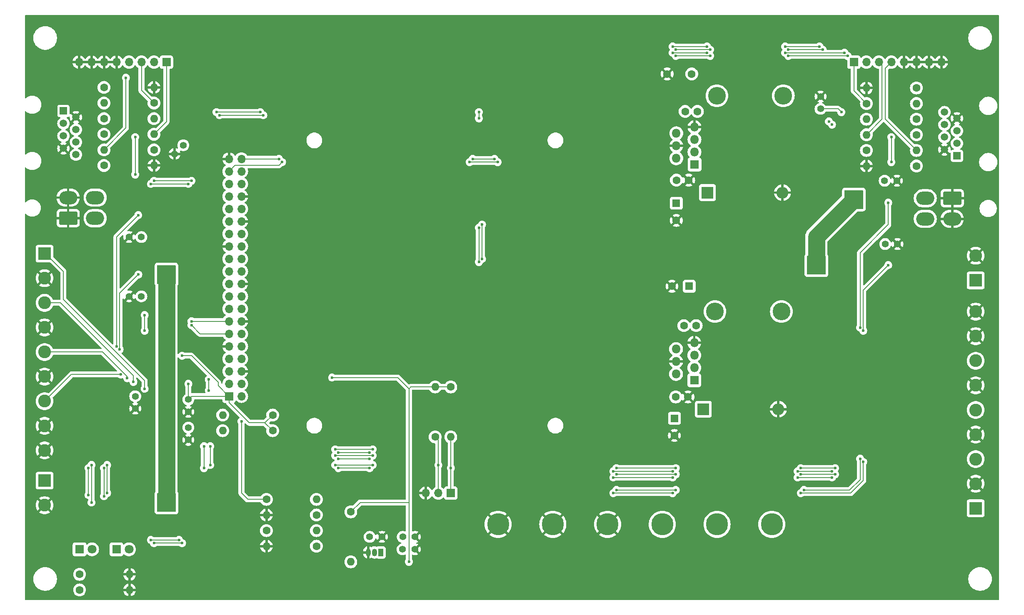
<source format=gbr>
%TF.GenerationSoftware,KiCad,Pcbnew,8.0.4*%
%TF.CreationDate,2024-12-05T04:30:44-06:00*%
%TF.ProjectId,mainpcb,6d61696e-7063-4622-9e6b-696361645f70,rev?*%
%TF.SameCoordinates,Original*%
%TF.FileFunction,Copper,L2,Bot*%
%TF.FilePolarity,Positive*%
%FSLAX46Y46*%
G04 Gerber Fmt 4.6, Leading zero omitted, Abs format (unit mm)*
G04 Created by KiCad (PCBNEW 8.0.4) date 2024-12-05 04:30:44*
%MOMM*%
%LPD*%
G01*
G04 APERTURE LIST*
G04 Aperture macros list*
%AMRoundRect*
0 Rectangle with rounded corners*
0 $1 Rounding radius*
0 $2 $3 $4 $5 $6 $7 $8 $9 X,Y pos of 4 corners*
0 Add a 4 corners polygon primitive as box body*
4,1,4,$2,$3,$4,$5,$6,$7,$8,$9,$2,$3,0*
0 Add four circle primitives for the rounded corners*
1,1,$1+$1,$2,$3*
1,1,$1+$1,$4,$5*
1,1,$1+$1,$6,$7*
1,1,$1+$1,$8,$9*
0 Add four rect primitives between the rounded corners*
20,1,$1+$1,$2,$3,$4,$5,0*
20,1,$1+$1,$4,$5,$6,$7,0*
20,1,$1+$1,$6,$7,$8,$9,0*
20,1,$1+$1,$8,$9,$2,$3,0*%
G04 Aperture macros list end*
%TA.AperFunction,ComponentPad*%
%ADD10R,2.600000X2.600000*%
%TD*%
%TA.AperFunction,ComponentPad*%
%ADD11C,2.600000*%
%TD*%
%TA.AperFunction,ComponentPad*%
%ADD12C,1.600000*%
%TD*%
%TA.AperFunction,ComponentPad*%
%ADD13O,1.600000X1.600000*%
%TD*%
%TA.AperFunction,ComponentPad*%
%ADD14R,1.700000X1.700000*%
%TD*%
%TA.AperFunction,ComponentPad*%
%ADD15O,1.700000X1.700000*%
%TD*%
%TA.AperFunction,ComponentPad*%
%ADD16R,1.600000X1.600000*%
%TD*%
%TA.AperFunction,ComponentPad*%
%ADD17R,1.800000X1.800000*%
%TD*%
%TA.AperFunction,ComponentPad*%
%ADD18O,1.800000X1.800000*%
%TD*%
%TA.AperFunction,ComponentPad*%
%ADD19C,1.400000*%
%TD*%
%TA.AperFunction,ComponentPad*%
%ADD20C,4.500000*%
%TD*%
%TA.AperFunction,ComponentPad*%
%ADD21C,3.600000*%
%TD*%
%TA.AperFunction,ComponentPad*%
%ADD22R,2.400000X2.400000*%
%TD*%
%TA.AperFunction,ComponentPad*%
%ADD23O,2.400000X2.400000*%
%TD*%
%TA.AperFunction,ComponentPad*%
%ADD24R,1.500000X1.500000*%
%TD*%
%TA.AperFunction,ComponentPad*%
%ADD25C,1.500000*%
%TD*%
%TA.AperFunction,ComponentPad*%
%ADD26RoundRect,0.250001X-1.599999X1.099999X-1.599999X-1.099999X1.599999X-1.099999X1.599999X1.099999X0*%
%TD*%
%TA.AperFunction,ComponentPad*%
%ADD27O,3.700000X2.700000*%
%TD*%
%TA.AperFunction,ComponentPad*%
%ADD28R,1.050000X1.500000*%
%TD*%
%TA.AperFunction,ComponentPad*%
%ADD29O,1.050000X1.500000*%
%TD*%
%TA.AperFunction,ComponentPad*%
%ADD30RoundRect,0.250001X1.599999X-1.099999X1.599999X1.099999X-1.599999X1.099999X-1.599999X-1.099999X0*%
%TD*%
%TA.AperFunction,ComponentPad*%
%ADD31C,1.800000*%
%TD*%
%TA.AperFunction,ViaPad*%
%ADD32C,0.600000*%
%TD*%
%TA.AperFunction,Conductor*%
%ADD33C,0.200000*%
%TD*%
%TA.AperFunction,Conductor*%
%ADD34C,3.500000*%
%TD*%
G04 APERTURE END LIST*
D10*
%TO.P,J9,1,Pin_1*%
%TO.N,+24V*%
X55880000Y-127000000D03*
D11*
%TO.P,J9,2,Pin_2*%
%TO.N,GND*%
X55880000Y-132000000D03*
%TD*%
D12*
%TO.P,R17,1*%
%TO.N,+5V*%
X118110000Y-133350000D03*
D13*
%TO.P,R17,2*%
%TO.N,Net-(U10-K)*%
X118110000Y-143510000D03*
%TD*%
D12*
%TO.P,R22,1*%
%TO.N,+3.3V*%
X102235000Y-116840000D03*
D13*
%TO.P,R22,2*%
%TO.N,SDA_3.3*%
X92075000Y-116840000D03*
%TD*%
D12*
%TO.P,R15,1*%
%TO.N,DSCL1-*%
X67945000Y-47043562D03*
D13*
%TO.P,R15,2*%
%TO.N,GND*%
X78105000Y-47043562D03*
%TD*%
D12*
%TO.P,R2,1*%
%TO.N,Net-(D2-K)*%
X62985000Y-149225000D03*
D13*
%TO.P,R2,2*%
%TO.N,GND*%
X73145000Y-149225000D03*
%TD*%
D12*
%TO.P,R7,1*%
%TO.N,DSDA1-*%
X67945000Y-62918562D03*
D13*
%TO.P,R7,2*%
%TO.N,GND*%
X78105000Y-62918562D03*
%TD*%
D14*
%TO.P,J8,1,Pin_1*%
%TO.N,SDA*%
X138430000Y-129540000D03*
D15*
%TO.P,J8,2,Pin_2*%
%TO.N,SCL*%
X135890000Y-129540000D03*
%TO.P,J8,3,Pin_3*%
%TO.N,GND*%
X133350000Y-129540000D03*
%TD*%
D16*
%TO.P,C6,1*%
%TO.N,+24V*%
X184259234Y-70590765D03*
D12*
%TO.P,C6,2*%
%TO.N,GND*%
X184259234Y-74090765D03*
%TD*%
D17*
%TO.P,U3,1,OUT*%
%TO.N,Net-(D3-K)*%
X187912200Y-106585450D03*
D18*
%TO.P,U3,2,VIN*%
%TO.N,+24V*%
X184212200Y-105315450D03*
%TO.P,U3,3,CB*%
%TO.N,Net-(U3-CB)*%
X187912200Y-104045450D03*
%TO.P,U3,4,GND*%
%TO.N,GND*%
X184212200Y-102775450D03*
%TO.P,U3,5*%
%TO.N,N/C*%
X187912200Y-101505450D03*
%TO.P,U3,6,FB*%
%TO.N,+12V*%
X184212200Y-100235450D03*
%TO.P,U3,7,~{ON}/OFF*%
%TO.N,GND*%
X187912200Y-98965450D03*
%TD*%
D19*
%TO.P,C13,1*%
%TO.N,+5V*%
X128660000Y-138430000D03*
%TO.P,C13,2*%
%TO.N,GND*%
X131160000Y-138430000D03*
%TD*%
%TO.P,C9,1*%
%TO.N,+5V*%
X84068884Y-58806116D03*
%TO.P,C9,2*%
%TO.N,GND*%
X82301117Y-60573883D03*
%TD*%
%TO.P,C24,1*%
%TO.N,+3.3V*%
X85090000Y-110510000D03*
%TO.P,C24,2*%
%TO.N,GND*%
X85090000Y-113010000D03*
%TD*%
%TO.P,C14,1*%
%TO.N,+5V*%
X75545000Y-77470000D03*
%TO.P,C14,2*%
%TO.N,GND*%
X73045000Y-77470000D03*
%TD*%
D12*
%TO.P,C2,1*%
%TO.N,Net-(U3-CB)*%
X185802200Y-95480450D03*
%TO.P,C2,2*%
%TO.N,Net-(D3-K)*%
X188302200Y-95480450D03*
%TD*%
D20*
%TO.P,J5,1*%
%TO.N,+24V*%
X203662000Y-135890000D03*
%TO.P,J5,2*%
X192536800Y-135890000D03*
%TO.P,J5,3*%
X181411600Y-135890000D03*
%TO.P,J5,4*%
%TO.N,GND*%
X170286400Y-135890000D03*
%TO.P,J5,5*%
X159161200Y-135890000D03*
%TO.P,J5,6*%
X148036000Y-135890000D03*
%TD*%
D16*
%TO.P,C5,1*%
%TO.N,+12V*%
X186882200Y-87480450D03*
D12*
%TO.P,C5,2*%
%TO.N,GND*%
X183382200Y-87480450D03*
%TD*%
%TO.P,R9,1*%
%TO.N,+5V*%
X138430000Y-107950000D03*
D13*
%TO.P,R9,2*%
%TO.N,SDA*%
X138430000Y-118110000D03*
%TD*%
D19*
%TO.P,C15,1*%
%TO.N,+5V*%
X75545000Y-89535000D03*
%TO.P,C15,2*%
%TO.N,GND*%
X73045000Y-89535000D03*
%TD*%
D12*
%TO.P,R21,1*%
%TO.N,Net-(U9-CH4)*%
X111125000Y-133985000D03*
D13*
%TO.P,R21,2*%
%TO.N,GND*%
X100965000Y-133985000D03*
%TD*%
D14*
%TO.P,J6,1,Pin_1*%
%TO.N,DSDA1+*%
X80645000Y-41910000D03*
D15*
%TO.P,J6,2,Pin_2*%
%TO.N,DSDA1-*%
X78105000Y-41910000D03*
%TO.P,J6,3,Pin_3*%
%TO.N,DSCL1+*%
X75565000Y-41910000D03*
%TO.P,J6,4,Pin_4*%
%TO.N,DSCL1-*%
X73025000Y-41910000D03*
%TO.P,J6,5,Pin_5*%
%TO.N,GND*%
X70485000Y-41910000D03*
%TO.P,J6,6,Pin_6*%
X67945000Y-41910000D03*
%TO.P,J6,7,Pin_7*%
X65405000Y-41910000D03*
%TO.P,J6,8,Pin_8*%
X62865000Y-41910000D03*
%TD*%
D12*
%TO.P,R8,1*%
%TO.N,DSDA2-*%
X233065000Y-47152500D03*
D13*
%TO.P,R8,2*%
%TO.N,GND*%
X222905000Y-47152500D03*
%TD*%
D12*
%TO.P,R13,1*%
%TO.N,DSCL1+*%
X78105000Y-50218562D03*
D13*
%TO.P,R13,2*%
%TO.N,DSCL1-*%
X67945000Y-50218562D03*
%TD*%
D19*
%TO.P,C11,1*%
%TO.N,Net-(U10-K)*%
X121940000Y-138430000D03*
%TO.P,C11,2*%
%TO.N,GND*%
X124440000Y-138430000D03*
%TD*%
D12*
%TO.P,C8,1*%
%TO.N,+24V*%
X184279234Y-65893416D03*
%TO.P,C8,2*%
%TO.N,GND*%
X186779234Y-65893416D03*
%TD*%
D19*
%TO.P,C10,1*%
%TO.N,+5V*%
X213566116Y-51398349D03*
%TO.P,C10,2*%
%TO.N,GND*%
X213566116Y-48898349D03*
%TD*%
D12*
%TO.P,R3,1*%
%TO.N,+5V*%
X67945000Y-56568562D03*
D13*
%TO.P,R3,2*%
%TO.N,DSDA1+*%
X78105000Y-56568562D03*
%TD*%
D10*
%TO.P,J15,1,Pin_1*%
%TO.N,+24V*%
X245110000Y-86280000D03*
D11*
%TO.P,J15,2,Pin_2*%
%TO.N,GND*%
X245110000Y-81280000D03*
%TD*%
D21*
%TO.P,L1,1,1*%
%TO.N,Net-(D3-K)*%
X192112200Y-92615450D03*
%TO.P,L1,2,2*%
%TO.N,+12V*%
X205612200Y-92615450D03*
%TD*%
D12*
%TO.P,R5,1*%
%TO.N,DSDA1+*%
X78105000Y-59743562D03*
D13*
%TO.P,R5,2*%
%TO.N,DSDA1-*%
X67945000Y-59743562D03*
%TD*%
D17*
%TO.P,U4,1,OUT*%
%TO.N,Net-(D4-K)*%
X187959234Y-62718416D03*
D18*
%TO.P,U4,2,VIN*%
%TO.N,+24V*%
X184259234Y-61448416D03*
%TO.P,U4,3,CB*%
%TO.N,Net-(U4-CB)*%
X187959234Y-60178416D03*
%TO.P,U4,4,GND*%
%TO.N,GND*%
X184259234Y-58908416D03*
%TO.P,U4,5*%
%TO.N,N/C*%
X187959234Y-57638416D03*
%TO.P,U4,6,FB*%
%TO.N,+5V*%
X184259234Y-56368416D03*
%TO.P,U4,7,~{ON}/OFF*%
%TO.N,GND*%
X187959234Y-55098416D03*
%TD*%
D12*
%TO.P,R11,1*%
%TO.N,+5V*%
X67945000Y-53393562D03*
D13*
%TO.P,R11,2*%
%TO.N,DSCL1+*%
X78105000Y-53393562D03*
%TD*%
D21*
%TO.P,L2,1,1*%
%TO.N,Net-(D4-K)*%
X192514234Y-48748416D03*
%TO.P,L2,2,2*%
%TO.N,+5V*%
X206014234Y-48748416D03*
%TD*%
D12*
%TO.P,C7,1*%
%TO.N,Net-(U4-CB)*%
X186055000Y-51923416D03*
%TO.P,C7,2*%
%TO.N,Net-(D4-K)*%
X188555000Y-51923416D03*
%TD*%
%TO.P,R23,1*%
%TO.N,+3.3V*%
X102235000Y-113665000D03*
D13*
%TO.P,R23,2*%
%TO.N,SCL_3.3*%
X92075000Y-113665000D03*
%TD*%
D12*
%TO.P,C18,1*%
%TO.N,+5V*%
X187394234Y-44303416D03*
%TO.P,C18,2*%
%TO.N,GND*%
X182394234Y-44303416D03*
%TD*%
D14*
%TO.P,J7,1,Pin_1*%
%TO.N,DSDA2+*%
X220345000Y-41910000D03*
D15*
%TO.P,J7,2,Pin_2*%
%TO.N,DSDA2-*%
X222885000Y-41910000D03*
%TO.P,J7,3,Pin_3*%
%TO.N,DSCL2+*%
X225425000Y-41910000D03*
%TO.P,J7,4,Pin_4*%
%TO.N,DSCL2-*%
X227965000Y-41910000D03*
%TO.P,J7,5,Pin_5*%
%TO.N,GND*%
X230505000Y-41910000D03*
%TO.P,J7,6,Pin_6*%
X233045000Y-41910000D03*
%TO.P,J7,7,Pin_7*%
X235585000Y-41910000D03*
%TO.P,J7,8,Pin_8*%
X238125000Y-41910000D03*
%TD*%
D19*
%TO.P,C23,1*%
%TO.N,+5V*%
X74295000Y-109855000D03*
%TO.P,C23,2*%
%TO.N,GND*%
X74295000Y-112355000D03*
%TD*%
D22*
%TO.P,D3,1,K*%
%TO.N,Net-(D3-K)*%
X189762200Y-112480450D03*
D23*
%TO.P,D3,2,A*%
%TO.N,GND*%
X205002200Y-112480450D03*
%TD*%
D24*
%TO.P,J2,1*%
%TO.N,LIMIT_SW_LL*%
X59710000Y-51831062D03*
D25*
%TO.P,J2,2*%
%TO.N,GND*%
X62250000Y-53101062D03*
%TO.P,J2,3*%
%TO.N,DSCL1-*%
X59710000Y-54371062D03*
%TO.P,J2,4*%
%TO.N,DSCL1+*%
X62250000Y-55641062D03*
%TO.P,J2,5*%
%TO.N,DSDA1+*%
X59710000Y-56911062D03*
%TO.P,J2,6*%
%TO.N,DSDA1-*%
X62250000Y-58181062D03*
%TO.P,J2,7*%
%TO.N,GND*%
X59710000Y-59451062D03*
%TO.P,J2,8*%
%TO.N,LIMIT_SW_LR*%
X62250000Y-60721062D03*
%TD*%
D14*
%TO.P,J1,1,3V3*%
%TO.N,+3.3V*%
X93345000Y-109840000D03*
D15*
%TO.P,J1,2,5V*%
%TO.N,+5V*%
X95885000Y-109840000D03*
%TO.P,J1,3,SDA/GPIO2*%
%TO.N,SDA_3.3*%
X93345000Y-107300000D03*
%TO.P,J1,4,5V*%
%TO.N,+5V*%
X95885000Y-107300000D03*
%TO.P,J1,5,SCL/GPIO3*%
%TO.N,SCL_3.3*%
X93345000Y-104760000D03*
%TO.P,J1,6,GND*%
%TO.N,GND*%
X95885000Y-104760000D03*
%TO.P,J1,7,GCLK0/GPIO4*%
%TO.N,unconnected-(J1-GCLK0{slash}GPIO4-Pad7)*%
X93345000Y-102220000D03*
%TO.P,J1,8,GPIO14/TXD*%
%TO.N,unconnected-(J1-GPIO14{slash}TXD-Pad8)*%
X95885000Y-102220000D03*
%TO.P,J1,9,GND*%
%TO.N,GND*%
X93345000Y-99680000D03*
%TO.P,J1,10,GPIO15/RXD*%
%TO.N,unconnected-(J1-GPIO15{slash}RXD-Pad10)*%
X95885000Y-99680000D03*
%TO.P,J1,11,GPIO17*%
%TO.N,LED1*%
X93345000Y-97140000D03*
%TO.P,J1,12,GPIO18/PWM0*%
%TO.N,unconnected-(J1-GPIO18{slash}PWM0-Pad12)*%
X95885000Y-97140000D03*
%TO.P,J1,13,GPIO27*%
%TO.N,LED2*%
X93345000Y-94600000D03*
%TO.P,J1,14,GND*%
%TO.N,GND*%
X95885000Y-94600000D03*
%TO.P,J1,15,GPIO22*%
%TO.N,PUL1+*%
X93345000Y-92060000D03*
%TO.P,J1,16,GPIO23*%
%TO.N,DIR1+*%
X95885000Y-92060000D03*
%TO.P,J1,17,3V3*%
%TO.N,+3.3V*%
X93345000Y-89520000D03*
%TO.P,J1,18,GPIO24*%
%TO.N,ENA1+*%
X95885000Y-89520000D03*
%TO.P,J1,19,MOSI0/GPIO10*%
%TO.N,unconnected-(J1-MOSI0{slash}GPIO10-Pad19)*%
X93345000Y-86980000D03*
%TO.P,J1,20,GND*%
%TO.N,GND*%
X95885000Y-86980000D03*
%TO.P,J1,21,MISO0/GPIO9*%
%TO.N,unconnected-(J1-MISO0{slash}GPIO9-Pad21)*%
X93345000Y-84440000D03*
%TO.P,J1,22,GPIO25*%
%TO.N,ALARM1+*%
X95885000Y-84440000D03*
%TO.P,J1,23,SCLK0/GPIO11*%
%TO.N,unconnected-(J1-SCLK0{slash}GPIO11-Pad23)*%
X93345000Y-81900000D03*
%TO.P,J1,24,~{CE0}/GPIO8*%
%TO.N,unconnected-(J1-~{CE0}{slash}GPIO8-Pad24)*%
X95885000Y-81900000D03*
%TO.P,J1,25,GND*%
%TO.N,GND*%
X93345000Y-79360000D03*
%TO.P,J1,26,~{CE1}/GPIO7*%
%TO.N,unconnected-(J1-~{CE1}{slash}GPIO7-Pad26)*%
X95885000Y-79360000D03*
%TO.P,J1,27,ID_SD/GPIO0*%
%TO.N,unconnected-(J1-ID_SD{slash}GPIO0-Pad27)*%
X93345000Y-76820000D03*
%TO.P,J1,28,ID_SC/GPIO1*%
%TO.N,unconnected-(J1-ID_SC{slash}GPIO1-Pad28)*%
X95885000Y-76820000D03*
%TO.P,J1,29,GCLK1/GPIO5*%
%TO.N,PUL2+*%
X93345000Y-74280000D03*
%TO.P,J1,30,GND*%
%TO.N,GND*%
X95885000Y-74280000D03*
%TO.P,J1,31,GCLK2/GPIO6*%
%TO.N,DIR2+*%
X93345000Y-71740000D03*
%TO.P,J1,32,PWM0/GPIO12*%
%TO.N,ENA2+*%
X95885000Y-71740000D03*
%TO.P,J1,33,PWM1/GPIO13*%
%TO.N,ALARM2+*%
X93345000Y-69200000D03*
%TO.P,J1,34,GND*%
%TO.N,GND*%
X95885000Y-69200000D03*
%TO.P,J1,35,GPIO19/MISO1*%
%TO.N,unconnected-(J1-GPIO19{slash}MISO1-Pad35)*%
X93345000Y-66660000D03*
%TO.P,J1,36,GPIO16*%
%TO.N,LIMIT_SW_LL*%
X95885000Y-66660000D03*
%TO.P,J1,37,GPIO26*%
%TO.N,LIMIT_SW_RR*%
X93345000Y-64120000D03*
%TO.P,J1,38,GPIO20/MOSI1*%
%TO.N,LIMIT_SW_LR*%
X95885000Y-64120000D03*
%TO.P,J1,39,GND*%
%TO.N,GND*%
X93345000Y-61580000D03*
%TO.P,J1,40,GPIO21/SCLK1*%
%TO.N,LIMIT_SW_RL*%
X95885000Y-61580000D03*
%TD*%
D16*
%TO.P,C3,1*%
%TO.N,+24V*%
X183882200Y-114327799D03*
D12*
%TO.P,C3,2*%
%TO.N,GND*%
X183882200Y-117827799D03*
%TD*%
%TO.P,R4,1*%
%TO.N,+5V*%
X233065000Y-53502500D03*
D13*
%TO.P,R4,2*%
%TO.N,DSDA2+*%
X222905000Y-53502500D03*
%TD*%
D26*
%TO.P,J11,1,Pin_1*%
%TO.N,GND*%
X240350000Y-69577500D03*
D27*
%TO.P,J11,2,Pin_2*%
X240350000Y-73777500D03*
%TO.P,J11,3,Pin_3*%
%TO.N,Net-(J11-Pin_3)*%
X234850000Y-69577500D03*
%TO.P,J11,4,Pin_4*%
%TO.N,Net-(J11-Pin_4)*%
X234850000Y-73777500D03*
%TD*%
D28*
%TO.P,U10,1,NC*%
%TO.N,unconnected-(U10-NC-Pad1)*%
X124195000Y-141605000D03*
D29*
%TO.P,U10,2,K*%
%TO.N,Net-(U10-K)*%
X122925000Y-141605000D03*
%TO.P,U10,3,A*%
%TO.N,GND*%
X121655000Y-141605000D03*
%TD*%
D12*
%TO.P,R19,1*%
%TO.N,+5V*%
X100965000Y-130810000D03*
D13*
%TO.P,R19,2*%
%TO.N,Net-(U9-CH4)*%
X111125000Y-130810000D03*
%TD*%
D12*
%TO.P,R1,1*%
%TO.N,Net-(D1-K)*%
X62985000Y-146050000D03*
D13*
%TO.P,R1,2*%
%TO.N,GND*%
X73145000Y-146050000D03*
%TD*%
D30*
%TO.P,J10,1,Pin_1*%
%TO.N,GND*%
X60660000Y-73651062D03*
D27*
%TO.P,J10,2,Pin_2*%
X60660000Y-69451062D03*
%TO.P,J10,3,Pin_3*%
%TO.N,Net-(J10-Pin_3)*%
X66160000Y-73651062D03*
%TO.P,J10,4,Pin_4*%
%TO.N,Net-(J10-Pin_4)*%
X66160000Y-69451062D03*
%TD*%
D10*
%TO.P,J4,1,Pin_1*%
%TO.N,Net-(J4-Pin_1)*%
X55870000Y-80850000D03*
D11*
%TO.P,J4,2,Pin_2*%
%TO.N,GND*%
X55870000Y-85850000D03*
%TO.P,J4,3,Pin_3*%
%TO.N,Net-(J4-Pin_3)*%
X55870000Y-90850000D03*
%TO.P,J4,4,Pin_4*%
%TO.N,GND*%
X55870000Y-95850000D03*
%TO.P,J4,5,Pin_5*%
%TO.N,Net-(J4-Pin_5)*%
X55870000Y-100850000D03*
%TO.P,J4,6,Pin_6*%
%TO.N,GND*%
X55870000Y-105850000D03*
%TO.P,J4,7,Pin_7*%
%TO.N,Net-(J4-Pin_7)*%
X55870000Y-110850000D03*
%TO.P,J4,8,Pin_8*%
%TO.N,GND*%
X55870000Y-115850000D03*
%TO.P,J4,9,Pin_9*%
X55870000Y-120850000D03*
%TD*%
D24*
%TO.P,J3,1*%
%TO.N,LIMIT_SW_RL*%
X241300000Y-60960000D03*
D25*
%TO.P,J3,2*%
%TO.N,GND*%
X238760000Y-59690000D03*
%TO.P,J3,3*%
%TO.N,DSCL2-*%
X241300000Y-58420000D03*
%TO.P,J3,4*%
%TO.N,DSCL2+*%
X238760000Y-57150000D03*
%TO.P,J3,5*%
%TO.N,DSDA2+*%
X241300000Y-55880000D03*
%TO.P,J3,6*%
%TO.N,DSDA2-*%
X238760000Y-54610000D03*
%TO.P,J3,7*%
%TO.N,GND*%
X241300000Y-53340000D03*
%TO.P,J3,8*%
%TO.N,LIMIT_SW_RR*%
X238760000Y-52070000D03*
%TD*%
D17*
%TO.P,D1,1,K*%
%TO.N,Net-(D1-K)*%
X62985000Y-140970000D03*
D31*
%TO.P,D1,2,A*%
%TO.N,LED1*%
X65525000Y-140970000D03*
%TD*%
D22*
%TO.P,D4,1,K*%
%TO.N,Net-(D4-K)*%
X190609234Y-68433416D03*
D23*
%TO.P,D4,2,A*%
%TO.N,GND*%
X205849234Y-68433416D03*
%TD*%
D12*
%TO.P,R16,1*%
%TO.N,DSCL2-*%
X233065000Y-63027500D03*
D13*
%TO.P,R16,2*%
%TO.N,GND*%
X222905000Y-63027500D03*
%TD*%
D12*
%TO.P,R6,1*%
%TO.N,DSDA2+*%
X222905000Y-50327500D03*
D13*
%TO.P,R6,2*%
%TO.N,DSDA2-*%
X233065000Y-50327500D03*
%TD*%
D12*
%TO.P,R20,1*%
%TO.N,Net-(U9-CH5)*%
X111125000Y-140335000D03*
D13*
%TO.P,R20,2*%
%TO.N,GND*%
X100965000Y-140335000D03*
%TD*%
D12*
%TO.P,R10,1*%
%TO.N,SCL*%
X135255000Y-118110000D03*
D13*
%TO.P,R10,2*%
%TO.N,+5V*%
X135255000Y-107950000D03*
%TD*%
D12*
%TO.P,C4,1*%
%TO.N,+24V*%
X184132200Y-109980450D03*
%TO.P,C4,2*%
%TO.N,GND*%
X186632200Y-109980450D03*
%TD*%
%TO.P,R12,1*%
%TO.N,+5V*%
X233065000Y-56677500D03*
D13*
%TO.P,R12,2*%
%TO.N,DSCL2+*%
X222905000Y-56677500D03*
%TD*%
D19*
%TO.P,C12,1*%
%TO.N,+5V*%
X128640000Y-140970000D03*
%TO.P,C12,2*%
%TO.N,GND*%
X131140000Y-140970000D03*
%TD*%
%TO.P,C17,1*%
%TO.N,+5V*%
X226604000Y-66012500D03*
%TO.P,C17,2*%
%TO.N,GND*%
X229104000Y-66012500D03*
%TD*%
D12*
%TO.P,R14,1*%
%TO.N,DSCL2+*%
X222905000Y-59852500D03*
D13*
%TO.P,R14,2*%
%TO.N,DSCL2-*%
X233065000Y-59852500D03*
%TD*%
D12*
%TO.P,R18,1*%
%TO.N,+12V*%
X100965000Y-137160000D03*
D13*
%TO.P,R18,2*%
%TO.N,Net-(U9-CH5)*%
X111125000Y-137160000D03*
%TD*%
D19*
%TO.P,C1,1*%
%TO.N,+5V*%
X85090000Y-116225000D03*
%TO.P,C1,2*%
%TO.N,GND*%
X85090000Y-118725000D03*
%TD*%
D10*
%TO.P,J13,1,Pin_1*%
%TO.N,Net-(J13-Pin_1)*%
X245110000Y-132630000D03*
D11*
%TO.P,J13,2,Pin_2*%
%TO.N,GND*%
X245110000Y-127630000D03*
%TO.P,J13,3,Pin_3*%
%TO.N,Net-(J13-Pin_3)*%
X245110000Y-122630000D03*
%TO.P,J13,4,Pin_4*%
%TO.N,GND*%
X245110000Y-117630000D03*
%TO.P,J13,5,Pin_5*%
%TO.N,Net-(J13-Pin_5)*%
X245110000Y-112630000D03*
%TO.P,J13,6,Pin_6*%
%TO.N,GND*%
X245110000Y-107630000D03*
%TO.P,J13,7,Pin_7*%
%TO.N,Net-(J13-Pin_7)*%
X245110000Y-102630000D03*
%TO.P,J13,8,Pin_8*%
%TO.N,GND*%
X245110000Y-97630000D03*
%TO.P,J13,9,Pin_9*%
X245110000Y-92630000D03*
%TD*%
D17*
%TO.P,D2,1,K*%
%TO.N,Net-(D2-K)*%
X70485000Y-140970000D03*
D31*
%TO.P,D2,2,A*%
%TO.N,LED2*%
X73025000Y-140970000D03*
%TD*%
D19*
%TO.P,C16,1*%
%TO.N,+5V*%
X226715000Y-78900000D03*
%TO.P,C16,2*%
%TO.N,GND*%
X229215000Y-78900000D03*
%TD*%
D32*
%TO.N,+5V*%
X76200000Y-96520000D03*
X114300000Y-106045000D03*
X217805000Y-52070000D03*
X74295000Y-57150000D03*
X129916586Y-143510000D03*
X74295000Y-64770000D03*
X95885000Y-114935000D03*
X227965000Y-62230000D03*
X76200000Y-93345000D03*
X227965000Y-57150000D03*
%TO.N,+12V*%
X80645000Y-83820000D03*
X81280000Y-132080000D03*
X212725000Y-81915000D03*
X79375000Y-86360000D03*
X81915000Y-86360000D03*
X80645000Y-86360000D03*
X219075000Y-71120000D03*
X81280000Y-84455000D03*
X81915000Y-85090000D03*
X212090000Y-82550000D03*
X79375000Y-83820000D03*
X81915000Y-131445000D03*
X79375000Y-130175000D03*
X221615000Y-71120000D03*
X79375000Y-85090000D03*
X81280000Y-130810000D03*
X221615000Y-68580000D03*
X220345000Y-69850000D03*
X81915000Y-130175000D03*
X213995000Y-84455000D03*
X213360000Y-82550000D03*
X220980000Y-69215000D03*
X220980000Y-70485000D03*
X81280000Y-85725000D03*
X80645000Y-85090000D03*
X219075000Y-68580000D03*
X80010000Y-132080000D03*
X211455000Y-84455000D03*
X80010000Y-84455000D03*
X81915000Y-132715000D03*
X213360000Y-83820000D03*
X211455000Y-81915000D03*
X219075000Y-69850000D03*
X212725000Y-83185000D03*
X219710000Y-70485000D03*
X211455000Y-83185000D03*
X221615000Y-69850000D03*
X213995000Y-83185000D03*
X212090000Y-83820000D03*
X213995000Y-81915000D03*
X220345000Y-68580000D03*
X80010000Y-85725000D03*
X219710000Y-69215000D03*
X80645000Y-131445000D03*
X220345000Y-71120000D03*
X81915000Y-83820000D03*
X79375000Y-132715000D03*
X80645000Y-130175000D03*
X79375000Y-131445000D03*
X80645000Y-132715000D03*
X212725000Y-84455000D03*
X80010000Y-130810000D03*
%TO.N,+3.3V*%
X83820000Y-101600000D03*
X85090000Y-107315000D03*
%TO.N,LED1*%
X65405000Y-123825000D03*
X65405000Y-131445000D03*
X85725000Y-95400003D03*
%TO.N,LED2*%
X85725000Y-94600000D03*
X64770000Y-124460000D03*
X64770000Y-129932193D03*
%TO.N,SCL_3.3*%
X89238306Y-108714224D03*
X89236082Y-106436525D03*
%TO.N,LIMIT_SW_LL*%
X77470000Y-66675000D03*
X85090000Y-66675000D03*
%TO.N,LIMIT_SW_LR*%
X78105000Y-66040000D03*
X85725000Y-66040000D03*
%TO.N,DSDA1-*%
X72390000Y-45085000D03*
%TO.N,LIMIT_SW_RR*%
X191135000Y-40640000D03*
X219075000Y-40640000D03*
X207010000Y-40640000D03*
X104140000Y-62230000D03*
X142240000Y-62230000D03*
X184150000Y-40640000D03*
X147955000Y-62230000D03*
%TO.N,LIMIT_SW_RL*%
X218440000Y-40005000D03*
X183515000Y-40005000D03*
X142875000Y-61595000D03*
X147320000Y-61595000D03*
X103505000Y-61595000D03*
X190500000Y-40005000D03*
X206375000Y-40005000D03*
%TO.N,Net-(J4-Pin_1)*%
X76200000Y-108315078D03*
%TO.N,Net-(J4-Pin_5)*%
X72644000Y-106172000D03*
%TO.N,Net-(J4-Pin_7)*%
X71374000Y-105410000D03*
%TO.N,Net-(J4-Pin_3)*%
X73914000Y-106934000D03*
%TO.N,SDA*%
X121920000Y-124460000D03*
X215265000Y-53975000D03*
X138430000Y-124460000D03*
X88265000Y-120015000D03*
X191135000Y-39370000D03*
X91440000Y-52705000D03*
X88265000Y-124460000D03*
X115570000Y-124460000D03*
X207010000Y-39370000D03*
X184150000Y-39370000D03*
X144780000Y-74930000D03*
X213995000Y-39370000D03*
X144780000Y-81915000D03*
X100330000Y-52705000D03*
%TO.N,SCL*%
X144145000Y-53340000D03*
X89535000Y-123825000D03*
X144145000Y-75565000D03*
X183515000Y-38735000D03*
X99695000Y-52070000D03*
X213360000Y-38735000D03*
X206375000Y-38735000D03*
X144145000Y-52070000D03*
X144145000Y-82550000D03*
X114935000Y-123825000D03*
X89535000Y-120015000D03*
X135890000Y-123825000D03*
X215900000Y-54610000D03*
X190500000Y-38735000D03*
X90805000Y-52070000D03*
X122555000Y-123825000D03*
%TO.N,Net-(J13-Pin_1)*%
X171450000Y-126365000D03*
X115570000Y-122555000D03*
X215900000Y-126365000D03*
X121920000Y-122555000D03*
X208915000Y-126365000D03*
X183515000Y-126365000D03*
%TO.N,Net-(J13-Pin_5)*%
X121920000Y-121285000D03*
X183515000Y-125095000D03*
X115570000Y-121285000D03*
X171450000Y-125095000D03*
X215900000Y-125095000D03*
X208915000Y-125095000D03*
%TO.N,Net-(J13-Pin_7)*%
X216535000Y-124460000D03*
X209550000Y-124460000D03*
X172085000Y-124460000D03*
X184150000Y-124460000D03*
X122555000Y-120650000D03*
X114935000Y-120650000D03*
%TO.N,Net-(J13-Pin_3)*%
X122555000Y-121920000D03*
X184150000Y-125730000D03*
X216535000Y-125730000D03*
X114935000Y-121920000D03*
X172085000Y-125730000D03*
X209550000Y-125730000D03*
%TO.N,Net-(U12-VOUT)*%
X221615000Y-95885000D03*
X184150000Y-128905000D03*
X227330000Y-70485000D03*
X210185000Y-128905000D03*
X172085000Y-128905000D03*
X221615000Y-122555000D03*
%TO.N,Net-(U11-VOUT)*%
X222250000Y-123190000D03*
X222250000Y-96520000D03*
X171450000Y-129540000D03*
X209550000Y-129540000D03*
X227330000Y-83185000D03*
X183515000Y-129540000D03*
%TO.N,Net-(U7-VOUT)*%
X78105000Y-139700000D03*
X67945000Y-124460000D03*
X74909210Y-73025000D03*
X70485000Y-99695000D03*
X83820000Y-139700000D03*
X67945000Y-130175000D03*
%TO.N,Net-(U8-VOUT)*%
X83185000Y-139065000D03*
X77470000Y-139065000D03*
X71120000Y-100330000D03*
X74930000Y-85090000D03*
X68580000Y-129540000D03*
X68580000Y-123825000D03*
%TO.N,GND*%
X87925513Y-113316462D03*
X122232500Y-135577500D03*
X213995000Y-57150000D03*
X87312174Y-52986936D03*
X76181657Y-102498071D03*
X125730000Y-133985000D03*
%TD*%
D33*
%TO.N,+5V*%
X138430000Y-107950000D02*
X135255000Y-107950000D01*
X129916586Y-108326586D02*
X127635000Y-106045000D01*
X95885000Y-114935000D02*
X95885000Y-129540000D01*
X127635000Y-106045000D02*
X114300000Y-106045000D01*
X120015000Y-131445000D02*
X129916586Y-131445000D01*
X95885000Y-129540000D02*
X97155000Y-130810000D01*
X227965000Y-57150000D02*
X227965000Y-62230000D01*
X135255000Y-107950000D02*
X130293172Y-107950000D01*
X129916586Y-133350000D02*
X129916586Y-108326586D01*
X217805000Y-52070000D02*
X217133349Y-51398349D01*
X129916586Y-143510000D02*
X129916586Y-133350000D01*
X217133349Y-51398349D02*
X213566116Y-51398349D01*
X130293172Y-107950000D02*
X129916586Y-108326586D01*
X74295000Y-57150000D02*
X74295000Y-64770000D01*
X76200000Y-93345000D02*
X76200000Y-95885000D01*
X118110000Y-133350000D02*
X120015000Y-131445000D01*
X97155000Y-130810000D02*
X100965000Y-130810000D01*
X76200000Y-95885000D02*
X76200000Y-96520000D01*
D34*
%TO.N,+12V*%
X212725000Y-77470000D02*
X212725000Y-82550000D01*
X220345000Y-69850000D02*
X212725000Y-77470000D01*
X212725000Y-81915000D02*
X212725000Y-83185000D01*
X212725000Y-82550000D02*
X212725000Y-81915000D01*
X80645000Y-85090000D02*
X80645000Y-131445000D01*
D33*
%TO.N,+3.3V*%
X93345000Y-109840000D02*
X85760000Y-109840000D01*
X85090000Y-110510000D02*
X85090000Y-107315000D01*
X83820000Y-101600000D02*
X85725000Y-101600000D01*
X100676786Y-115223214D02*
X100676786Y-115281786D01*
X93345000Y-109840000D02*
X93345000Y-111125000D01*
X85760000Y-109840000D02*
X85090000Y-110510000D01*
X93345000Y-111125000D02*
X97468637Y-115248637D01*
X91154624Y-107029624D02*
X91154624Y-107664624D01*
X91154624Y-107664624D02*
X93330000Y-109840000D01*
X97468637Y-115248637D02*
X100651363Y-115248637D01*
X100676786Y-115281786D02*
X102235000Y-116840000D01*
X93330000Y-109840000D02*
X93345000Y-109840000D01*
X100676786Y-115223214D02*
X102235000Y-113665000D01*
X100651363Y-115248637D02*
X100676786Y-115223214D01*
X85725000Y-101600000D02*
X91154624Y-107029624D01*
%TO.N,LED1*%
X85725000Y-95400003D02*
X87464997Y-97140000D01*
X87464997Y-97140000D02*
X93345000Y-97140000D01*
X65405000Y-123825000D02*
X65405000Y-131445000D01*
%TO.N,LED2*%
X64770000Y-124460000D02*
X64770000Y-129932193D01*
X85725000Y-94600000D02*
X93345000Y-94600000D01*
%TO.N,SCL_3.3*%
X89236082Y-108712000D02*
X89238306Y-108714224D01*
X89236082Y-106436525D02*
X89236082Y-108712000D01*
%TO.N,DSCL1+*%
X75565000Y-41910000D02*
X75565000Y-47678562D01*
X75565000Y-47678562D02*
X78105000Y-50218562D01*
%TO.N,LIMIT_SW_LL*%
X77470000Y-66675000D02*
X85090000Y-66675000D01*
%TO.N,DSDA1+*%
X80645000Y-54028562D02*
X78105000Y-56568562D01*
X80645000Y-41910000D02*
X80645000Y-54028562D01*
%TO.N,LIMIT_SW_LR*%
X78105000Y-66040000D02*
X85725000Y-66040000D01*
%TO.N,DSDA1-*%
X72390000Y-45085000D02*
X72390000Y-55298562D01*
X72390000Y-55298562D02*
X67945000Y-59743562D01*
%TO.N,DSCL2+*%
X225425000Y-41910000D02*
X226060000Y-42545000D01*
X226060000Y-53522500D02*
X222905000Y-56677500D01*
X226060000Y-42545000D02*
X226060000Y-53522500D01*
%TO.N,DSDA2+*%
X220345000Y-47767500D02*
X222905000Y-50327500D01*
X220345000Y-47767500D02*
X220345000Y-41910000D01*
%TO.N,LIMIT_SW_RR*%
X207645000Y-40640000D02*
X207010000Y-40640000D01*
X94600000Y-62865000D02*
X93345000Y-64120000D01*
X104140000Y-62230000D02*
X103505000Y-62865000D01*
X219075000Y-40640000D02*
X207645000Y-40640000D01*
X147955000Y-62230000D02*
X142240000Y-62230000D01*
X103505000Y-62865000D02*
X94600000Y-62865000D01*
X191135000Y-40640000D02*
X184150000Y-40640000D01*
%TO.N,DSCL2-*%
X226695000Y-43180000D02*
X227965000Y-41910000D01*
X226695000Y-53482500D02*
X226695000Y-43180000D01*
X226695000Y-53482500D02*
X233065000Y-59852500D01*
%TO.N,LIMIT_SW_RL*%
X103490000Y-61580000D02*
X103505000Y-61595000D01*
X95885000Y-61580000D02*
X103490000Y-61580000D01*
X147320000Y-61595000D02*
X142875000Y-61595000D01*
X190500000Y-40005000D02*
X183515000Y-40005000D01*
X218440000Y-40005000D02*
X206375000Y-40005000D01*
%TO.N,Net-(J4-Pin_1)*%
X59690000Y-84455000D02*
X56085000Y-80850000D01*
X76200000Y-106680000D02*
X59690000Y-90170000D01*
X59690000Y-90170000D02*
X59690000Y-84455000D01*
X76200000Y-108315078D02*
X76200000Y-106680000D01*
X56085000Y-80850000D02*
X55870000Y-80850000D01*
%TO.N,Net-(J4-Pin_5)*%
X72644000Y-105831471D02*
X67662529Y-100850000D01*
X72644000Y-106172000D02*
X72644000Y-105831471D01*
X67662529Y-100850000D02*
X55870000Y-100850000D01*
%TO.N,Net-(J4-Pin_7)*%
X71374000Y-105410000D02*
X61310000Y-105410000D01*
X61310000Y-105410000D02*
X55870000Y-110850000D01*
%TO.N,Net-(J4-Pin_3)*%
X73914000Y-105664000D02*
X59100000Y-90850000D01*
X59100000Y-90850000D02*
X55870000Y-90850000D01*
X73914000Y-106934000D02*
X73914000Y-105664000D01*
%TO.N,SDA*%
X88265000Y-120015000D02*
X88265000Y-124460000D01*
X184785000Y-39370000D02*
X184150000Y-39370000D01*
X144780000Y-76200000D02*
X144780000Y-74930000D01*
X144780000Y-81915000D02*
X144780000Y-76200000D01*
X91440000Y-52705000D02*
X100330000Y-52705000D01*
X213995000Y-39370000D02*
X207010000Y-39370000D01*
X138430000Y-118110000D02*
X138430000Y-129540000D01*
X121920000Y-124460000D02*
X115570000Y-124460000D01*
X191135000Y-39370000D02*
X184785000Y-39370000D01*
%TO.N,SCL*%
X89535000Y-120015000D02*
X89535000Y-123825000D01*
X144145000Y-52070000D02*
X144145000Y-53340000D01*
X122555000Y-123825000D02*
X114935000Y-123825000D01*
X144145000Y-76200000D02*
X144145000Y-75565000D01*
X190500000Y-38735000D02*
X183515000Y-38735000D01*
X135890000Y-118745000D02*
X135255000Y-118110000D01*
X135890000Y-129540000D02*
X135890000Y-118745000D01*
X144145000Y-82550000D02*
X144145000Y-76200000D01*
X213360000Y-38735000D02*
X206375000Y-38735000D01*
X90805000Y-52070000D02*
X99695000Y-52070000D01*
%TO.N,Net-(J13-Pin_1)*%
X115570000Y-122555000D02*
X121920000Y-122555000D01*
X208915000Y-126365000D02*
X215900000Y-126365000D01*
X171450000Y-126365000D02*
X183515000Y-126365000D01*
%TO.N,Net-(J13-Pin_5)*%
X208915000Y-125095000D02*
X215900000Y-125095000D01*
X171450000Y-125095000D02*
X183515000Y-125095000D01*
X115570000Y-121285000D02*
X121920000Y-121285000D01*
%TO.N,Net-(J13-Pin_7)*%
X172085000Y-124460000D02*
X183515000Y-124460000D01*
X114935000Y-120650000D02*
X122555000Y-120650000D01*
X216535000Y-124460000D02*
X209550000Y-124460000D01*
X183515000Y-124460000D02*
X184150000Y-124460000D01*
%TO.N,Net-(J13-Pin_3)*%
X114935000Y-121920000D02*
X122555000Y-121920000D01*
X216535000Y-125730000D02*
X209550000Y-125730000D01*
X172085000Y-125730000D02*
X184150000Y-125730000D01*
%TO.N,Net-(U12-VOUT)*%
X172085000Y-128905000D02*
X184150000Y-128905000D01*
X221615000Y-80645000D02*
X221615000Y-90170000D01*
X219478767Y-128905000D02*
X221615000Y-126768767D01*
X221615000Y-126768767D02*
X221615000Y-122555000D01*
X227330000Y-70485000D02*
X227330000Y-74930000D01*
X221615000Y-90170000D02*
X221615000Y-95885000D01*
X210185000Y-128905000D02*
X219478767Y-128905000D01*
X227330000Y-74930000D02*
X221615000Y-80645000D01*
%TO.N,Net-(U11-VOUT)*%
X171450000Y-129540000D02*
X183515000Y-129540000D01*
X222250000Y-88265000D02*
X222250000Y-90170000D01*
X222250000Y-127000000D02*
X222250000Y-123190000D01*
X222250000Y-90170000D02*
X222250000Y-96520000D01*
X209550000Y-129540000D02*
X219710000Y-129540000D01*
X219710000Y-129540000D02*
X222250000Y-127000000D01*
X227330000Y-83185000D02*
X222250000Y-88265000D01*
%TO.N,Net-(U7-VOUT)*%
X67945000Y-124460000D02*
X67945000Y-130175000D01*
X78105000Y-139700000D02*
X83820000Y-139700000D01*
X70485000Y-99695000D02*
X70485000Y-77449210D01*
X70485000Y-77449210D02*
X74909210Y-73025000D01*
%TO.N,Net-(U8-VOUT)*%
X71120000Y-88900000D02*
X74930000Y-85090000D01*
X68580000Y-123825000D02*
X68580000Y-129540000D01*
X77470000Y-139065000D02*
X83185000Y-139065000D01*
X71120000Y-100330000D02*
X71120000Y-88900000D01*
%TD*%
%TA.AperFunction,Conductor*%
%TO.N,+12V*%
G36*
X82493039Y-83204685D02*
G01*
X82538794Y-83257489D01*
X82550000Y-83309000D01*
X82550000Y-86871000D01*
X82530315Y-86938039D01*
X82477511Y-86983794D01*
X82426000Y-86995000D01*
X78864000Y-86995000D01*
X78796961Y-86975315D01*
X78751206Y-86922511D01*
X78740000Y-86871000D01*
X78740000Y-83309000D01*
X78759685Y-83241961D01*
X78812489Y-83196206D01*
X78864000Y-83185000D01*
X82426000Y-83185000D01*
X82493039Y-83204685D01*
G37*
%TD.AperFunction*%
%TD*%
%TA.AperFunction,Conductor*%
%TO.N,GND*%
G36*
X232579075Y-41717007D02*
G01*
X232545000Y-41844174D01*
X232545000Y-41975826D01*
X232579075Y-42102993D01*
X232611988Y-42160000D01*
X230938012Y-42160000D01*
X230970925Y-42102993D01*
X231005000Y-41975826D01*
X231005000Y-41844174D01*
X230970925Y-41717007D01*
X230938012Y-41660000D01*
X232611988Y-41660000D01*
X232579075Y-41717007D01*
G37*
%TD.AperFunction*%
%TA.AperFunction,Conductor*%
G36*
X235119075Y-41717007D02*
G01*
X235085000Y-41844174D01*
X235085000Y-41975826D01*
X235119075Y-42102993D01*
X235151988Y-42160000D01*
X233478012Y-42160000D01*
X233510925Y-42102993D01*
X233545000Y-41975826D01*
X233545000Y-41844174D01*
X233510925Y-41717007D01*
X233478012Y-41660000D01*
X235151988Y-41660000D01*
X235119075Y-41717007D01*
G37*
%TD.AperFunction*%
%TA.AperFunction,Conductor*%
G36*
X237659075Y-41717007D02*
G01*
X237625000Y-41844174D01*
X237625000Y-41975826D01*
X237659075Y-42102993D01*
X237691988Y-42160000D01*
X236018012Y-42160000D01*
X236050925Y-42102993D01*
X236085000Y-41975826D01*
X236085000Y-41844174D01*
X236050925Y-41717007D01*
X236018012Y-41660000D01*
X237691988Y-41660000D01*
X237659075Y-41717007D01*
G37*
%TD.AperFunction*%
%TA.AperFunction,Conductor*%
G36*
X64939075Y-41717007D02*
G01*
X64905000Y-41844174D01*
X64905000Y-41975826D01*
X64939075Y-42102993D01*
X64971988Y-42160000D01*
X63298012Y-42160000D01*
X63330925Y-42102993D01*
X63365000Y-41975826D01*
X63365000Y-41844174D01*
X63330925Y-41717007D01*
X63298012Y-41660000D01*
X64971988Y-41660000D01*
X64939075Y-41717007D01*
G37*
%TD.AperFunction*%
%TA.AperFunction,Conductor*%
G36*
X67479075Y-41717007D02*
G01*
X67445000Y-41844174D01*
X67445000Y-41975826D01*
X67479075Y-42102993D01*
X67511988Y-42160000D01*
X65838012Y-42160000D01*
X65870925Y-42102993D01*
X65905000Y-41975826D01*
X65905000Y-41844174D01*
X65870925Y-41717007D01*
X65838012Y-41660000D01*
X67511988Y-41660000D01*
X67479075Y-41717007D01*
G37*
%TD.AperFunction*%
%TA.AperFunction,Conductor*%
G36*
X70019075Y-41717007D02*
G01*
X69985000Y-41844174D01*
X69985000Y-41975826D01*
X70019075Y-42102993D01*
X70051988Y-42160000D01*
X68378012Y-42160000D01*
X68410925Y-42102993D01*
X68445000Y-41975826D01*
X68445000Y-41844174D01*
X68410925Y-41717007D01*
X68378012Y-41660000D01*
X70051988Y-41660000D01*
X70019075Y-41717007D01*
G37*
%TD.AperFunction*%
%TA.AperFunction,Conductor*%
G36*
X249813039Y-32369685D02*
G01*
X249858794Y-32422489D01*
X249870000Y-32474000D01*
X249870000Y-151125500D01*
X249850315Y-151192539D01*
X249797511Y-151238294D01*
X249746000Y-151249500D01*
X51994000Y-151249500D01*
X51926961Y-151229815D01*
X51881206Y-151177011D01*
X51870000Y-151125500D01*
X51870000Y-146865186D01*
X53599500Y-146865186D01*
X53599500Y-147134813D01*
X53629686Y-147402719D01*
X53629688Y-147402731D01*
X53689684Y-147665594D01*
X53689687Y-147665602D01*
X53778734Y-147920082D01*
X53895714Y-148162994D01*
X53895716Y-148162997D01*
X54039162Y-148391289D01*
X54207266Y-148602085D01*
X54397915Y-148792734D01*
X54608711Y-148960838D01*
X54837003Y-149104284D01*
X55079921Y-149221267D01*
X55241086Y-149277661D01*
X55334397Y-149310312D01*
X55334405Y-149310315D01*
X55334408Y-149310315D01*
X55334409Y-149310316D01*
X55597268Y-149370312D01*
X55865187Y-149400499D01*
X55865188Y-149400500D01*
X55865191Y-149400500D01*
X56134812Y-149400500D01*
X56134812Y-149400499D01*
X56402732Y-149370312D01*
X56665591Y-149310316D01*
X56909416Y-149224998D01*
X61679532Y-149224998D01*
X61679532Y-149225001D01*
X61699364Y-149451686D01*
X61699366Y-149451697D01*
X61758258Y-149671488D01*
X61758261Y-149671497D01*
X61854431Y-149877732D01*
X61854432Y-149877734D01*
X61984954Y-150064141D01*
X62145858Y-150225045D01*
X62145861Y-150225047D01*
X62332266Y-150355568D01*
X62538504Y-150451739D01*
X62758308Y-150510635D01*
X62920230Y-150524801D01*
X62984998Y-150530468D01*
X62985000Y-150530468D01*
X62985002Y-150530468D01*
X63041673Y-150525509D01*
X63211692Y-150510635D01*
X63431496Y-150451739D01*
X63637734Y-150355568D01*
X63824139Y-150225047D01*
X63985047Y-150064139D01*
X64115568Y-149877734D01*
X64211739Y-149671496D01*
X64270635Y-149451692D01*
X64290468Y-149225000D01*
X64290141Y-149221267D01*
X64270635Y-148998313D01*
X64270635Y-148998308D01*
X64264389Y-148974999D01*
X71866127Y-148974999D01*
X71866128Y-148975000D01*
X72829314Y-148975000D01*
X72824920Y-148979394D01*
X72772259Y-149070606D01*
X72745000Y-149172339D01*
X72745000Y-149277661D01*
X72772259Y-149379394D01*
X72824920Y-149470606D01*
X72829314Y-149475000D01*
X71866128Y-149475000D01*
X71918730Y-149671317D01*
X71918734Y-149671326D01*
X72014865Y-149877482D01*
X72145342Y-150063820D01*
X72306179Y-150224657D01*
X72492517Y-150355134D01*
X72698673Y-150451265D01*
X72698682Y-150451269D01*
X72894999Y-150503872D01*
X72895000Y-150503871D01*
X72895000Y-149540686D01*
X72899394Y-149545080D01*
X72990606Y-149597741D01*
X73092339Y-149625000D01*
X73197661Y-149625000D01*
X73299394Y-149597741D01*
X73390606Y-149545080D01*
X73395000Y-149540686D01*
X73395000Y-150503872D01*
X73591317Y-150451269D01*
X73591326Y-150451265D01*
X73797482Y-150355134D01*
X73983820Y-150224657D01*
X74144657Y-150063820D01*
X74275134Y-149877482D01*
X74371265Y-149671326D01*
X74371269Y-149671317D01*
X74423872Y-149475000D01*
X73460686Y-149475000D01*
X73465080Y-149470606D01*
X73517741Y-149379394D01*
X73545000Y-149277661D01*
X73545000Y-149172339D01*
X73517741Y-149070606D01*
X73465080Y-148979394D01*
X73460686Y-148975000D01*
X74423872Y-148975000D01*
X74423872Y-148974999D01*
X74371269Y-148778682D01*
X74371265Y-148778673D01*
X74275134Y-148572517D01*
X74144657Y-148386179D01*
X73983820Y-148225342D01*
X73797482Y-148094865D01*
X73591328Y-147998734D01*
X73395000Y-147946127D01*
X73395000Y-148909314D01*
X73390606Y-148904920D01*
X73299394Y-148852259D01*
X73197661Y-148825000D01*
X73092339Y-148825000D01*
X72990606Y-148852259D01*
X72899394Y-148904920D01*
X72895000Y-148909314D01*
X72895000Y-147946127D01*
X72698671Y-147998734D01*
X72492517Y-148094865D01*
X72306179Y-148225342D01*
X72145342Y-148386179D01*
X72014865Y-148572517D01*
X71918734Y-148778673D01*
X71918730Y-148778682D01*
X71866127Y-148974999D01*
X64264389Y-148974999D01*
X64211739Y-148778504D01*
X64115568Y-148572266D01*
X63985047Y-148385861D01*
X63985045Y-148385858D01*
X63824141Y-148224954D01*
X63637734Y-148094432D01*
X63637732Y-148094431D01*
X63431497Y-147998261D01*
X63431488Y-147998258D01*
X63211697Y-147939366D01*
X63211693Y-147939365D01*
X63211692Y-147939365D01*
X63211691Y-147939364D01*
X63211686Y-147939364D01*
X62985002Y-147919532D01*
X62984998Y-147919532D01*
X62758313Y-147939364D01*
X62758302Y-147939366D01*
X62538511Y-147998258D01*
X62538502Y-147998261D01*
X62332267Y-148094431D01*
X62332265Y-148094432D01*
X62145858Y-148224954D01*
X61984954Y-148385858D01*
X61854432Y-148572265D01*
X61854431Y-148572267D01*
X61758261Y-148778502D01*
X61758258Y-148778511D01*
X61699366Y-148998302D01*
X61699364Y-148998313D01*
X61679532Y-149224998D01*
X56909416Y-149224998D01*
X56920079Y-149221267D01*
X57162997Y-149104284D01*
X57391289Y-148960838D01*
X57602085Y-148792734D01*
X57792734Y-148602085D01*
X57960838Y-148391289D01*
X58104284Y-148162997D01*
X58221267Y-147920079D01*
X58310316Y-147665591D01*
X58370312Y-147402732D01*
X58400500Y-147134809D01*
X58400500Y-146865191D01*
X58370312Y-146597268D01*
X58310316Y-146334409D01*
X58221267Y-146079921D01*
X58206857Y-146049998D01*
X61679532Y-146049998D01*
X61679532Y-146050001D01*
X61699364Y-146276686D01*
X61699366Y-146276697D01*
X61758258Y-146496488D01*
X61758261Y-146496497D01*
X61854431Y-146702732D01*
X61854432Y-146702734D01*
X61984954Y-146889141D01*
X62145858Y-147050045D01*
X62145861Y-147050047D01*
X62332266Y-147180568D01*
X62538504Y-147276739D01*
X62758308Y-147335635D01*
X62920230Y-147349801D01*
X62984998Y-147355468D01*
X62985000Y-147355468D01*
X62985002Y-147355468D01*
X63041673Y-147350509D01*
X63211692Y-147335635D01*
X63431496Y-147276739D01*
X63637734Y-147180568D01*
X63824139Y-147050047D01*
X63985047Y-146889139D01*
X64115568Y-146702734D01*
X64211739Y-146496496D01*
X64270635Y-146276692D01*
X64290468Y-146050000D01*
X64270635Y-145823308D01*
X64264389Y-145799999D01*
X71866127Y-145799999D01*
X71866128Y-145800000D01*
X72829314Y-145800000D01*
X72824920Y-145804394D01*
X72772259Y-145895606D01*
X72745000Y-145997339D01*
X72745000Y-146102661D01*
X72772259Y-146204394D01*
X72824920Y-146295606D01*
X72829314Y-146300000D01*
X71866128Y-146300000D01*
X71918730Y-146496317D01*
X71918734Y-146496326D01*
X72014865Y-146702482D01*
X72145342Y-146888820D01*
X72306179Y-147049657D01*
X72492517Y-147180134D01*
X72698673Y-147276265D01*
X72698682Y-147276269D01*
X72894999Y-147328872D01*
X72895000Y-147328871D01*
X72895000Y-146365686D01*
X72899394Y-146370080D01*
X72990606Y-146422741D01*
X73092339Y-146450000D01*
X73197661Y-146450000D01*
X73299394Y-146422741D01*
X73390606Y-146370080D01*
X73395000Y-146365686D01*
X73395000Y-147328872D01*
X73591317Y-147276269D01*
X73591326Y-147276265D01*
X73797482Y-147180134D01*
X73983820Y-147049657D01*
X74144657Y-146888820D01*
X74161206Y-146865186D01*
X243599500Y-146865186D01*
X243599500Y-147134813D01*
X243629686Y-147402719D01*
X243629688Y-147402731D01*
X243689684Y-147665594D01*
X243689687Y-147665602D01*
X243778734Y-147920082D01*
X243895714Y-148162994D01*
X243895716Y-148162997D01*
X244039162Y-148391289D01*
X244207266Y-148602085D01*
X244397915Y-148792734D01*
X244608711Y-148960838D01*
X244837003Y-149104284D01*
X245079921Y-149221267D01*
X245241086Y-149277661D01*
X245334397Y-149310312D01*
X245334405Y-149310315D01*
X245334408Y-149310315D01*
X245334409Y-149310316D01*
X245597268Y-149370312D01*
X245865187Y-149400499D01*
X245865188Y-149400500D01*
X245865191Y-149400500D01*
X246134812Y-149400500D01*
X246134812Y-149400499D01*
X246402732Y-149370312D01*
X246665591Y-149310316D01*
X246920079Y-149221267D01*
X247162997Y-149104284D01*
X247391289Y-148960838D01*
X247602085Y-148792734D01*
X247792734Y-148602085D01*
X247960838Y-148391289D01*
X248104284Y-148162997D01*
X248221267Y-147920079D01*
X248310316Y-147665591D01*
X248370312Y-147402732D01*
X248400500Y-147134809D01*
X248400500Y-146865191D01*
X248370312Y-146597268D01*
X248310316Y-146334409D01*
X248221267Y-146079921D01*
X248104284Y-145837003D01*
X247960838Y-145608711D01*
X247792734Y-145397915D01*
X247602085Y-145207266D01*
X247391289Y-145039162D01*
X247162997Y-144895716D01*
X247162994Y-144895714D01*
X246920082Y-144778734D01*
X246665602Y-144689687D01*
X246665594Y-144689684D01*
X246450396Y-144640567D01*
X246402732Y-144629688D01*
X246402728Y-144629687D01*
X246402719Y-144629686D01*
X246134813Y-144599500D01*
X246134809Y-144599500D01*
X245865191Y-144599500D01*
X245865186Y-144599500D01*
X245597280Y-144629686D01*
X245597268Y-144629688D01*
X245334405Y-144689684D01*
X245334397Y-144689687D01*
X245079917Y-144778734D01*
X244837005Y-144895714D01*
X244608712Y-145039161D01*
X244397915Y-145207265D01*
X244207265Y-145397915D01*
X244039161Y-145608712D01*
X243895714Y-145837005D01*
X243778734Y-146079917D01*
X243689687Y-146334397D01*
X243689684Y-146334405D01*
X243629688Y-146597268D01*
X243629686Y-146597280D01*
X243599500Y-146865186D01*
X74161206Y-146865186D01*
X74275134Y-146702482D01*
X74371265Y-146496326D01*
X74371269Y-146496317D01*
X74423872Y-146300000D01*
X73460686Y-146300000D01*
X73465080Y-146295606D01*
X73517741Y-146204394D01*
X73545000Y-146102661D01*
X73545000Y-145997339D01*
X73517741Y-145895606D01*
X73465080Y-145804394D01*
X73460686Y-145800000D01*
X74423872Y-145800000D01*
X74423872Y-145799999D01*
X74371269Y-145603682D01*
X74371265Y-145603673D01*
X74275134Y-145397517D01*
X74144657Y-145211179D01*
X73983820Y-145050342D01*
X73797482Y-144919865D01*
X73591328Y-144823734D01*
X73395000Y-144771127D01*
X73395000Y-145734314D01*
X73390606Y-145729920D01*
X73299394Y-145677259D01*
X73197661Y-145650000D01*
X73092339Y-145650000D01*
X72990606Y-145677259D01*
X72899394Y-145729920D01*
X72895000Y-145734314D01*
X72895000Y-144771127D01*
X72698671Y-144823734D01*
X72492517Y-144919865D01*
X72306179Y-145050342D01*
X72145342Y-145211179D01*
X72014865Y-145397517D01*
X71918734Y-145603673D01*
X71918730Y-145603682D01*
X71866127Y-145799999D01*
X64264389Y-145799999D01*
X64224198Y-145650000D01*
X64211741Y-145603511D01*
X64211738Y-145603502D01*
X64115568Y-145397266D01*
X63985047Y-145210861D01*
X63985045Y-145210858D01*
X63824141Y-145049954D01*
X63637734Y-144919432D01*
X63637732Y-144919431D01*
X63431497Y-144823261D01*
X63431488Y-144823258D01*
X63211697Y-144764366D01*
X63211693Y-144764365D01*
X63211692Y-144764365D01*
X63211691Y-144764364D01*
X63211686Y-144764364D01*
X62985002Y-144744532D01*
X62984998Y-144744532D01*
X62758313Y-144764364D01*
X62758302Y-144764366D01*
X62538511Y-144823258D01*
X62538502Y-144823261D01*
X62332267Y-144919431D01*
X62332265Y-144919432D01*
X62145858Y-145049954D01*
X61984954Y-145210858D01*
X61854432Y-145397265D01*
X61854431Y-145397267D01*
X61758261Y-145603502D01*
X61758258Y-145603511D01*
X61699366Y-145823302D01*
X61699364Y-145823313D01*
X61679532Y-146049998D01*
X58206857Y-146049998D01*
X58104284Y-145837003D01*
X57960838Y-145608711D01*
X57792734Y-145397915D01*
X57602085Y-145207266D01*
X57391289Y-145039162D01*
X57162997Y-144895716D01*
X57162994Y-144895714D01*
X56920082Y-144778734D01*
X56665602Y-144689687D01*
X56665594Y-144689684D01*
X56450396Y-144640567D01*
X56402732Y-144629688D01*
X56402728Y-144629687D01*
X56402719Y-144629686D01*
X56134813Y-144599500D01*
X56134809Y-144599500D01*
X55865191Y-144599500D01*
X55865186Y-144599500D01*
X55597280Y-144629686D01*
X55597268Y-144629688D01*
X55334405Y-144689684D01*
X55334397Y-144689687D01*
X55079917Y-144778734D01*
X54837005Y-144895714D01*
X54608712Y-145039161D01*
X54397915Y-145207265D01*
X54207265Y-145397915D01*
X54039161Y-145608712D01*
X53895714Y-145837005D01*
X53778734Y-146079917D01*
X53689687Y-146334397D01*
X53689684Y-146334405D01*
X53629688Y-146597268D01*
X53629686Y-146597280D01*
X53599500Y-146865186D01*
X51870000Y-146865186D01*
X51870000Y-143509998D01*
X116804532Y-143509998D01*
X116804532Y-143510001D01*
X116824364Y-143736686D01*
X116824366Y-143736697D01*
X116883258Y-143956488D01*
X116883261Y-143956497D01*
X116979431Y-144162732D01*
X116979432Y-144162734D01*
X117109954Y-144349141D01*
X117270858Y-144510045D01*
X117270861Y-144510047D01*
X117457266Y-144640568D01*
X117663504Y-144736739D01*
X117883308Y-144795635D01*
X118045230Y-144809801D01*
X118109998Y-144815468D01*
X118110000Y-144815468D01*
X118110002Y-144815468D01*
X118166673Y-144810509D01*
X118336692Y-144795635D01*
X118556496Y-144736739D01*
X118762734Y-144640568D01*
X118949139Y-144510047D01*
X119110047Y-144349139D01*
X119240568Y-144162734D01*
X119336739Y-143956496D01*
X119395635Y-143736692D01*
X119415468Y-143510000D01*
X119395635Y-143283308D01*
X119336739Y-143063504D01*
X119240568Y-142857266D01*
X119110047Y-142670861D01*
X119110045Y-142670858D01*
X118949141Y-142509954D01*
X118762734Y-142379432D01*
X118762732Y-142379431D01*
X118556497Y-142283261D01*
X118556488Y-142283258D01*
X118336697Y-142224366D01*
X118336693Y-142224365D01*
X118336692Y-142224365D01*
X118336691Y-142224364D01*
X118336686Y-142224364D01*
X118110002Y-142204532D01*
X118109998Y-142204532D01*
X117883313Y-142224364D01*
X117883302Y-142224366D01*
X117663511Y-142283258D01*
X117663502Y-142283261D01*
X117457267Y-142379431D01*
X117457265Y-142379432D01*
X117270858Y-142509954D01*
X117109954Y-142670858D01*
X116979432Y-142857265D01*
X116979431Y-142857267D01*
X116883261Y-143063502D01*
X116883258Y-143063511D01*
X116824366Y-143283302D01*
X116824364Y-143283313D01*
X116804532Y-143509998D01*
X51870000Y-143509998D01*
X51870000Y-140022135D01*
X61584500Y-140022135D01*
X61584500Y-141917870D01*
X61584501Y-141917876D01*
X61590908Y-141977483D01*
X61641202Y-142112328D01*
X61641206Y-142112335D01*
X61727452Y-142227544D01*
X61727455Y-142227547D01*
X61842664Y-142313793D01*
X61842671Y-142313797D01*
X61977517Y-142364091D01*
X61977516Y-142364091D01*
X61984444Y-142364835D01*
X62037127Y-142370500D01*
X63932872Y-142370499D01*
X63992483Y-142364091D01*
X64127331Y-142313796D01*
X64242546Y-142227546D01*
X64328796Y-142112331D01*
X64343144Y-142073863D01*
X64357455Y-142035493D01*
X64399326Y-141979559D01*
X64464790Y-141955141D01*
X64533063Y-141969992D01*
X64564866Y-141994843D01*
X64572302Y-142002920D01*
X64573215Y-142003912D01*
X64573222Y-142003918D01*
X64756365Y-142146464D01*
X64756371Y-142146468D01*
X64756374Y-142146470D01*
X64960497Y-142256936D01*
X65037179Y-142283261D01*
X65180015Y-142332297D01*
X65180017Y-142332297D01*
X65180019Y-142332298D01*
X65408951Y-142370500D01*
X65408952Y-142370500D01*
X65641048Y-142370500D01*
X65641049Y-142370500D01*
X65869981Y-142332298D01*
X66089503Y-142256936D01*
X66293626Y-142146470D01*
X66315350Y-142129562D01*
X66386912Y-142073863D01*
X66476784Y-142003913D01*
X66633979Y-141833153D01*
X66760924Y-141638849D01*
X66854157Y-141426300D01*
X66911134Y-141201305D01*
X66911135Y-141201297D01*
X66930300Y-140970006D01*
X66930300Y-140969993D01*
X66911135Y-140738702D01*
X66911133Y-140738691D01*
X66854157Y-140513699D01*
X66760924Y-140301151D01*
X66633983Y-140106852D01*
X66633980Y-140106849D01*
X66633979Y-140106847D01*
X66555996Y-140022135D01*
X69084500Y-140022135D01*
X69084500Y-141917870D01*
X69084501Y-141917876D01*
X69090908Y-141977483D01*
X69141202Y-142112328D01*
X69141206Y-142112335D01*
X69227452Y-142227544D01*
X69227455Y-142227547D01*
X69342664Y-142313793D01*
X69342671Y-142313797D01*
X69477517Y-142364091D01*
X69477516Y-142364091D01*
X69484444Y-142364835D01*
X69537127Y-142370500D01*
X71432872Y-142370499D01*
X71492483Y-142364091D01*
X71627331Y-142313796D01*
X71742546Y-142227546D01*
X71828796Y-142112331D01*
X71843144Y-142073863D01*
X71857455Y-142035493D01*
X71899326Y-141979559D01*
X71964790Y-141955141D01*
X72033063Y-141969992D01*
X72064866Y-141994843D01*
X72072302Y-142002920D01*
X72073215Y-142003912D01*
X72073222Y-142003918D01*
X72256365Y-142146464D01*
X72256371Y-142146468D01*
X72256374Y-142146470D01*
X72460497Y-142256936D01*
X72537179Y-142283261D01*
X72680015Y-142332297D01*
X72680017Y-142332297D01*
X72680019Y-142332298D01*
X72908951Y-142370500D01*
X72908952Y-142370500D01*
X73141048Y-142370500D01*
X73141049Y-142370500D01*
X73369981Y-142332298D01*
X73589503Y-142256936D01*
X73793626Y-142146470D01*
X73815350Y-142129562D01*
X73886912Y-142073863D01*
X73976784Y-142003913D01*
X74133979Y-141833153D01*
X74260924Y-141638849D01*
X74354157Y-141426300D01*
X74411134Y-141201305D01*
X74411135Y-141201297D01*
X74430300Y-140970006D01*
X74430300Y-140969993D01*
X74411135Y-140738702D01*
X74411133Y-140738691D01*
X74354157Y-140513699D01*
X74260924Y-140301151D01*
X74133983Y-140106852D01*
X74133980Y-140106849D01*
X74133979Y-140106847D01*
X73976784Y-139936087D01*
X73976779Y-139936083D01*
X73976777Y-139936081D01*
X73793634Y-139793535D01*
X73793628Y-139793531D01*
X73589504Y-139683064D01*
X73589495Y-139683061D01*
X73369984Y-139607702D01*
X73179450Y-139575908D01*
X73141049Y-139569500D01*
X72908951Y-139569500D01*
X72870550Y-139575908D01*
X72680015Y-139607702D01*
X72460504Y-139683061D01*
X72460495Y-139683064D01*
X72256371Y-139793531D01*
X72256365Y-139793535D01*
X72073222Y-139936081D01*
X72073218Y-139936085D01*
X72064866Y-139945158D01*
X72004979Y-139981148D01*
X71935141Y-139979047D01*
X71877525Y-139939522D01*
X71857455Y-139904507D01*
X71828797Y-139827671D01*
X71828793Y-139827664D01*
X71742547Y-139712455D01*
X71742544Y-139712452D01*
X71627335Y-139626206D01*
X71627328Y-139626202D01*
X71492482Y-139575908D01*
X71492483Y-139575908D01*
X71432883Y-139569501D01*
X71432881Y-139569500D01*
X71432873Y-139569500D01*
X71432864Y-139569500D01*
X69537129Y-139569500D01*
X69537123Y-139569501D01*
X69477516Y-139575908D01*
X69342671Y-139626202D01*
X69342664Y-139626206D01*
X69227455Y-139712452D01*
X69227452Y-139712455D01*
X69141206Y-139827664D01*
X69141202Y-139827671D01*
X69090908Y-139962517D01*
X69084501Y-140022116D01*
X69084500Y-140022135D01*
X66555996Y-140022135D01*
X66476784Y-139936087D01*
X66476779Y-139936083D01*
X66476777Y-139936081D01*
X66293634Y-139793535D01*
X66293628Y-139793531D01*
X66089504Y-139683064D01*
X66089495Y-139683061D01*
X65869984Y-139607702D01*
X65679450Y-139575908D01*
X65641049Y-139569500D01*
X65408951Y-139569500D01*
X65370550Y-139575908D01*
X65180015Y-139607702D01*
X64960504Y-139683061D01*
X64960495Y-139683064D01*
X64756371Y-139793531D01*
X64756365Y-139793535D01*
X64573222Y-139936081D01*
X64573218Y-139936085D01*
X64564866Y-139945158D01*
X64504979Y-139981148D01*
X64435141Y-139979047D01*
X64377525Y-139939522D01*
X64357455Y-139904507D01*
X64328797Y-139827671D01*
X64328793Y-139827664D01*
X64242547Y-139712455D01*
X64242544Y-139712452D01*
X64127335Y-139626206D01*
X64127328Y-139626202D01*
X63992482Y-139575908D01*
X63992483Y-139575908D01*
X63932883Y-139569501D01*
X63932881Y-139569500D01*
X63932873Y-139569500D01*
X63932864Y-139569500D01*
X62037129Y-139569500D01*
X62037123Y-139569501D01*
X61977516Y-139575908D01*
X61842671Y-139626202D01*
X61842664Y-139626206D01*
X61727455Y-139712452D01*
X61727452Y-139712455D01*
X61641206Y-139827664D01*
X61641202Y-139827671D01*
X61590908Y-139962517D01*
X61584501Y-140022116D01*
X61584500Y-140022135D01*
X51870000Y-140022135D01*
X51870000Y-139064996D01*
X76664435Y-139064996D01*
X76664435Y-139065003D01*
X76684630Y-139244249D01*
X76684631Y-139244254D01*
X76744211Y-139414523D01*
X76840184Y-139567262D01*
X76967738Y-139694816D01*
X77066574Y-139756919D01*
X77120478Y-139790789D01*
X77255779Y-139838133D01*
X77312556Y-139878855D01*
X77331867Y-139914221D01*
X77379210Y-140049521D01*
X77415234Y-140106852D01*
X77475184Y-140202262D01*
X77602738Y-140329816D01*
X77642024Y-140354501D01*
X77737799Y-140414681D01*
X77755478Y-140425789D01*
X77885295Y-140471214D01*
X77925745Y-140485368D01*
X77925750Y-140485369D01*
X78104996Y-140505565D01*
X78105000Y-140505565D01*
X78105004Y-140505565D01*
X78284249Y-140485369D01*
X78284252Y-140485368D01*
X78284255Y-140485368D01*
X78454522Y-140425789D01*
X78607262Y-140329816D01*
X78607267Y-140329810D01*
X78610097Y-140327555D01*
X78612275Y-140326665D01*
X78613158Y-140326111D01*
X78613255Y-140326265D01*
X78674783Y-140301145D01*
X78687412Y-140300500D01*
X83237588Y-140300500D01*
X83304627Y-140320185D01*
X83314903Y-140327555D01*
X83317736Y-140329814D01*
X83317738Y-140329816D01*
X83409798Y-140387661D01*
X83449360Y-140412520D01*
X83470478Y-140425789D01*
X83600295Y-140471214D01*
X83640745Y-140485368D01*
X83640750Y-140485369D01*
X83819996Y-140505565D01*
X83820000Y-140505565D01*
X83820004Y-140505565D01*
X83999249Y-140485369D01*
X83999252Y-140485368D01*
X83999255Y-140485368D01*
X84169522Y-140425789D01*
X84322262Y-140329816D01*
X84449816Y-140202262D01*
X84523497Y-140084999D01*
X99686127Y-140084999D01*
X99686128Y-140085000D01*
X100649314Y-140085000D01*
X100644920Y-140089394D01*
X100592259Y-140180606D01*
X100565000Y-140282339D01*
X100565000Y-140387661D01*
X100592259Y-140489394D01*
X100644920Y-140580606D01*
X100649314Y-140585000D01*
X99686128Y-140585000D01*
X99738730Y-140781317D01*
X99738734Y-140781326D01*
X99834865Y-140987482D01*
X99965342Y-141173820D01*
X100126179Y-141334657D01*
X100312517Y-141465134D01*
X100518673Y-141561265D01*
X100518682Y-141561269D01*
X100714999Y-141613872D01*
X100715000Y-141613871D01*
X100715000Y-140650686D01*
X100719394Y-140655080D01*
X100810606Y-140707741D01*
X100912339Y-140735000D01*
X101017661Y-140735000D01*
X101119394Y-140707741D01*
X101210606Y-140655080D01*
X101215000Y-140650686D01*
X101215000Y-141613872D01*
X101411317Y-141561269D01*
X101411326Y-141561265D01*
X101617482Y-141465134D01*
X101803820Y-141334657D01*
X101964657Y-141173820D01*
X102095134Y-140987482D01*
X102191265Y-140781326D01*
X102191269Y-140781317D01*
X102243872Y-140585000D01*
X101280686Y-140585000D01*
X101285080Y-140580606D01*
X101337741Y-140489394D01*
X101365000Y-140387661D01*
X101365000Y-140334998D01*
X109819532Y-140334998D01*
X109819532Y-140335001D01*
X109839364Y-140561686D01*
X109839366Y-140561697D01*
X109898258Y-140781488D01*
X109898261Y-140781497D01*
X109994431Y-140987732D01*
X109994432Y-140987734D01*
X110124954Y-141174141D01*
X110285858Y-141335045D01*
X110285861Y-141335047D01*
X110472266Y-141465568D01*
X110678504Y-141561739D01*
X110898308Y-141620635D01*
X111060230Y-141634801D01*
X111124998Y-141640468D01*
X111125000Y-141640468D01*
X111125002Y-141640468D01*
X111181673Y-141635509D01*
X111351692Y-141620635D01*
X111571496Y-141561739D01*
X111777734Y-141465568D01*
X111964139Y-141335047D01*
X112020145Y-141279041D01*
X120630000Y-141279041D01*
X120630000Y-141355000D01*
X121374670Y-141355000D01*
X121354925Y-141374745D01*
X121305556Y-141460255D01*
X121280000Y-141555630D01*
X121280000Y-141654370D01*
X121305556Y-141749745D01*
X121354925Y-141835255D01*
X121374670Y-141855000D01*
X120630000Y-141855000D01*
X120630000Y-141930958D01*
X120669387Y-142128974D01*
X120669390Y-142128983D01*
X120746652Y-142315513D01*
X120746659Y-142315526D01*
X120858829Y-142483399D01*
X120858832Y-142483403D01*
X121001596Y-142626167D01*
X121001600Y-142626170D01*
X121169473Y-142738340D01*
X121169486Y-142738347D01*
X121356016Y-142815609D01*
X121356025Y-142815612D01*
X121405000Y-142825353D01*
X121405000Y-141885330D01*
X121424745Y-141905075D01*
X121510255Y-141954444D01*
X121605630Y-141980000D01*
X121704370Y-141980000D01*
X121799745Y-141954444D01*
X121885255Y-141905075D01*
X121899500Y-141890830D01*
X121899500Y-141931002D01*
X121902617Y-141946671D01*
X121905000Y-141970865D01*
X121905000Y-142825352D01*
X121953974Y-142815612D01*
X121953983Y-142815609D01*
X122140515Y-142738346D01*
X122140518Y-142738344D01*
X122220658Y-142684796D01*
X122287335Y-142663917D01*
X122354716Y-142682401D01*
X122358422Y-142684783D01*
X122439244Y-142738786D01*
X122625873Y-142816091D01*
X122791777Y-142849091D01*
X122823992Y-142855499D01*
X122823996Y-142855500D01*
X122823997Y-142855500D01*
X123026004Y-142855500D01*
X123026005Y-142855499D01*
X123224127Y-142816091D01*
X123225284Y-142815612D01*
X123267879Y-142797968D01*
X123304798Y-142782674D01*
X123374267Y-142775205D01*
X123419658Y-142794962D01*
X123419886Y-142794546D01*
X123424540Y-142797087D01*
X123426562Y-142797967D01*
X123427669Y-142798796D01*
X123427670Y-142798796D01*
X123427671Y-142798797D01*
X123562517Y-142849091D01*
X123562516Y-142849091D01*
X123569444Y-142849835D01*
X123622127Y-142855500D01*
X124767872Y-142855499D01*
X124827483Y-142849091D01*
X124962331Y-142798796D01*
X125077546Y-142712546D01*
X125163796Y-142597331D01*
X125214091Y-142462483D01*
X125220500Y-142402873D01*
X125220499Y-140807128D01*
X125214091Y-140747517D01*
X125210803Y-140738702D01*
X125163797Y-140612671D01*
X125163793Y-140612664D01*
X125077547Y-140497455D01*
X125077544Y-140497452D01*
X124962335Y-140411206D01*
X124962328Y-140411202D01*
X124827482Y-140360908D01*
X124827483Y-140360908D01*
X124767883Y-140354501D01*
X124767881Y-140354500D01*
X124767873Y-140354500D01*
X124767864Y-140354500D01*
X123622129Y-140354500D01*
X123622123Y-140354501D01*
X123562516Y-140360908D01*
X123427672Y-140411202D01*
X123427665Y-140411206D01*
X123426556Y-140412037D01*
X123425258Y-140412520D01*
X123419887Y-140415454D01*
X123419465Y-140414681D01*
X123361090Y-140436449D01*
X123304800Y-140427325D01*
X123224127Y-140393909D01*
X123224119Y-140393907D01*
X123026007Y-140354500D01*
X123026003Y-140354500D01*
X122823997Y-140354500D01*
X122823992Y-140354500D01*
X122625880Y-140393907D01*
X122625872Y-140393909D01*
X122439243Y-140471214D01*
X122358439Y-140525204D01*
X122291761Y-140546081D01*
X122224382Y-140527595D01*
X122220659Y-140525203D01*
X122140526Y-140471659D01*
X122140513Y-140471652D01*
X121953984Y-140394390D01*
X121953977Y-140394388D01*
X121905000Y-140384645D01*
X121905000Y-141239134D01*
X121902617Y-141263326D01*
X121899500Y-141278995D01*
X121899500Y-141319170D01*
X121885255Y-141304925D01*
X121799745Y-141255556D01*
X121704370Y-141230000D01*
X121605630Y-141230000D01*
X121510255Y-141255556D01*
X121424745Y-141304925D01*
X121405000Y-141324670D01*
X121405000Y-140384646D01*
X121404999Y-140384645D01*
X121356022Y-140394388D01*
X121356015Y-140394390D01*
X121169486Y-140471652D01*
X121169473Y-140471659D01*
X121001600Y-140583829D01*
X121001596Y-140583832D01*
X120858832Y-140726596D01*
X120858829Y-140726600D01*
X120746659Y-140894473D01*
X120746652Y-140894486D01*
X120669390Y-141081016D01*
X120669387Y-141081025D01*
X120630000Y-141279041D01*
X112020145Y-141279041D01*
X112125047Y-141174139D01*
X112255568Y-140987734D01*
X112351739Y-140781496D01*
X112410635Y-140561692D01*
X112430468Y-140335000D01*
X112430014Y-140329816D01*
X112414962Y-140157764D01*
X112410635Y-140108308D01*
X112351739Y-139888504D01*
X112255568Y-139682266D01*
X112134420Y-139509247D01*
X112125045Y-139495858D01*
X111964141Y-139334954D01*
X111777734Y-139204432D01*
X111777732Y-139204431D01*
X111571497Y-139108261D01*
X111571488Y-139108258D01*
X111351697Y-139049366D01*
X111351693Y-139049365D01*
X111351692Y-139049365D01*
X111351691Y-139049364D01*
X111351686Y-139049364D01*
X111125002Y-139029532D01*
X111124998Y-139029532D01*
X110898313Y-139049364D01*
X110898302Y-139049366D01*
X110678511Y-139108258D01*
X110678502Y-139108261D01*
X110472267Y-139204431D01*
X110472265Y-139204432D01*
X110285858Y-139334954D01*
X110124954Y-139495858D01*
X109994432Y-139682265D01*
X109994431Y-139682267D01*
X109898261Y-139888502D01*
X109898258Y-139888511D01*
X109839366Y-140108302D01*
X109839364Y-140108313D01*
X109819532Y-140334998D01*
X101365000Y-140334998D01*
X101365000Y-140282339D01*
X101337741Y-140180606D01*
X101285080Y-140089394D01*
X101280686Y-140085000D01*
X102243872Y-140085000D01*
X102243872Y-140084999D01*
X102191269Y-139888682D01*
X102191265Y-139888673D01*
X102095134Y-139682517D01*
X101964657Y-139496179D01*
X101803820Y-139335342D01*
X101617482Y-139204865D01*
X101411328Y-139108734D01*
X101215000Y-139056127D01*
X101215000Y-140019314D01*
X101210606Y-140014920D01*
X101119394Y-139962259D01*
X101017661Y-139935000D01*
X100912339Y-139935000D01*
X100810606Y-139962259D01*
X100719394Y-140014920D01*
X100715000Y-140019314D01*
X100715000Y-139056127D01*
X100518671Y-139108734D01*
X100312517Y-139204865D01*
X100126179Y-139335342D01*
X99965342Y-139496179D01*
X99834865Y-139682517D01*
X99738734Y-139888673D01*
X99738730Y-139888682D01*
X99686127Y-140084999D01*
X84523497Y-140084999D01*
X84545789Y-140049522D01*
X84605368Y-139879255D01*
X84605413Y-139878855D01*
X84625565Y-139700003D01*
X84625565Y-139699996D01*
X84605369Y-139520750D01*
X84605368Y-139520745D01*
X84601187Y-139508797D01*
X84545789Y-139350478D01*
X84536278Y-139335342D01*
X84506582Y-139288080D01*
X84449816Y-139197738D01*
X84322262Y-139070184D01*
X84169521Y-138974210D01*
X84034221Y-138926867D01*
X83977444Y-138886145D01*
X83958133Y-138850779D01*
X83910789Y-138715478D01*
X83870612Y-138651537D01*
X83814816Y-138562738D01*
X83687262Y-138435184D01*
X83679010Y-138429999D01*
X83534523Y-138339211D01*
X83364254Y-138279631D01*
X83364249Y-138279630D01*
X83185004Y-138259435D01*
X83184996Y-138259435D01*
X83005750Y-138279630D01*
X83005745Y-138279631D01*
X82835476Y-138339211D01*
X82682736Y-138435185D01*
X82679903Y-138437445D01*
X82677724Y-138438334D01*
X82676842Y-138438889D01*
X82676744Y-138438734D01*
X82615217Y-138463855D01*
X82602588Y-138464500D01*
X78052412Y-138464500D01*
X77985373Y-138444815D01*
X77975097Y-138437445D01*
X77972263Y-138435185D01*
X77972262Y-138435184D01*
X77915496Y-138399515D01*
X77819523Y-138339211D01*
X77649254Y-138279631D01*
X77649249Y-138279630D01*
X77470004Y-138259435D01*
X77469996Y-138259435D01*
X77290750Y-138279630D01*
X77290745Y-138279631D01*
X77120476Y-138339211D01*
X76967737Y-138435184D01*
X76840184Y-138562737D01*
X76744211Y-138715476D01*
X76684631Y-138885745D01*
X76684630Y-138885750D01*
X76664435Y-139064996D01*
X51870000Y-139064996D01*
X51870000Y-137159998D01*
X99659532Y-137159998D01*
X99659532Y-137160001D01*
X99679364Y-137386686D01*
X99679366Y-137386697D01*
X99738258Y-137606488D01*
X99738261Y-137606497D01*
X99834431Y-137812732D01*
X99834432Y-137812734D01*
X99964954Y-137999141D01*
X100125858Y-138160045D01*
X100125861Y-138160047D01*
X100312266Y-138290568D01*
X100518504Y-138386739D01*
X100738308Y-138445635D01*
X100900230Y-138459801D01*
X100964998Y-138465468D01*
X100965000Y-138465468D01*
X100965002Y-138465468D01*
X101021673Y-138460509D01*
X101191692Y-138445635D01*
X101411496Y-138386739D01*
X101617734Y-138290568D01*
X101804139Y-138160047D01*
X101965047Y-137999139D01*
X102095568Y-137812734D01*
X102191739Y-137606496D01*
X102250635Y-137386692D01*
X102270468Y-137160000D01*
X102270468Y-137159998D01*
X109819532Y-137159998D01*
X109819532Y-137160001D01*
X109839364Y-137386686D01*
X109839366Y-137386697D01*
X109898258Y-137606488D01*
X109898261Y-137606497D01*
X109994431Y-137812732D01*
X109994432Y-137812734D01*
X110124954Y-137999141D01*
X110285858Y-138160045D01*
X110285861Y-138160047D01*
X110472266Y-138290568D01*
X110678504Y-138386739D01*
X110898308Y-138445635D01*
X111060230Y-138459801D01*
X111124998Y-138465468D01*
X111125000Y-138465468D01*
X111125002Y-138465468D01*
X111181673Y-138460509D01*
X111351692Y-138445635D01*
X111410047Y-138429999D01*
X120734357Y-138429999D01*
X120734357Y-138430000D01*
X120754884Y-138651535D01*
X120754885Y-138651537D01*
X120815769Y-138865523D01*
X120815775Y-138865538D01*
X120914938Y-139064683D01*
X120914943Y-139064691D01*
X121049020Y-139242238D01*
X121213437Y-139392123D01*
X121213439Y-139392125D01*
X121402595Y-139509245D01*
X121402596Y-139509245D01*
X121402599Y-139509247D01*
X121610060Y-139589618D01*
X121828757Y-139630500D01*
X121828759Y-139630500D01*
X122051241Y-139630500D01*
X122051243Y-139630500D01*
X122269940Y-139589618D01*
X122477401Y-139509247D01*
X122594280Y-139436879D01*
X123786672Y-139436879D01*
X123786672Y-139436880D01*
X123902821Y-139508797D01*
X123902822Y-139508798D01*
X124110195Y-139589134D01*
X124328807Y-139630000D01*
X124551193Y-139630000D01*
X124769809Y-139589133D01*
X124977168Y-139508801D01*
X124977181Y-139508795D01*
X125093326Y-139436879D01*
X124440001Y-138783553D01*
X124440000Y-138783553D01*
X123786672Y-139436879D01*
X122594280Y-139436879D01*
X122666562Y-139392124D01*
X122828766Y-139244255D01*
X122830979Y-139242238D01*
X122859530Y-139204431D01*
X122965058Y-139064689D01*
X122972689Y-139049365D01*
X123064224Y-138865538D01*
X123064223Y-138865538D01*
X123064229Y-138865528D01*
X123070994Y-138841750D01*
X123108271Y-138782661D01*
X123171580Y-138753102D01*
X123240820Y-138762463D01*
X123294007Y-138807772D01*
X123309525Y-138841753D01*
X123316236Y-138865342D01*
X123316239Y-138865348D01*
X123415369Y-139064428D01*
X123431137Y-139085308D01*
X123431138Y-139085308D01*
X124086447Y-138430000D01*
X124040369Y-138383922D01*
X124090000Y-138383922D01*
X124090000Y-138476078D01*
X124113852Y-138565095D01*
X124159930Y-138644905D01*
X124225095Y-138710070D01*
X124304905Y-138756148D01*
X124393922Y-138780000D01*
X124486078Y-138780000D01*
X124575095Y-138756148D01*
X124654905Y-138710070D01*
X124720070Y-138644905D01*
X124766148Y-138565095D01*
X124790000Y-138476078D01*
X124790000Y-138429999D01*
X124793553Y-138429999D01*
X124793553Y-138430000D01*
X125448861Y-139085308D01*
X125464631Y-139064425D01*
X125464633Y-139064422D01*
X125563759Y-138865350D01*
X125624621Y-138651439D01*
X125645141Y-138430000D01*
X125645141Y-138429999D01*
X125624621Y-138208560D01*
X125563759Y-137994649D01*
X125464635Y-137795580D01*
X125464630Y-137795572D01*
X125448860Y-137774690D01*
X124793553Y-138429999D01*
X124790000Y-138429999D01*
X124790000Y-138383922D01*
X124766148Y-138294905D01*
X124720070Y-138215095D01*
X124654905Y-138149930D01*
X124575095Y-138103852D01*
X124486078Y-138080000D01*
X124393922Y-138080000D01*
X124304905Y-138103852D01*
X124225095Y-138149930D01*
X124159930Y-138215095D01*
X124113852Y-138294905D01*
X124090000Y-138383922D01*
X124040369Y-138383922D01*
X123431138Y-137774691D01*
X123431137Y-137774691D01*
X123415368Y-137795574D01*
X123316239Y-137994651D01*
X123316238Y-137994652D01*
X123309525Y-138018248D01*
X123272245Y-138077340D01*
X123208935Y-138106898D01*
X123139696Y-138097535D01*
X123086510Y-138052224D01*
X123070995Y-138018253D01*
X123064229Y-137994472D01*
X123064224Y-137994461D01*
X122965061Y-137795316D01*
X122965056Y-137795308D01*
X122830979Y-137617761D01*
X122666562Y-137467876D01*
X122666560Y-137467874D01*
X122594278Y-137423119D01*
X123786671Y-137423119D01*
X124440000Y-138076447D01*
X124440001Y-138076447D01*
X125093327Y-137423119D01*
X124977178Y-137351202D01*
X124977177Y-137351201D01*
X124769804Y-137270865D01*
X124551193Y-137230000D01*
X124328807Y-137230000D01*
X124110195Y-137270865D01*
X123902824Y-137351200D01*
X123902823Y-137351201D01*
X123786671Y-137423119D01*
X122594278Y-137423119D01*
X122477404Y-137350754D01*
X122477398Y-137350752D01*
X122269940Y-137270382D01*
X122051243Y-137229500D01*
X121828757Y-137229500D01*
X121610060Y-137270382D01*
X121533801Y-137299925D01*
X121402601Y-137350752D01*
X121402595Y-137350754D01*
X121213439Y-137467874D01*
X121213437Y-137467876D01*
X121049020Y-137617761D01*
X120914943Y-137795308D01*
X120914938Y-137795316D01*
X120815775Y-137994461D01*
X120815769Y-137994476D01*
X120754885Y-138208462D01*
X120754884Y-138208464D01*
X120734357Y-138429999D01*
X111410047Y-138429999D01*
X111571496Y-138386739D01*
X111777734Y-138290568D01*
X111964139Y-138160047D01*
X112125047Y-137999139D01*
X112255568Y-137812734D01*
X112351739Y-137606496D01*
X112410635Y-137386692D01*
X112430468Y-137160000D01*
X112410635Y-136933308D01*
X112351739Y-136713504D01*
X112255568Y-136507266D01*
X112125047Y-136320861D01*
X112125045Y-136320858D01*
X111964141Y-136159954D01*
X111777734Y-136029432D01*
X111777732Y-136029431D01*
X111571497Y-135933261D01*
X111571488Y-135933258D01*
X111351697Y-135874366D01*
X111351693Y-135874365D01*
X111351692Y-135874365D01*
X111351691Y-135874364D01*
X111351686Y-135874364D01*
X111125002Y-135854532D01*
X111124998Y-135854532D01*
X110898313Y-135874364D01*
X110898302Y-135874366D01*
X110678511Y-135933258D01*
X110678502Y-135933261D01*
X110472267Y-136029431D01*
X110472265Y-136029432D01*
X110285858Y-136159954D01*
X110124954Y-136320858D01*
X109994432Y-136507265D01*
X109994431Y-136507267D01*
X109898261Y-136713502D01*
X109898258Y-136713511D01*
X109839366Y-136933302D01*
X109839364Y-136933313D01*
X109819532Y-137159998D01*
X102270468Y-137159998D01*
X102250635Y-136933308D01*
X102191739Y-136713504D01*
X102095568Y-136507266D01*
X101965047Y-136320861D01*
X101965045Y-136320858D01*
X101804141Y-136159954D01*
X101617734Y-136029432D01*
X101617732Y-136029431D01*
X101411497Y-135933261D01*
X101411488Y-135933258D01*
X101191697Y-135874366D01*
X101191693Y-135874365D01*
X101191692Y-135874365D01*
X101191691Y-135874364D01*
X101191686Y-135874364D01*
X100965002Y-135854532D01*
X100964998Y-135854532D01*
X100738313Y-135874364D01*
X100738302Y-135874366D01*
X100518511Y-135933258D01*
X100518502Y-135933261D01*
X100312267Y-136029431D01*
X100312265Y-136029432D01*
X100125858Y-136159954D01*
X99964954Y-136320858D01*
X99834432Y-136507265D01*
X99834431Y-136507267D01*
X99738261Y-136713502D01*
X99738258Y-136713511D01*
X99679366Y-136933302D01*
X99679364Y-136933313D01*
X99659532Y-137159998D01*
X51870000Y-137159998D01*
X51870000Y-131999995D01*
X54074953Y-131999995D01*
X54074953Y-132000004D01*
X54095113Y-132269026D01*
X54095113Y-132269028D01*
X54155142Y-132532033D01*
X54155148Y-132532052D01*
X54253709Y-132783181D01*
X54253708Y-132783181D01*
X54388602Y-133016822D01*
X54442294Y-133084151D01*
X54442295Y-133084151D01*
X55278958Y-132247488D01*
X55303978Y-132307890D01*
X55375112Y-132414351D01*
X55465649Y-132504888D01*
X55572110Y-132576022D01*
X55632510Y-132601041D01*
X54794848Y-133438702D01*
X54977483Y-133563220D01*
X54977485Y-133563221D01*
X55220539Y-133680269D01*
X55220537Y-133680269D01*
X55478337Y-133759790D01*
X55478343Y-133759792D01*
X55745101Y-133799999D01*
X55745110Y-133800000D01*
X56014890Y-133800000D01*
X56014898Y-133799999D01*
X56281656Y-133759792D01*
X56281662Y-133759790D01*
X56539461Y-133680269D01*
X56782521Y-133563218D01*
X56965150Y-133438702D01*
X56127488Y-132601041D01*
X56187890Y-132576022D01*
X56294351Y-132504888D01*
X56384888Y-132414351D01*
X56456022Y-132307890D01*
X56481041Y-132247488D01*
X57317703Y-133084151D01*
X57317704Y-133084150D01*
X57371393Y-133016828D01*
X57371400Y-133016817D01*
X57506290Y-132783181D01*
X57604851Y-132532052D01*
X57604857Y-132532033D01*
X57664886Y-132269028D01*
X57664886Y-132269026D01*
X57685047Y-132000004D01*
X57685047Y-131999995D01*
X57664886Y-131730973D01*
X57664886Y-131730971D01*
X57604857Y-131467966D01*
X57604851Y-131467947D01*
X57506290Y-131216818D01*
X57506291Y-131216818D01*
X57371397Y-130983177D01*
X57317704Y-130915847D01*
X56481041Y-131752510D01*
X56456022Y-131692110D01*
X56384888Y-131585649D01*
X56294351Y-131495112D01*
X56187890Y-131423978D01*
X56127488Y-131398958D01*
X56965150Y-130561296D01*
X56782517Y-130436779D01*
X56782516Y-130436778D01*
X56539460Y-130319730D01*
X56539462Y-130319730D01*
X56281662Y-130240209D01*
X56281656Y-130240207D01*
X56014898Y-130200000D01*
X55745101Y-130200000D01*
X55478343Y-130240207D01*
X55478337Y-130240209D01*
X55220538Y-130319730D01*
X54977485Y-130436778D01*
X54977476Y-130436783D01*
X54794848Y-130561296D01*
X55632511Y-131398958D01*
X55572110Y-131423978D01*
X55465649Y-131495112D01*
X55375112Y-131585649D01*
X55303978Y-131692110D01*
X55278958Y-131752511D01*
X54442295Y-130915848D01*
X54388600Y-130983180D01*
X54253709Y-131216818D01*
X54155148Y-131467947D01*
X54155142Y-131467966D01*
X54095113Y-131730971D01*
X54095113Y-131730973D01*
X54074953Y-131999995D01*
X51870000Y-131999995D01*
X51870000Y-125652135D01*
X54079500Y-125652135D01*
X54079500Y-128347870D01*
X54079501Y-128347876D01*
X54085908Y-128407483D01*
X54136202Y-128542328D01*
X54136206Y-128542335D01*
X54222452Y-128657544D01*
X54222455Y-128657547D01*
X54337664Y-128743793D01*
X54337671Y-128743797D01*
X54472517Y-128794091D01*
X54472516Y-128794091D01*
X54479444Y-128794835D01*
X54532127Y-128800500D01*
X57227872Y-128800499D01*
X57287483Y-128794091D01*
X57422331Y-128743796D01*
X57537546Y-128657546D01*
X57623796Y-128542331D01*
X57674091Y-128407483D01*
X57680500Y-128347873D01*
X57680499Y-125652128D01*
X57674091Y-125592517D01*
X57623796Y-125457669D01*
X57623795Y-125457668D01*
X57623793Y-125457664D01*
X57537547Y-125342455D01*
X57537544Y-125342452D01*
X57422335Y-125256206D01*
X57422328Y-125256202D01*
X57287482Y-125205908D01*
X57287483Y-125205908D01*
X57227883Y-125199501D01*
X57227881Y-125199500D01*
X57227873Y-125199500D01*
X57227864Y-125199500D01*
X54532129Y-125199500D01*
X54532123Y-125199501D01*
X54472516Y-125205908D01*
X54337671Y-125256202D01*
X54337664Y-125256206D01*
X54222455Y-125342452D01*
X54222452Y-125342455D01*
X54136206Y-125457664D01*
X54136202Y-125457671D01*
X54085908Y-125592517D01*
X54080554Y-125642320D01*
X54079501Y-125652123D01*
X54079500Y-125652135D01*
X51870000Y-125652135D01*
X51870000Y-124459996D01*
X63964435Y-124459996D01*
X63964435Y-124460003D01*
X63984630Y-124639249D01*
X63984631Y-124639254D01*
X64044211Y-124809523D01*
X64140185Y-124962263D01*
X64142445Y-124965097D01*
X64143334Y-124967275D01*
X64143889Y-124968158D01*
X64143734Y-124968255D01*
X64168855Y-125029783D01*
X64169500Y-125042412D01*
X64169500Y-129349780D01*
X64149815Y-129416819D01*
X64142450Y-129427089D01*
X64140186Y-129429927D01*
X64044211Y-129582669D01*
X63984631Y-129752938D01*
X63984630Y-129752943D01*
X63964435Y-129932189D01*
X63964435Y-129932196D01*
X63984630Y-130111442D01*
X63984631Y-130111447D01*
X64044211Y-130281716D01*
X64125698Y-130411401D01*
X64140184Y-130434455D01*
X64267738Y-130562009D01*
X64420478Y-130657982D01*
X64579425Y-130713600D01*
X64590745Y-130717561D01*
X64590749Y-130717562D01*
X64679857Y-130727601D01*
X64694383Y-130729238D01*
X64758797Y-130756304D01*
X64798352Y-130813898D01*
X64804500Y-130852458D01*
X64804500Y-130862587D01*
X64784815Y-130929626D01*
X64777450Y-130939896D01*
X64775186Y-130942734D01*
X64679211Y-131095476D01*
X64619631Y-131265745D01*
X64619630Y-131265750D01*
X64599435Y-131444996D01*
X64599435Y-131445003D01*
X64619630Y-131624249D01*
X64619631Y-131624254D01*
X64679211Y-131794523D01*
X64689189Y-131810402D01*
X64775184Y-131947262D01*
X64902738Y-132074816D01*
X64979833Y-132123258D01*
X65053426Y-132169500D01*
X65055478Y-132170789D01*
X65194489Y-132219431D01*
X65225745Y-132230368D01*
X65225750Y-132230369D01*
X65404996Y-132250565D01*
X65405000Y-132250565D01*
X65405004Y-132250565D01*
X65584249Y-132230369D01*
X65584252Y-132230368D01*
X65584255Y-132230368D01*
X65754522Y-132170789D01*
X65907262Y-132074816D01*
X66034816Y-131947262D01*
X66130789Y-131794522D01*
X66190368Y-131624255D01*
X66204919Y-131495112D01*
X66210565Y-131445003D01*
X66210565Y-131444996D01*
X66190369Y-131265750D01*
X66190368Y-131265745D01*
X66175242Y-131222517D01*
X66130789Y-131095478D01*
X66034816Y-130942738D01*
X66034814Y-130942736D01*
X66034813Y-130942734D01*
X66032550Y-130939896D01*
X66031659Y-130937715D01*
X66031111Y-130936842D01*
X66031264Y-130936745D01*
X66006144Y-130875209D01*
X66005500Y-130862587D01*
X66005500Y-124459996D01*
X67139435Y-124459996D01*
X67139435Y-124460003D01*
X67159630Y-124639249D01*
X67159631Y-124639254D01*
X67219211Y-124809523D01*
X67315185Y-124962263D01*
X67317445Y-124965097D01*
X67318334Y-124967275D01*
X67318889Y-124968158D01*
X67318734Y-124968255D01*
X67343855Y-125029783D01*
X67344500Y-125042412D01*
X67344500Y-129592587D01*
X67324815Y-129659626D01*
X67317450Y-129669896D01*
X67315186Y-129672734D01*
X67219211Y-129825476D01*
X67159631Y-129995745D01*
X67159630Y-129995750D01*
X67139435Y-130174996D01*
X67139435Y-130175003D01*
X67159630Y-130354249D01*
X67159631Y-130354254D01*
X67219211Y-130524523D01*
X67315184Y-130677262D01*
X67442738Y-130804816D01*
X67488861Y-130833797D01*
X67587313Y-130895659D01*
X67595478Y-130900789D01*
X67765745Y-130960368D01*
X67765750Y-130960369D01*
X67944996Y-130980565D01*
X67945000Y-130980565D01*
X67945004Y-130980565D01*
X68124249Y-130960369D01*
X68124252Y-130960368D01*
X68124255Y-130960368D01*
X68294522Y-130900789D01*
X68447262Y-130804816D01*
X68574816Y-130677262D01*
X68670789Y-130524522D01*
X68718133Y-130389218D01*
X68758853Y-130332444D01*
X68794216Y-130313134D01*
X68894737Y-130277960D01*
X68929520Y-130265790D01*
X68929522Y-130265789D01*
X69082262Y-130169816D01*
X69209816Y-130042262D01*
X69305789Y-129889522D01*
X69365368Y-129719255D01*
X69365369Y-129719249D01*
X69385565Y-129540003D01*
X69385565Y-129539996D01*
X69365369Y-129360750D01*
X69365368Y-129360745D01*
X69340367Y-129289297D01*
X69305789Y-129190478D01*
X69209816Y-129037738D01*
X69209814Y-129037736D01*
X69209813Y-129037734D01*
X69207550Y-129034896D01*
X69206659Y-129032715D01*
X69206111Y-129031842D01*
X69206264Y-129031745D01*
X69181144Y-128970209D01*
X69180500Y-128957587D01*
X69180500Y-124407412D01*
X69200185Y-124340373D01*
X69207555Y-124330097D01*
X69209810Y-124327267D01*
X69209816Y-124327262D01*
X69305789Y-124174522D01*
X69365368Y-124004255D01*
X69370609Y-123957738D01*
X69385565Y-123825003D01*
X69385565Y-123824996D01*
X69365369Y-123645750D01*
X69365368Y-123645745D01*
X69305788Y-123475476D01*
X69266582Y-123413080D01*
X69209816Y-123322738D01*
X69082262Y-123195184D01*
X68929523Y-123099211D01*
X68759254Y-123039631D01*
X68759249Y-123039630D01*
X68580004Y-123019435D01*
X68579996Y-123019435D01*
X68400750Y-123039630D01*
X68400745Y-123039631D01*
X68230476Y-123099211D01*
X68077737Y-123195184D01*
X67950184Y-123322737D01*
X67854210Y-123475478D01*
X67806867Y-123610779D01*
X67766145Y-123667556D01*
X67730779Y-123686867D01*
X67595478Y-123734210D01*
X67442737Y-123830184D01*
X67315184Y-123957737D01*
X67219211Y-124110476D01*
X67159631Y-124280745D01*
X67159630Y-124280750D01*
X67139435Y-124459996D01*
X66005500Y-124459996D01*
X66005500Y-124407412D01*
X66025185Y-124340373D01*
X66032555Y-124330097D01*
X66034810Y-124327267D01*
X66034816Y-124327262D01*
X66130789Y-124174522D01*
X66190368Y-124004255D01*
X66195609Y-123957738D01*
X66210565Y-123825003D01*
X66210565Y-123824996D01*
X66190369Y-123645750D01*
X66190368Y-123645745D01*
X66130788Y-123475476D01*
X66091582Y-123413080D01*
X66034816Y-123322738D01*
X65907262Y-123195184D01*
X65754523Y-123099211D01*
X65584254Y-123039631D01*
X65584249Y-123039630D01*
X65405004Y-123019435D01*
X65404996Y-123019435D01*
X65225750Y-123039630D01*
X65225745Y-123039631D01*
X65055476Y-123099211D01*
X64902737Y-123195184D01*
X64775184Y-123322737D01*
X64679210Y-123475478D01*
X64631867Y-123610779D01*
X64591145Y-123667556D01*
X64555779Y-123686867D01*
X64420478Y-123734210D01*
X64267737Y-123830184D01*
X64140184Y-123957737D01*
X64044211Y-124110476D01*
X63984631Y-124280745D01*
X63984630Y-124280750D01*
X63964435Y-124459996D01*
X51870000Y-124459996D01*
X51870000Y-120849995D01*
X54064953Y-120849995D01*
X54064953Y-120850004D01*
X54085113Y-121119026D01*
X54085113Y-121119028D01*
X54145142Y-121382033D01*
X54145148Y-121382052D01*
X54243709Y-121633181D01*
X54243708Y-121633181D01*
X54378602Y-121866822D01*
X54432294Y-121934151D01*
X54432295Y-121934151D01*
X55268958Y-121097488D01*
X55293978Y-121157890D01*
X55365112Y-121264351D01*
X55455649Y-121354888D01*
X55562110Y-121426022D01*
X55622510Y-121451041D01*
X54784848Y-122288702D01*
X54967483Y-122413220D01*
X54967485Y-122413221D01*
X55210539Y-122530269D01*
X55210537Y-122530269D01*
X55468337Y-122609790D01*
X55468343Y-122609792D01*
X55735101Y-122649999D01*
X55735110Y-122650000D01*
X56004890Y-122650000D01*
X56004898Y-122649999D01*
X56271656Y-122609792D01*
X56271662Y-122609790D01*
X56529461Y-122530269D01*
X56772521Y-122413218D01*
X56955150Y-122288702D01*
X56117488Y-121451041D01*
X56177890Y-121426022D01*
X56284351Y-121354888D01*
X56374888Y-121264351D01*
X56446022Y-121157890D01*
X56471041Y-121097488D01*
X57307703Y-121934151D01*
X57307704Y-121934150D01*
X57361393Y-121866828D01*
X57361400Y-121866817D01*
X57496290Y-121633181D01*
X57594851Y-121382052D01*
X57594857Y-121382033D01*
X57654886Y-121119028D01*
X57654886Y-121119026D01*
X57675047Y-120850004D01*
X57675047Y-120849995D01*
X57654886Y-120580973D01*
X57654886Y-120580971D01*
X57594857Y-120317966D01*
X57594851Y-120317947D01*
X57496290Y-120066818D01*
X57496291Y-120066818D01*
X57361397Y-119833177D01*
X57307704Y-119765847D01*
X56471041Y-120602510D01*
X56446022Y-120542110D01*
X56374888Y-120435649D01*
X56284351Y-120345112D01*
X56177890Y-120273978D01*
X56117488Y-120248958D01*
X56955150Y-119411296D01*
X56772517Y-119286779D01*
X56772516Y-119286778D01*
X56529460Y-119169730D01*
X56529462Y-119169730D01*
X56271662Y-119090209D01*
X56271656Y-119090207D01*
X56004898Y-119050000D01*
X55735101Y-119050000D01*
X55468343Y-119090207D01*
X55468337Y-119090209D01*
X55210538Y-119169730D01*
X54967485Y-119286778D01*
X54967476Y-119286783D01*
X54784848Y-119411296D01*
X55622511Y-120248958D01*
X55562110Y-120273978D01*
X55455649Y-120345112D01*
X55365112Y-120435649D01*
X55293978Y-120542110D01*
X55268958Y-120602511D01*
X54432295Y-119765848D01*
X54378600Y-119833180D01*
X54243709Y-120066818D01*
X54145148Y-120317947D01*
X54145142Y-120317966D01*
X54085113Y-120580971D01*
X54085113Y-120580973D01*
X54064953Y-120849995D01*
X51870000Y-120849995D01*
X51870000Y-115849995D01*
X54064953Y-115849995D01*
X54064953Y-115850004D01*
X54085113Y-116119026D01*
X54085113Y-116119028D01*
X54145142Y-116382033D01*
X54145148Y-116382052D01*
X54243709Y-116633181D01*
X54243708Y-116633181D01*
X54378602Y-116866822D01*
X54432294Y-116934151D01*
X54432295Y-116934151D01*
X55268958Y-116097488D01*
X55293978Y-116157890D01*
X55365112Y-116264351D01*
X55455649Y-116354888D01*
X55562110Y-116426022D01*
X55622510Y-116451041D01*
X54784848Y-117288702D01*
X54967483Y-117413220D01*
X54967485Y-117413221D01*
X55210539Y-117530269D01*
X55210537Y-117530269D01*
X55468337Y-117609790D01*
X55468343Y-117609792D01*
X55735101Y-117649999D01*
X55735110Y-117650000D01*
X56004890Y-117650000D01*
X56004898Y-117649999D01*
X56271656Y-117609792D01*
X56271662Y-117609790D01*
X56529461Y-117530269D01*
X56772521Y-117413218D01*
X56955150Y-117288702D01*
X56117488Y-116451041D01*
X56177890Y-116426022D01*
X56284351Y-116354888D01*
X56374888Y-116264351D01*
X56446022Y-116157890D01*
X56471041Y-116097488D01*
X57307703Y-116934151D01*
X57307704Y-116934150D01*
X57361393Y-116866828D01*
X57361400Y-116866817D01*
X57496290Y-116633181D01*
X57594851Y-116382052D01*
X57594857Y-116382033D01*
X57654886Y-116119028D01*
X57654886Y-116119026D01*
X57675047Y-115850004D01*
X57675047Y-115849995D01*
X57654886Y-115580973D01*
X57654886Y-115580971D01*
X57594857Y-115317966D01*
X57594851Y-115317947D01*
X57496290Y-115066818D01*
X57496291Y-115066818D01*
X57361397Y-114833177D01*
X57307704Y-114765847D01*
X56471041Y-115602510D01*
X56446022Y-115542110D01*
X56374888Y-115435649D01*
X56284351Y-115345112D01*
X56177890Y-115273978D01*
X56117488Y-115248958D01*
X56955150Y-114411296D01*
X56772517Y-114286779D01*
X56772516Y-114286778D01*
X56529460Y-114169730D01*
X56529462Y-114169730D01*
X56271662Y-114090209D01*
X56271656Y-114090207D01*
X56004898Y-114050000D01*
X55735101Y-114050000D01*
X55468343Y-114090207D01*
X55468337Y-114090209D01*
X55210538Y-114169730D01*
X54967485Y-114286778D01*
X54967476Y-114286783D01*
X54784848Y-114411296D01*
X55622511Y-115248958D01*
X55562110Y-115273978D01*
X55455649Y-115345112D01*
X55365112Y-115435649D01*
X55293978Y-115542110D01*
X55268958Y-115602511D01*
X54432295Y-114765848D01*
X54378600Y-114833180D01*
X54243709Y-115066818D01*
X54145148Y-115317947D01*
X54145142Y-115317966D01*
X54085113Y-115580971D01*
X54085113Y-115580973D01*
X54064953Y-115849995D01*
X51870000Y-115849995D01*
X51870000Y-113361879D01*
X73641672Y-113361879D01*
X73641672Y-113361880D01*
X73757821Y-113433797D01*
X73757822Y-113433798D01*
X73965195Y-113514134D01*
X74183807Y-113555000D01*
X74406193Y-113555000D01*
X74624809Y-113514133D01*
X74832168Y-113433801D01*
X74832181Y-113433795D01*
X74948326Y-113361879D01*
X74295001Y-112708553D01*
X74295000Y-112708553D01*
X73641672Y-113361879D01*
X51870000Y-113361879D01*
X51870000Y-105849995D01*
X54064953Y-105849995D01*
X54064953Y-105850004D01*
X54085113Y-106119026D01*
X54085113Y-106119028D01*
X54145142Y-106382033D01*
X54145148Y-106382052D01*
X54243709Y-106633181D01*
X54243708Y-106633181D01*
X54378602Y-106866822D01*
X54432294Y-106934151D01*
X54432295Y-106934151D01*
X55268958Y-106097488D01*
X55293978Y-106157890D01*
X55365112Y-106264351D01*
X55455649Y-106354888D01*
X55562110Y-106426022D01*
X55622510Y-106451041D01*
X54784848Y-107288702D01*
X54967483Y-107413220D01*
X54967485Y-107413221D01*
X55210539Y-107530269D01*
X55210537Y-107530269D01*
X55468337Y-107609790D01*
X55468343Y-107609792D01*
X55735101Y-107649999D01*
X55735110Y-107650000D01*
X56004890Y-107650000D01*
X56004898Y-107649999D01*
X56271656Y-107609792D01*
X56271662Y-107609790D01*
X56529461Y-107530269D01*
X56772521Y-107413218D01*
X56955150Y-107288702D01*
X56117488Y-106451041D01*
X56177890Y-106426022D01*
X56284351Y-106354888D01*
X56374888Y-106264351D01*
X56446022Y-106157890D01*
X56471041Y-106097488D01*
X57307703Y-106934151D01*
X57307704Y-106934150D01*
X57361393Y-106866828D01*
X57361400Y-106866817D01*
X57496290Y-106633181D01*
X57594851Y-106382052D01*
X57594857Y-106382033D01*
X57654886Y-106119028D01*
X57654886Y-106119026D01*
X57675047Y-105850004D01*
X57675047Y-105849995D01*
X57654886Y-105580973D01*
X57654886Y-105580971D01*
X57594857Y-105317966D01*
X57594851Y-105317947D01*
X57496290Y-105066818D01*
X57496291Y-105066818D01*
X57361397Y-104833177D01*
X57307704Y-104765847D01*
X56471041Y-105602510D01*
X56446022Y-105542110D01*
X56374888Y-105435649D01*
X56284351Y-105345112D01*
X56177890Y-105273978D01*
X56117488Y-105248958D01*
X56955150Y-104411296D01*
X56772517Y-104286779D01*
X56772516Y-104286778D01*
X56529460Y-104169730D01*
X56529462Y-104169730D01*
X56271662Y-104090209D01*
X56271656Y-104090207D01*
X56004898Y-104050000D01*
X55735101Y-104050000D01*
X55468343Y-104090207D01*
X55468337Y-104090209D01*
X55210538Y-104169730D01*
X54967485Y-104286778D01*
X54967476Y-104286783D01*
X54784848Y-104411296D01*
X55622511Y-105248958D01*
X55562110Y-105273978D01*
X55455649Y-105345112D01*
X55365112Y-105435649D01*
X55293978Y-105542110D01*
X55268958Y-105602511D01*
X54432295Y-104765848D01*
X54378600Y-104833180D01*
X54243709Y-105066818D01*
X54145148Y-105317947D01*
X54145142Y-105317966D01*
X54085113Y-105580971D01*
X54085113Y-105580973D01*
X54064953Y-105849995D01*
X51870000Y-105849995D01*
X51870000Y-95849995D01*
X54064953Y-95849995D01*
X54064953Y-95850004D01*
X54085113Y-96119026D01*
X54085113Y-96119028D01*
X54145142Y-96382033D01*
X54145148Y-96382052D01*
X54243709Y-96633181D01*
X54243708Y-96633181D01*
X54378602Y-96866822D01*
X54432294Y-96934151D01*
X54432295Y-96934151D01*
X55268958Y-96097488D01*
X55293978Y-96157890D01*
X55365112Y-96264351D01*
X55455649Y-96354888D01*
X55562110Y-96426022D01*
X55622510Y-96451041D01*
X54784848Y-97288702D01*
X54967483Y-97413220D01*
X54967485Y-97413221D01*
X55210539Y-97530269D01*
X55210537Y-97530269D01*
X55468337Y-97609790D01*
X55468343Y-97609792D01*
X55735101Y-97649999D01*
X55735110Y-97650000D01*
X56004890Y-97650000D01*
X56004898Y-97649999D01*
X56271656Y-97609792D01*
X56271662Y-97609790D01*
X56529461Y-97530269D01*
X56772521Y-97413218D01*
X56955150Y-97288702D01*
X56117488Y-96451041D01*
X56177890Y-96426022D01*
X56284351Y-96354888D01*
X56374888Y-96264351D01*
X56446022Y-96157890D01*
X56471041Y-96097488D01*
X57307703Y-96934151D01*
X57307704Y-96934150D01*
X57361393Y-96866828D01*
X57361400Y-96866817D01*
X57496290Y-96633181D01*
X57594851Y-96382052D01*
X57594857Y-96382033D01*
X57654886Y-96119028D01*
X57654886Y-96119026D01*
X57675047Y-95850004D01*
X57675047Y-95849995D01*
X57654886Y-95580973D01*
X57654886Y-95580971D01*
X57594857Y-95317966D01*
X57594851Y-95317947D01*
X57496290Y-95066818D01*
X57496291Y-95066818D01*
X57361397Y-94833177D01*
X57307704Y-94765847D01*
X56471041Y-95602510D01*
X56446022Y-95542110D01*
X56374888Y-95435649D01*
X56284351Y-95345112D01*
X56177890Y-95273978D01*
X56117488Y-95248958D01*
X56955150Y-94411296D01*
X56772517Y-94286779D01*
X56772516Y-94286778D01*
X56529460Y-94169730D01*
X56529462Y-94169730D01*
X56271662Y-94090209D01*
X56271656Y-94090207D01*
X56004898Y-94050000D01*
X55735101Y-94050000D01*
X55468343Y-94090207D01*
X55468337Y-94090209D01*
X55210538Y-94169730D01*
X54967485Y-94286778D01*
X54967476Y-94286783D01*
X54784848Y-94411296D01*
X55622511Y-95248958D01*
X55562110Y-95273978D01*
X55455649Y-95345112D01*
X55365112Y-95435649D01*
X55293978Y-95542110D01*
X55268958Y-95602511D01*
X54432295Y-94765848D01*
X54378600Y-94833180D01*
X54243709Y-95066818D01*
X54145148Y-95317947D01*
X54145142Y-95317966D01*
X54085113Y-95580971D01*
X54085113Y-95580973D01*
X54064953Y-95849995D01*
X51870000Y-95849995D01*
X51870000Y-90849995D01*
X54064451Y-90849995D01*
X54064451Y-90850004D01*
X54084616Y-91119101D01*
X54144664Y-91382188D01*
X54144666Y-91382195D01*
X54243254Y-91633392D01*
X54243257Y-91633398D01*
X54378185Y-91867102D01*
X54514080Y-92037509D01*
X54546442Y-92078089D01*
X54694698Y-92215649D01*
X54744259Y-92261635D01*
X54967226Y-92413651D01*
X55210359Y-92530738D01*
X55468228Y-92610280D01*
X55468229Y-92610280D01*
X55468232Y-92610281D01*
X55735063Y-92650499D01*
X55735068Y-92650499D01*
X55735071Y-92650500D01*
X55735072Y-92650500D01*
X56004928Y-92650500D01*
X56004929Y-92650500D01*
X56004936Y-92650499D01*
X56271767Y-92610281D01*
X56271768Y-92610280D01*
X56271772Y-92610280D01*
X56529641Y-92530738D01*
X56772775Y-92413651D01*
X56995741Y-92261635D01*
X57149259Y-92119190D01*
X57193557Y-92078089D01*
X57193557Y-92078087D01*
X57193561Y-92078085D01*
X57361815Y-91867102D01*
X57496743Y-91633398D01*
X57537639Y-91529198D01*
X57580455Y-91473984D01*
X57646325Y-91450683D01*
X57653067Y-91450500D01*
X58799903Y-91450500D01*
X58866942Y-91470185D01*
X58887584Y-91486819D01*
X67438583Y-100037819D01*
X67472068Y-100099142D01*
X67467084Y-100168834D01*
X67425212Y-100224767D01*
X67359748Y-100249184D01*
X67350902Y-100249500D01*
X57653067Y-100249500D01*
X57586028Y-100229815D01*
X57540273Y-100177011D01*
X57537639Y-100170802D01*
X57496745Y-100066607D01*
X57496741Y-100066599D01*
X57480125Y-100037819D01*
X57361815Y-99832898D01*
X57193561Y-99621915D01*
X57193560Y-99621914D01*
X57193557Y-99621910D01*
X56995741Y-99438365D01*
X56947625Y-99405560D01*
X56772775Y-99286349D01*
X56772769Y-99286346D01*
X56772768Y-99286345D01*
X56772767Y-99286344D01*
X56529643Y-99169263D01*
X56529645Y-99169263D01*
X56271773Y-99089720D01*
X56271767Y-99089718D01*
X56004936Y-99049500D01*
X56004929Y-99049500D01*
X55735071Y-99049500D01*
X55735063Y-99049500D01*
X55468232Y-99089718D01*
X55468226Y-99089720D01*
X55210358Y-99169262D01*
X54967230Y-99286346D01*
X54744258Y-99438365D01*
X54546442Y-99621910D01*
X54378185Y-99832898D01*
X54243258Y-100066599D01*
X54243256Y-100066603D01*
X54144666Y-100317804D01*
X54144664Y-100317811D01*
X54084616Y-100580898D01*
X54064451Y-100849995D01*
X54064451Y-100850004D01*
X54084616Y-101119101D01*
X54144664Y-101382188D01*
X54144666Y-101382195D01*
X54243254Y-101633392D01*
X54243257Y-101633398D01*
X54378185Y-101867102D01*
X54514080Y-102037509D01*
X54546442Y-102078089D01*
X54650133Y-102174299D01*
X54744259Y-102261635D01*
X54967226Y-102413651D01*
X55210359Y-102530738D01*
X55468228Y-102610280D01*
X55468229Y-102610280D01*
X55468232Y-102610281D01*
X55735063Y-102650499D01*
X55735068Y-102650499D01*
X55735071Y-102650500D01*
X55735072Y-102650500D01*
X56004928Y-102650500D01*
X56004929Y-102650500D01*
X56004936Y-102650499D01*
X56271767Y-102610281D01*
X56271768Y-102610280D01*
X56271772Y-102610280D01*
X56529641Y-102530738D01*
X56772775Y-102413651D01*
X56995741Y-102261635D01*
X57149259Y-102119190D01*
X57193557Y-102078089D01*
X57193557Y-102078087D01*
X57193561Y-102078085D01*
X57361815Y-101867102D01*
X57496743Y-101633398D01*
X57537639Y-101529198D01*
X57580455Y-101473984D01*
X57646325Y-101450683D01*
X57653067Y-101450500D01*
X67362432Y-101450500D01*
X67429471Y-101470185D01*
X67450113Y-101486819D01*
X70561113Y-104597819D01*
X70594598Y-104659142D01*
X70589614Y-104728834D01*
X70547742Y-104784767D01*
X70482278Y-104809184D01*
X70473432Y-104809500D01*
X61396670Y-104809500D01*
X61396654Y-104809499D01*
X61389058Y-104809499D01*
X61230943Y-104809499D01*
X61154579Y-104829961D01*
X61078214Y-104850423D01*
X61078209Y-104850426D01*
X60941290Y-104929475D01*
X60941282Y-104929481D01*
X56707852Y-109162911D01*
X56646529Y-109196396D01*
X56576837Y-109191412D01*
X56566383Y-109186956D01*
X56529641Y-109169262D01*
X56439026Y-109141311D01*
X56271773Y-109089720D01*
X56271767Y-109089718D01*
X56004936Y-109049500D01*
X56004929Y-109049500D01*
X55735071Y-109049500D01*
X55735063Y-109049500D01*
X55468232Y-109089718D01*
X55468226Y-109089720D01*
X55210358Y-109169262D01*
X54967230Y-109286346D01*
X54744258Y-109438365D01*
X54546442Y-109621910D01*
X54378185Y-109832898D01*
X54243258Y-110066599D01*
X54243256Y-110066603D01*
X54144666Y-110317804D01*
X54144664Y-110317811D01*
X54084616Y-110580898D01*
X54064451Y-110849995D01*
X54064451Y-110850004D01*
X54084616Y-111119101D01*
X54144664Y-111382188D01*
X54144666Y-111382195D01*
X54243256Y-111633396D01*
X54243258Y-111633400D01*
X54253243Y-111650695D01*
X54378185Y-111867102D01*
X54507177Y-112028852D01*
X54546442Y-112078089D01*
X54730490Y-112248859D01*
X54744259Y-112261635D01*
X54967226Y-112413651D01*
X55210359Y-112530738D01*
X55468228Y-112610280D01*
X55468229Y-112610280D01*
X55468232Y-112610281D01*
X55735063Y-112650499D01*
X55735068Y-112650499D01*
X55735071Y-112650500D01*
X55735072Y-112650500D01*
X56004928Y-112650500D01*
X56004929Y-112650500D01*
X56107301Y-112635070D01*
X56271767Y-112610281D01*
X56271768Y-112610280D01*
X56271772Y-112610280D01*
X56529641Y-112530738D01*
X56772775Y-112413651D01*
X56858801Y-112354999D01*
X73089859Y-112354999D01*
X73089859Y-112355000D01*
X73110378Y-112576439D01*
X73171240Y-112790350D01*
X73270369Y-112989428D01*
X73286137Y-113010308D01*
X73286138Y-113010308D01*
X73941447Y-112355000D01*
X73895369Y-112308922D01*
X73945000Y-112308922D01*
X73945000Y-112401078D01*
X73968852Y-112490095D01*
X74014930Y-112569905D01*
X74080095Y-112635070D01*
X74159905Y-112681148D01*
X74248922Y-112705000D01*
X74341078Y-112705000D01*
X74430095Y-112681148D01*
X74509905Y-112635070D01*
X74575070Y-112569905D01*
X74621148Y-112490095D01*
X74645000Y-112401078D01*
X74645000Y-112354999D01*
X74648553Y-112354999D01*
X74648553Y-112355000D01*
X75303861Y-113010308D01*
X75319631Y-112989425D01*
X75319633Y-112989422D01*
X75418759Y-112790350D01*
X75479621Y-112576439D01*
X75500141Y-112355000D01*
X75500141Y-112354999D01*
X75479621Y-112133560D01*
X75418759Y-111919649D01*
X75319635Y-111720580D01*
X75319630Y-111720572D01*
X75303860Y-111699690D01*
X74648553Y-112354999D01*
X74645000Y-112354999D01*
X74645000Y-112308922D01*
X74621148Y-112219905D01*
X74575070Y-112140095D01*
X74509905Y-112074930D01*
X74430095Y-112028852D01*
X74341078Y-112005000D01*
X74248922Y-112005000D01*
X74159905Y-112028852D01*
X74080095Y-112074930D01*
X74014930Y-112140095D01*
X73968852Y-112219905D01*
X73945000Y-112308922D01*
X73895369Y-112308922D01*
X73286138Y-111699691D01*
X73286137Y-111699691D01*
X73270368Y-111720574D01*
X73171240Y-111919649D01*
X73110378Y-112133560D01*
X73089859Y-112354999D01*
X56858801Y-112354999D01*
X56995741Y-112261635D01*
X57156964Y-112112042D01*
X57193557Y-112078089D01*
X57193557Y-112078087D01*
X57193561Y-112078085D01*
X57361815Y-111867102D01*
X57496743Y-111633398D01*
X57595334Y-111382195D01*
X57655383Y-111119103D01*
X57665770Y-110980495D01*
X57675549Y-110850004D01*
X57675549Y-110849995D01*
X57655383Y-110580898D01*
X57634564Y-110489683D01*
X57595334Y-110317805D01*
X57528063Y-110146405D01*
X57521895Y-110076810D01*
X57554332Y-110014926D01*
X57555748Y-110013486D01*
X57714235Y-109854999D01*
X73089357Y-109854999D01*
X73089357Y-109855000D01*
X73109884Y-110076535D01*
X73109885Y-110076537D01*
X73170769Y-110290523D01*
X73170775Y-110290538D01*
X73269938Y-110489683D01*
X73269943Y-110489691D01*
X73404020Y-110667238D01*
X73568437Y-110817123D01*
X73568439Y-110817125D01*
X73757595Y-110934245D01*
X73757597Y-110934246D01*
X73757599Y-110934247D01*
X73900587Y-110989641D01*
X73955988Y-111032213D01*
X73979579Y-111097979D01*
X73963868Y-111166060D01*
X73913844Y-111214839D01*
X73900587Y-111220893D01*
X73757833Y-111276196D01*
X73757823Y-111276201D01*
X73641671Y-111348119D01*
X74295000Y-112001447D01*
X74295001Y-112001447D01*
X74948327Y-111348119D01*
X74832178Y-111276202D01*
X74832177Y-111276201D01*
X74689412Y-111220894D01*
X74634010Y-111178321D01*
X74610420Y-111112554D01*
X74626131Y-111044474D01*
X74676155Y-110995695D01*
X74689398Y-110989646D01*
X74832401Y-110934247D01*
X75021562Y-110817124D01*
X75185981Y-110667236D01*
X75320058Y-110489689D01*
X75419229Y-110290528D01*
X75480115Y-110076536D01*
X75500643Y-109855000D01*
X75480115Y-109633464D01*
X75419229Y-109419472D01*
X75417011Y-109415017D01*
X75320061Y-109220316D01*
X75320056Y-109220308D01*
X75185979Y-109042761D01*
X75021562Y-108892876D01*
X75021560Y-108892874D01*
X74832404Y-108775754D01*
X74832398Y-108775752D01*
X74624940Y-108695382D01*
X74406243Y-108654500D01*
X74183757Y-108654500D01*
X73965060Y-108695382D01*
X73916416Y-108714227D01*
X73757601Y-108775752D01*
X73757595Y-108775754D01*
X73568439Y-108892874D01*
X73568437Y-108892876D01*
X73404020Y-109042761D01*
X73269943Y-109220308D01*
X73269938Y-109220316D01*
X73170775Y-109419461D01*
X73170769Y-109419476D01*
X73109885Y-109633462D01*
X73109884Y-109633464D01*
X73089357Y-109854999D01*
X57714235Y-109854999D01*
X61522417Y-106046819D01*
X61583740Y-106013334D01*
X61610098Y-106010500D01*
X70791588Y-106010500D01*
X70858627Y-106030185D01*
X70868903Y-106037555D01*
X70871736Y-106039814D01*
X70871738Y-106039816D01*
X71024478Y-106135789D01*
X71153684Y-106181000D01*
X71194745Y-106195368D01*
X71194750Y-106195369D01*
X71373996Y-106215565D01*
X71374000Y-106215565D01*
X71374004Y-106215565D01*
X71553249Y-106195369D01*
X71553251Y-106195368D01*
X71553255Y-106195368D01*
X71553258Y-106195366D01*
X71553262Y-106195366D01*
X71683385Y-106149834D01*
X71753164Y-106146272D01*
X71813791Y-106181000D01*
X71846019Y-106242994D01*
X71847560Y-106252992D01*
X71858630Y-106351249D01*
X71858631Y-106351254D01*
X71918211Y-106521523D01*
X72012204Y-106671111D01*
X72014184Y-106674262D01*
X72141738Y-106801816D01*
X72294478Y-106897789D01*
X72428771Y-106944780D01*
X72464745Y-106957368D01*
X72464750Y-106957369D01*
X72643996Y-106977565D01*
X72644000Y-106977565D01*
X72644004Y-106977565D01*
X72823249Y-106957369D01*
X72823251Y-106957368D01*
X72823255Y-106957368D01*
X72823258Y-106957366D01*
X72823262Y-106957366D01*
X72953385Y-106911834D01*
X73023164Y-106908272D01*
X73083791Y-106943000D01*
X73116019Y-107004994D01*
X73117560Y-107014992D01*
X73128630Y-107113249D01*
X73128631Y-107113254D01*
X73188211Y-107283523D01*
X73255381Y-107390423D01*
X73284184Y-107436262D01*
X73411738Y-107563816D01*
X73484905Y-107609790D01*
X73517067Y-107629999D01*
X73564478Y-107659789D01*
X73662302Y-107694019D01*
X73734745Y-107719368D01*
X73734750Y-107719369D01*
X73913996Y-107739565D01*
X73914000Y-107739565D01*
X73914004Y-107739565D01*
X74093249Y-107719369D01*
X74093252Y-107719368D01*
X74093255Y-107719368D01*
X74263522Y-107659789D01*
X74416262Y-107563816D01*
X74543816Y-107436262D01*
X74639789Y-107283522D01*
X74699368Y-107113255D01*
X74699883Y-107108684D01*
X74719565Y-106934003D01*
X74719565Y-106933996D01*
X74699369Y-106754750D01*
X74699368Y-106754745D01*
X74684415Y-106712011D01*
X74639789Y-106584478D01*
X74543816Y-106431738D01*
X74543814Y-106431736D01*
X74543813Y-106431734D01*
X74541550Y-106428896D01*
X74540659Y-106426715D01*
X74540111Y-106425842D01*
X74540264Y-106425745D01*
X74515144Y-106364209D01*
X74514500Y-106351587D01*
X74514500Y-106143097D01*
X74534185Y-106076058D01*
X74586989Y-106030303D01*
X74656147Y-106020359D01*
X74719703Y-106049384D01*
X74726181Y-106055416D01*
X75563181Y-106892416D01*
X75596666Y-106953739D01*
X75599500Y-106980097D01*
X75599500Y-107732665D01*
X75579815Y-107799704D01*
X75572450Y-107809974D01*
X75570186Y-107812812D01*
X75474211Y-107965554D01*
X75414631Y-108135823D01*
X75414630Y-108135828D01*
X75394435Y-108315074D01*
X75394435Y-108315081D01*
X75414630Y-108494327D01*
X75414631Y-108494332D01*
X75474211Y-108664601D01*
X75544053Y-108775753D01*
X75570184Y-108817340D01*
X75697738Y-108944894D01*
X75850478Y-109040867D01*
X75963934Y-109080567D01*
X76020745Y-109100446D01*
X76020750Y-109100447D01*
X76199996Y-109120643D01*
X76200000Y-109120643D01*
X76200004Y-109120643D01*
X76379249Y-109100447D01*
X76379252Y-109100446D01*
X76379255Y-109100446D01*
X76549522Y-109040867D01*
X76702262Y-108944894D01*
X76829816Y-108817340D01*
X76925789Y-108664600D01*
X76985368Y-108494333D01*
X76985913Y-108489500D01*
X77005565Y-108315081D01*
X77005565Y-108315074D01*
X76985369Y-108135828D01*
X76985368Y-108135823D01*
X76983002Y-108129060D01*
X76925789Y-107965556D01*
X76829816Y-107812816D01*
X76829814Y-107812814D01*
X76829813Y-107812812D01*
X76827550Y-107809974D01*
X76826659Y-107807793D01*
X76826111Y-107806920D01*
X76826264Y-107806823D01*
X76801144Y-107745287D01*
X76800500Y-107732665D01*
X76800500Y-106769059D01*
X76800501Y-106769046D01*
X76800501Y-106600945D01*
X76800501Y-106600943D01*
X76759577Y-106448215D01*
X76702597Y-106349523D01*
X76680520Y-106311284D01*
X76568716Y-106199480D01*
X76568715Y-106199479D01*
X76564385Y-106195149D01*
X76564374Y-106195139D01*
X71552143Y-101182908D01*
X71518658Y-101121585D01*
X71523642Y-101051893D01*
X71565514Y-100995960D01*
X71573845Y-100990237D01*
X71622262Y-100959816D01*
X71749816Y-100832262D01*
X71845789Y-100679522D01*
X71905368Y-100509255D01*
X71909618Y-100471535D01*
X71925565Y-100330003D01*
X71925565Y-100329996D01*
X71905369Y-100150750D01*
X71905368Y-100150745D01*
X71852268Y-99998995D01*
X71845789Y-99980478D01*
X71749816Y-99827738D01*
X71749814Y-99827736D01*
X71749813Y-99827734D01*
X71747550Y-99824896D01*
X71746659Y-99822715D01*
X71746111Y-99821842D01*
X71746264Y-99821745D01*
X71721144Y-99760209D01*
X71720500Y-99747587D01*
X71720500Y-93344996D01*
X75394435Y-93344996D01*
X75394435Y-93345003D01*
X75414630Y-93524249D01*
X75414631Y-93524254D01*
X75474211Y-93694523D01*
X75570185Y-93847263D01*
X75572445Y-93850097D01*
X75573334Y-93852275D01*
X75573889Y-93853158D01*
X75573734Y-93853255D01*
X75598855Y-93914783D01*
X75599500Y-93927412D01*
X75599500Y-95937587D01*
X75579815Y-96004626D01*
X75572450Y-96014896D01*
X75570186Y-96017734D01*
X75474211Y-96170476D01*
X75414631Y-96340745D01*
X75414630Y-96340750D01*
X75394435Y-96519996D01*
X75394435Y-96520003D01*
X75414630Y-96699249D01*
X75414631Y-96699254D01*
X75474211Y-96869523D01*
X75514820Y-96934151D01*
X75570184Y-97022262D01*
X75697738Y-97149816D01*
X75788080Y-97206582D01*
X75802510Y-97215649D01*
X75850478Y-97245789D01*
X76020745Y-97305368D01*
X76020750Y-97305369D01*
X76199996Y-97325565D01*
X76200000Y-97325565D01*
X76200004Y-97325565D01*
X76379249Y-97305369D01*
X76379252Y-97305368D01*
X76379255Y-97305368D01*
X76549522Y-97245789D01*
X76702262Y-97149816D01*
X76829816Y-97022262D01*
X76925789Y-96869522D01*
X76985368Y-96699255D01*
X76985413Y-96698855D01*
X77005565Y-96520003D01*
X77005565Y-96519996D01*
X76985369Y-96340750D01*
X76985368Y-96340745D01*
X76960122Y-96268596D01*
X76925789Y-96170478D01*
X76917879Y-96157890D01*
X76860633Y-96066783D01*
X76829816Y-96017738D01*
X76829814Y-96017736D01*
X76829813Y-96017734D01*
X76827550Y-96014896D01*
X76826659Y-96012715D01*
X76826111Y-96011842D01*
X76826264Y-96011745D01*
X76801144Y-95950209D01*
X76800500Y-95937587D01*
X76800500Y-93927412D01*
X76820185Y-93860373D01*
X76827555Y-93850097D01*
X76829810Y-93847267D01*
X76829816Y-93847262D01*
X76925789Y-93694522D01*
X76985368Y-93524255D01*
X76988360Y-93497702D01*
X77005565Y-93345003D01*
X77005565Y-93344996D01*
X76985369Y-93165750D01*
X76985368Y-93165745D01*
X76961836Y-93098495D01*
X76925789Y-92995478D01*
X76829816Y-92842738D01*
X76702262Y-92715184D01*
X76668578Y-92694019D01*
X76549523Y-92619211D01*
X76379254Y-92559631D01*
X76379249Y-92559630D01*
X76200004Y-92539435D01*
X76199996Y-92539435D01*
X76020750Y-92559630D01*
X76020745Y-92559631D01*
X75850476Y-92619211D01*
X75697737Y-92715184D01*
X75570184Y-92842737D01*
X75474211Y-92995476D01*
X75414631Y-93165745D01*
X75414630Y-93165750D01*
X75394435Y-93344996D01*
X71720500Y-93344996D01*
X71720500Y-90541879D01*
X72391672Y-90541879D01*
X72391672Y-90541880D01*
X72507821Y-90613797D01*
X72507822Y-90613798D01*
X72715195Y-90694134D01*
X72933807Y-90735000D01*
X73156193Y-90735000D01*
X73374809Y-90694133D01*
X73582168Y-90613801D01*
X73582181Y-90613795D01*
X73698326Y-90541879D01*
X73045001Y-89888553D01*
X73045000Y-89888553D01*
X72391672Y-90541879D01*
X71720500Y-90541879D01*
X71720500Y-90094425D01*
X71740185Y-90027386D01*
X71792989Y-89981631D01*
X71862147Y-89971687D01*
X71925703Y-90000712D01*
X71955500Y-90039153D01*
X72020369Y-90169428D01*
X72036137Y-90190308D01*
X72036138Y-90190308D01*
X72695000Y-89531446D01*
X72695000Y-89581078D01*
X72718852Y-89670095D01*
X72764930Y-89749905D01*
X72830095Y-89815070D01*
X72909905Y-89861148D01*
X72998922Y-89885000D01*
X73091078Y-89885000D01*
X73180095Y-89861148D01*
X73259905Y-89815070D01*
X73325070Y-89749905D01*
X73371148Y-89670095D01*
X73395000Y-89581078D01*
X73395000Y-89534999D01*
X73398553Y-89534999D01*
X73398553Y-89535000D01*
X74053861Y-90190308D01*
X74069631Y-90169425D01*
X74069633Y-90169422D01*
X74168760Y-89970348D01*
X74168761Y-89970345D01*
X74175473Y-89946756D01*
X74212750Y-89887662D01*
X74276059Y-89858102D01*
X74345299Y-89867462D01*
X74398487Y-89912771D01*
X74414006Y-89946751D01*
X74420771Y-89970527D01*
X74420775Y-89970538D01*
X74519938Y-90169683D01*
X74519943Y-90169691D01*
X74654020Y-90347238D01*
X74818437Y-90497123D01*
X74818439Y-90497125D01*
X75007595Y-90614245D01*
X75007596Y-90614245D01*
X75007599Y-90614247D01*
X75215060Y-90694618D01*
X75433757Y-90735500D01*
X75433759Y-90735500D01*
X75656241Y-90735500D01*
X75656243Y-90735500D01*
X75874940Y-90694618D01*
X76082401Y-90614247D01*
X76271562Y-90497124D01*
X76435981Y-90347236D01*
X76570058Y-90169689D01*
X76669229Y-89970528D01*
X76730115Y-89756536D01*
X76750643Y-89535000D01*
X76730115Y-89313464D01*
X76669229Y-89099472D01*
X76669224Y-89099461D01*
X76570061Y-88900316D01*
X76570056Y-88900308D01*
X76435979Y-88722761D01*
X76271562Y-88572876D01*
X76271560Y-88572874D01*
X76082404Y-88455754D01*
X76082398Y-88455752D01*
X75874940Y-88375382D01*
X75656243Y-88334500D01*
X75433757Y-88334500D01*
X75215060Y-88375382D01*
X75083864Y-88426207D01*
X75007601Y-88455752D01*
X75007595Y-88455754D01*
X74818439Y-88572874D01*
X74818437Y-88572876D01*
X74654020Y-88722761D01*
X74519943Y-88900308D01*
X74519938Y-88900316D01*
X74420775Y-89099461D01*
X74420768Y-89099479D01*
X74414005Y-89123249D01*
X74376725Y-89182342D01*
X74313414Y-89211898D01*
X74244175Y-89202534D01*
X74190990Y-89157223D01*
X74175473Y-89123244D01*
X74168761Y-89099652D01*
X74168760Y-89099651D01*
X74069635Y-88900580D01*
X74069630Y-88900572D01*
X74053860Y-88879690D01*
X73398553Y-89534999D01*
X73395000Y-89534999D01*
X73395000Y-89488922D01*
X73371148Y-89399905D01*
X73325070Y-89320095D01*
X73259905Y-89254930D01*
X73180095Y-89208852D01*
X73091078Y-89185000D01*
X73041446Y-89185000D01*
X73698327Y-88528119D01*
X73582178Y-88456202D01*
X73582177Y-88456201D01*
X73374804Y-88375865D01*
X73156193Y-88335000D01*
X72933806Y-88335000D01*
X72835984Y-88353285D01*
X72766469Y-88346253D01*
X72711791Y-88302755D01*
X72689309Y-88236601D01*
X72706162Y-88168795D01*
X72725515Y-88143719D01*
X74948536Y-85920698D01*
X75009857Y-85887215D01*
X75022310Y-85885163D01*
X75109255Y-85875368D01*
X75279522Y-85815789D01*
X75432262Y-85719816D01*
X75559816Y-85592262D01*
X75655789Y-85439522D01*
X75715368Y-85269255D01*
X75720072Y-85227504D01*
X75735565Y-85090003D01*
X75735565Y-85089996D01*
X75715369Y-84910750D01*
X75715368Y-84910745D01*
X75655788Y-84740476D01*
X75581630Y-84622455D01*
X75559816Y-84587738D01*
X75432262Y-84460184D01*
X75279523Y-84364211D01*
X75109254Y-84304631D01*
X75109249Y-84304630D01*
X74930004Y-84284435D01*
X74929996Y-84284435D01*
X74750750Y-84304630D01*
X74750745Y-84304631D01*
X74580476Y-84364211D01*
X74427737Y-84460184D01*
X74300184Y-84587737D01*
X74204210Y-84740478D01*
X74144630Y-84910750D01*
X74134837Y-84997667D01*
X74107770Y-85062081D01*
X74099298Y-85071464D01*
X71297181Y-87873582D01*
X71235858Y-87907067D01*
X71166166Y-87902083D01*
X71110233Y-87860211D01*
X71085816Y-87794747D01*
X71085500Y-87785901D01*
X71085500Y-83309000D01*
X78234500Y-83309000D01*
X78234500Y-86871000D01*
X78234501Y-86871009D01*
X78246052Y-86978450D01*
X78246054Y-86978462D01*
X78257260Y-87029972D01*
X78291383Y-87132497D01*
X78291386Y-87132503D01*
X78369168Y-87253533D01*
X78369758Y-87254321D01*
X78369873Y-87254631D01*
X78371569Y-87257269D01*
X78370995Y-87257637D01*
X78394183Y-87319782D01*
X78394500Y-87328644D01*
X78394500Y-129208094D01*
X78374815Y-129275133D01*
X78364212Y-129289297D01*
X78334435Y-129323660D01*
X78334430Y-129323668D01*
X78274664Y-129454534D01*
X78254976Y-129521582D01*
X78249949Y-129556549D01*
X78234500Y-129664000D01*
X78234500Y-133226000D01*
X78234501Y-133226009D01*
X78246052Y-133333450D01*
X78246054Y-133333462D01*
X78257260Y-133384972D01*
X78291383Y-133487497D01*
X78291386Y-133487503D01*
X78369171Y-133608537D01*
X78369179Y-133608548D01*
X78414923Y-133661340D01*
X78414926Y-133661343D01*
X78414930Y-133661347D01*
X78523664Y-133755567D01*
X78523667Y-133755568D01*
X78523668Y-133755569D01*
X78617925Y-133798616D01*
X78654541Y-133815338D01*
X78721580Y-133835023D01*
X78721584Y-133835024D01*
X78864000Y-133855500D01*
X78864003Y-133855500D01*
X82425990Y-133855500D01*
X82426000Y-133855500D01*
X82533456Y-133843947D01*
X82584967Y-133832741D01*
X82619197Y-133821347D01*
X82687497Y-133798616D01*
X82687501Y-133798613D01*
X82687504Y-133798613D01*
X82786488Y-133734999D01*
X99686127Y-133734999D01*
X99686128Y-133735000D01*
X100649314Y-133735000D01*
X100644920Y-133739394D01*
X100592259Y-133830606D01*
X100565000Y-133932339D01*
X100565000Y-134037661D01*
X100592259Y-134139394D01*
X100644920Y-134230606D01*
X100649314Y-134235000D01*
X99686128Y-134235000D01*
X99738730Y-134431317D01*
X99738734Y-134431326D01*
X99834865Y-134637482D01*
X99965342Y-134823820D01*
X100126179Y-134984657D01*
X100312517Y-135115134D01*
X100518673Y-135211265D01*
X100518682Y-135211269D01*
X100714999Y-135263872D01*
X100715000Y-135263871D01*
X100715000Y-134300686D01*
X100719394Y-134305080D01*
X100810606Y-134357741D01*
X100912339Y-134385000D01*
X101017661Y-134385000D01*
X101119394Y-134357741D01*
X101210606Y-134305080D01*
X101215000Y-134300686D01*
X101215000Y-135263872D01*
X101411317Y-135211269D01*
X101411326Y-135211265D01*
X101617482Y-135115134D01*
X101803820Y-134984657D01*
X101964657Y-134823820D01*
X102095134Y-134637482D01*
X102191265Y-134431326D01*
X102191269Y-134431317D01*
X102243872Y-134235000D01*
X101280686Y-134235000D01*
X101285080Y-134230606D01*
X101337741Y-134139394D01*
X101365000Y-134037661D01*
X101365000Y-133984998D01*
X109819532Y-133984998D01*
X109819532Y-133985001D01*
X109839364Y-134211686D01*
X109839366Y-134211697D01*
X109898258Y-134431488D01*
X109898261Y-134431497D01*
X109994431Y-134637732D01*
X109994432Y-134637734D01*
X110124954Y-134824141D01*
X110285858Y-134985045D01*
X110285861Y-134985047D01*
X110472266Y-135115568D01*
X110678504Y-135211739D01*
X110898308Y-135270635D01*
X111060230Y-135284801D01*
X111124998Y-135290468D01*
X111125000Y-135290468D01*
X111125002Y-135290468D01*
X111181673Y-135285509D01*
X111351692Y-135270635D01*
X111571496Y-135211739D01*
X111777734Y-135115568D01*
X111964139Y-134985047D01*
X112125047Y-134824139D01*
X112255568Y-134637734D01*
X112351739Y-134431496D01*
X112410635Y-134211692D01*
X112427634Y-134017384D01*
X112430468Y-133985001D01*
X112430468Y-133984998D01*
X112417347Y-133835024D01*
X112410635Y-133758308D01*
X112351739Y-133538504D01*
X112255568Y-133332266D01*
X112125047Y-133145861D01*
X112125045Y-133145858D01*
X111964141Y-132984954D01*
X111777734Y-132854432D01*
X111777732Y-132854431D01*
X111571497Y-132758261D01*
X111571488Y-132758258D01*
X111351697Y-132699366D01*
X111351693Y-132699365D01*
X111351692Y-132699365D01*
X111351691Y-132699364D01*
X111351686Y-132699364D01*
X111125002Y-132679532D01*
X111124998Y-132679532D01*
X110898313Y-132699364D01*
X110898302Y-132699366D01*
X110678511Y-132758258D01*
X110678502Y-132758261D01*
X110472267Y-132854431D01*
X110472265Y-132854432D01*
X110285858Y-132984954D01*
X110124954Y-133145858D01*
X109994432Y-133332265D01*
X109994431Y-133332267D01*
X109898261Y-133538502D01*
X109898258Y-133538511D01*
X109839366Y-133758302D01*
X109839364Y-133758313D01*
X109819532Y-133984998D01*
X101365000Y-133984998D01*
X101365000Y-133932339D01*
X101337741Y-133830606D01*
X101285080Y-133739394D01*
X101280686Y-133735000D01*
X102243872Y-133735000D01*
X102243872Y-133734999D01*
X102191269Y-133538682D01*
X102191265Y-133538673D01*
X102095134Y-133332517D01*
X101964657Y-133146179D01*
X101803820Y-132985342D01*
X101617482Y-132854865D01*
X101411328Y-132758734D01*
X101215000Y-132706127D01*
X101215000Y-133669314D01*
X101210606Y-133664920D01*
X101119394Y-133612259D01*
X101017661Y-133585000D01*
X100912339Y-133585000D01*
X100810606Y-133612259D01*
X100719394Y-133664920D01*
X100715000Y-133669314D01*
X100715000Y-132706127D01*
X100518671Y-132758734D01*
X100312517Y-132854865D01*
X100126179Y-132985342D01*
X99965342Y-133146179D01*
X99834865Y-133332517D01*
X99738734Y-133538673D01*
X99738730Y-133538682D01*
X99686127Y-133734999D01*
X82786488Y-133734999D01*
X82808543Y-133720825D01*
X82861347Y-133675070D01*
X82955567Y-133566336D01*
X83015338Y-133435459D01*
X83035023Y-133368420D01*
X83035024Y-133368416D01*
X83055500Y-133226000D01*
X83055500Y-129664000D01*
X83043947Y-129556544D01*
X83032741Y-129505033D01*
X83022470Y-129474174D01*
X82998616Y-129402502D01*
X82998613Y-129402496D01*
X82947950Y-129323664D01*
X82920825Y-129281457D01*
X82920821Y-129281452D01*
X82920234Y-129280668D01*
X82920117Y-129280356D01*
X82918431Y-129277732D01*
X82919001Y-129277365D01*
X82895816Y-129215204D01*
X82895500Y-129206356D01*
X82895500Y-120014996D01*
X87459435Y-120014996D01*
X87459435Y-120015003D01*
X87479630Y-120194249D01*
X87479631Y-120194254D01*
X87539211Y-120364523D01*
X87635185Y-120517263D01*
X87637445Y-120520097D01*
X87638334Y-120522275D01*
X87638889Y-120523158D01*
X87638734Y-120523255D01*
X87663855Y-120584783D01*
X87664500Y-120597412D01*
X87664500Y-123877587D01*
X87644815Y-123944626D01*
X87637450Y-123954896D01*
X87635186Y-123957734D01*
X87539211Y-124110476D01*
X87479631Y-124280745D01*
X87479630Y-124280750D01*
X87459435Y-124459996D01*
X87459435Y-124460003D01*
X87479630Y-124639249D01*
X87479631Y-124639254D01*
X87539211Y-124809523D01*
X87635184Y-124962262D01*
X87762738Y-125089816D01*
X87779239Y-125100184D01*
X87910531Y-125182681D01*
X87915478Y-125185789D01*
X88085745Y-125245368D01*
X88085750Y-125245369D01*
X88264996Y-125265565D01*
X88265000Y-125265565D01*
X88265004Y-125265565D01*
X88444249Y-125245369D01*
X88444252Y-125245368D01*
X88444255Y-125245368D01*
X88614522Y-125185789D01*
X88767262Y-125089816D01*
X88894816Y-124962262D01*
X88990789Y-124809522D01*
X89050368Y-124639255D01*
X89050368Y-124639254D01*
X89051730Y-124635362D01*
X89092452Y-124578586D01*
X89157404Y-124552838D01*
X89209726Y-124559273D01*
X89305361Y-124592738D01*
X89355745Y-124610368D01*
X89355750Y-124610369D01*
X89534996Y-124630565D01*
X89535000Y-124630565D01*
X89535004Y-124630565D01*
X89714249Y-124610369D01*
X89714252Y-124610368D01*
X89714255Y-124610368D01*
X89884522Y-124550789D01*
X90037262Y-124454816D01*
X90164816Y-124327262D01*
X90260789Y-124174522D01*
X90320368Y-124004255D01*
X90325609Y-123957738D01*
X90340565Y-123825003D01*
X90340565Y-123824996D01*
X90320369Y-123645750D01*
X90320368Y-123645745D01*
X90260788Y-123475476D01*
X90221783Y-123413400D01*
X90164816Y-123322738D01*
X90164814Y-123322736D01*
X90164813Y-123322734D01*
X90162550Y-123319896D01*
X90161659Y-123317715D01*
X90161111Y-123316842D01*
X90161264Y-123316745D01*
X90136144Y-123255209D01*
X90135500Y-123242587D01*
X90135500Y-120597412D01*
X90155185Y-120530373D01*
X90162555Y-120520097D01*
X90164810Y-120517267D01*
X90164816Y-120517262D01*
X90260789Y-120364522D01*
X90320368Y-120194255D01*
X90325609Y-120147738D01*
X90340565Y-120015003D01*
X90340565Y-120014996D01*
X90320369Y-119835750D01*
X90320368Y-119835745D01*
X90260788Y-119665476D01*
X90176989Y-119532111D01*
X90164816Y-119512738D01*
X90037262Y-119385184D01*
X89968045Y-119341692D01*
X89884523Y-119289211D01*
X89714254Y-119229631D01*
X89714249Y-119229630D01*
X89535004Y-119209435D01*
X89534996Y-119209435D01*
X89355750Y-119229630D01*
X89355745Y-119229631D01*
X89185476Y-119289211D01*
X89032737Y-119385184D01*
X88987680Y-119430241D01*
X88926357Y-119463725D01*
X88856665Y-119458740D01*
X88812320Y-119430241D01*
X88767263Y-119385185D01*
X88767262Y-119385184D01*
X88614523Y-119289211D01*
X88444254Y-119229631D01*
X88444249Y-119229630D01*
X88265004Y-119209435D01*
X88264996Y-119209435D01*
X88085750Y-119229630D01*
X88085745Y-119229631D01*
X87915476Y-119289211D01*
X87762737Y-119385184D01*
X87635184Y-119512737D01*
X87539211Y-119665476D01*
X87479631Y-119835745D01*
X87479630Y-119835750D01*
X87459435Y-120014996D01*
X82895500Y-120014996D01*
X82895500Y-119731879D01*
X84436672Y-119731879D01*
X84436672Y-119731880D01*
X84552821Y-119803797D01*
X84552822Y-119803798D01*
X84760195Y-119884134D01*
X84978807Y-119925000D01*
X85201193Y-119925000D01*
X85419809Y-119884133D01*
X85627168Y-119803801D01*
X85627181Y-119803795D01*
X85743326Y-119731879D01*
X85090001Y-119078553D01*
X85090000Y-119078553D01*
X84436672Y-119731879D01*
X82895500Y-119731879D01*
X82895500Y-118724999D01*
X83884859Y-118724999D01*
X83884859Y-118725000D01*
X83905378Y-118946439D01*
X83966240Y-119160350D01*
X84065369Y-119359428D01*
X84081137Y-119380308D01*
X84081138Y-119380308D01*
X84736447Y-118725000D01*
X84690369Y-118678922D01*
X84740000Y-118678922D01*
X84740000Y-118771078D01*
X84763852Y-118860095D01*
X84809930Y-118939905D01*
X84875095Y-119005070D01*
X84954905Y-119051148D01*
X85043922Y-119075000D01*
X85136078Y-119075000D01*
X85225095Y-119051148D01*
X85304905Y-119005070D01*
X85370070Y-118939905D01*
X85416148Y-118860095D01*
X85440000Y-118771078D01*
X85440000Y-118724999D01*
X85443553Y-118724999D01*
X85443553Y-118725000D01*
X86098861Y-119380308D01*
X86114631Y-119359425D01*
X86114633Y-119359422D01*
X86213759Y-119160350D01*
X86274621Y-118946439D01*
X86295141Y-118725000D01*
X86295141Y-118724999D01*
X86274621Y-118503560D01*
X86213759Y-118289649D01*
X86114635Y-118090580D01*
X86114630Y-118090572D01*
X86098860Y-118069690D01*
X85443553Y-118724999D01*
X85440000Y-118724999D01*
X85440000Y-118678922D01*
X85416148Y-118589905D01*
X85370070Y-118510095D01*
X85304905Y-118444930D01*
X85225095Y-118398852D01*
X85136078Y-118375000D01*
X85043922Y-118375000D01*
X84954905Y-118398852D01*
X84875095Y-118444930D01*
X84809930Y-118510095D01*
X84763852Y-118589905D01*
X84740000Y-118678922D01*
X84690369Y-118678922D01*
X84081138Y-118069691D01*
X84081137Y-118069691D01*
X84065368Y-118090574D01*
X83966240Y-118289649D01*
X83905378Y-118503560D01*
X83884859Y-118724999D01*
X82895500Y-118724999D01*
X82895500Y-116224999D01*
X83884357Y-116224999D01*
X83884357Y-116225000D01*
X83904884Y-116446535D01*
X83904885Y-116446537D01*
X83965769Y-116660523D01*
X83965775Y-116660538D01*
X84064938Y-116859683D01*
X84064943Y-116859691D01*
X84199020Y-117037238D01*
X84363437Y-117187123D01*
X84363439Y-117187125D01*
X84552595Y-117304245D01*
X84552597Y-117304246D01*
X84552599Y-117304247D01*
X84695587Y-117359641D01*
X84750988Y-117402213D01*
X84774579Y-117467979D01*
X84758868Y-117536060D01*
X84708844Y-117584839D01*
X84695587Y-117590893D01*
X84552833Y-117646196D01*
X84552823Y-117646201D01*
X84436671Y-117718119D01*
X85090000Y-118371447D01*
X85090001Y-118371447D01*
X85743327Y-117718119D01*
X85627178Y-117646202D01*
X85627177Y-117646201D01*
X85484412Y-117590894D01*
X85429010Y-117548321D01*
X85405420Y-117482554D01*
X85421131Y-117414474D01*
X85471155Y-117365695D01*
X85484398Y-117359646D01*
X85627401Y-117304247D01*
X85816562Y-117187124D01*
X85980981Y-117037236D01*
X86115058Y-116859689D01*
X86124863Y-116839998D01*
X90769532Y-116839998D01*
X90769532Y-116840001D01*
X90789364Y-117066686D01*
X90789366Y-117066697D01*
X90848258Y-117286488D01*
X90848261Y-117286497D01*
X90944431Y-117492732D01*
X90944432Y-117492734D01*
X91074954Y-117679141D01*
X91235858Y-117840045D01*
X91235861Y-117840047D01*
X91422266Y-117970568D01*
X91628504Y-118066739D01*
X91848308Y-118125635D01*
X92010230Y-118139801D01*
X92074998Y-118145468D01*
X92075000Y-118145468D01*
X92075002Y-118145468D01*
X92131673Y-118140509D01*
X92301692Y-118125635D01*
X92521496Y-118066739D01*
X92727734Y-117970568D01*
X92914139Y-117840047D01*
X93075047Y-117679139D01*
X93205568Y-117492734D01*
X93301739Y-117286496D01*
X93360635Y-117066692D01*
X93380468Y-116840000D01*
X93360635Y-116613308D01*
X93301739Y-116393504D01*
X93205568Y-116187266D01*
X93075047Y-116000861D01*
X93075045Y-116000858D01*
X92914141Y-115839954D01*
X92727734Y-115709432D01*
X92727732Y-115709431D01*
X92521497Y-115613261D01*
X92521488Y-115613258D01*
X92301697Y-115554366D01*
X92301693Y-115554365D01*
X92301692Y-115554365D01*
X92301691Y-115554364D01*
X92301686Y-115554364D01*
X92075002Y-115534532D01*
X92074998Y-115534532D01*
X91848313Y-115554364D01*
X91848302Y-115554366D01*
X91628511Y-115613258D01*
X91628502Y-115613261D01*
X91422267Y-115709431D01*
X91422265Y-115709432D01*
X91235858Y-115839954D01*
X91074954Y-116000858D01*
X90944432Y-116187265D01*
X90944431Y-116187267D01*
X90848261Y-116393502D01*
X90848258Y-116393511D01*
X90789366Y-116613302D01*
X90789364Y-116613313D01*
X90769532Y-116839998D01*
X86124863Y-116839998D01*
X86214229Y-116660528D01*
X86275115Y-116446536D01*
X86295643Y-116225000D01*
X86292146Y-116187266D01*
X86275115Y-116003464D01*
X86275114Y-116003462D01*
X86274373Y-116000858D01*
X86214229Y-115789472D01*
X86184198Y-115729161D01*
X86115061Y-115590316D01*
X86115056Y-115590308D01*
X85980979Y-115412761D01*
X85816562Y-115262876D01*
X85816560Y-115262874D01*
X85627404Y-115145754D01*
X85627398Y-115145752D01*
X85419940Y-115065382D01*
X85201243Y-115024500D01*
X84978757Y-115024500D01*
X84760060Y-115065382D01*
X84633920Y-115114249D01*
X84552601Y-115145752D01*
X84552595Y-115145754D01*
X84363439Y-115262874D01*
X84363437Y-115262876D01*
X84199020Y-115412761D01*
X84064943Y-115590308D01*
X84064938Y-115590316D01*
X83965775Y-115789461D01*
X83965769Y-115789476D01*
X83904885Y-116003462D01*
X83904884Y-116003464D01*
X83884357Y-116224999D01*
X82895500Y-116224999D01*
X82895500Y-114016879D01*
X84436672Y-114016879D01*
X84436672Y-114016880D01*
X84552821Y-114088797D01*
X84552822Y-114088798D01*
X84760195Y-114169134D01*
X84978807Y-114210000D01*
X85201193Y-114210000D01*
X85419809Y-114169133D01*
X85627168Y-114088801D01*
X85627181Y-114088795D01*
X85743326Y-114016879D01*
X85090001Y-113363553D01*
X85090000Y-113363553D01*
X84436672Y-114016879D01*
X82895500Y-114016879D01*
X82895500Y-113009999D01*
X83884859Y-113009999D01*
X83884859Y-113010000D01*
X83905378Y-113231439D01*
X83966240Y-113445350D01*
X84065369Y-113644428D01*
X84081137Y-113665308D01*
X84081138Y-113665308D01*
X84736447Y-113010000D01*
X84690369Y-112963922D01*
X84740000Y-112963922D01*
X84740000Y-113056078D01*
X84763852Y-113145095D01*
X84809930Y-113224905D01*
X84875095Y-113290070D01*
X84954905Y-113336148D01*
X85043922Y-113360000D01*
X85136078Y-113360000D01*
X85225095Y-113336148D01*
X85304905Y-113290070D01*
X85370070Y-113224905D01*
X85416148Y-113145095D01*
X85440000Y-113056078D01*
X85440000Y-113009999D01*
X85443553Y-113009999D01*
X85443553Y-113010000D01*
X86098861Y-113665308D01*
X86099095Y-113664998D01*
X90769532Y-113664998D01*
X90769532Y-113665001D01*
X90789364Y-113891686D01*
X90789366Y-113891697D01*
X90848258Y-114111488D01*
X90848261Y-114111497D01*
X90944431Y-114317732D01*
X90944432Y-114317734D01*
X91074954Y-114504141D01*
X91235858Y-114665045D01*
X91235861Y-114665047D01*
X91422266Y-114795568D01*
X91628504Y-114891739D01*
X91848308Y-114950635D01*
X92010230Y-114964801D01*
X92074998Y-114970468D01*
X92075000Y-114970468D01*
X92075002Y-114970468D01*
X92131673Y-114965509D01*
X92301692Y-114950635D01*
X92521496Y-114891739D01*
X92727734Y-114795568D01*
X92914139Y-114665047D01*
X93075047Y-114504139D01*
X93205568Y-114317734D01*
X93301739Y-114111496D01*
X93360635Y-113891692D01*
X93380468Y-113665000D01*
X93360635Y-113438308D01*
X93301739Y-113218504D01*
X93205568Y-113012266D01*
X93075047Y-112825861D01*
X93075045Y-112825858D01*
X92914141Y-112664954D01*
X92727734Y-112534432D01*
X92727732Y-112534431D01*
X92521497Y-112438261D01*
X92521488Y-112438258D01*
X92301697Y-112379366D01*
X92301693Y-112379365D01*
X92301692Y-112379365D01*
X92301691Y-112379364D01*
X92301686Y-112379364D01*
X92075002Y-112359532D01*
X92074998Y-112359532D01*
X91848313Y-112379364D01*
X91848302Y-112379366D01*
X91628511Y-112438258D01*
X91628502Y-112438261D01*
X91422267Y-112534431D01*
X91422265Y-112534432D01*
X91235858Y-112664954D01*
X91074954Y-112825858D01*
X90944432Y-113012265D01*
X90944431Y-113012267D01*
X90848261Y-113218502D01*
X90848258Y-113218511D01*
X90789366Y-113438302D01*
X90789364Y-113438313D01*
X90769532Y-113664998D01*
X86099095Y-113664998D01*
X86114631Y-113644425D01*
X86114633Y-113644422D01*
X86213759Y-113445350D01*
X86274621Y-113231439D01*
X86295141Y-113010000D01*
X86295141Y-113009999D01*
X86274621Y-112788560D01*
X86213759Y-112574649D01*
X86114635Y-112375580D01*
X86114630Y-112375572D01*
X86098860Y-112354690D01*
X85443553Y-113009999D01*
X85440000Y-113009999D01*
X85440000Y-112963922D01*
X85416148Y-112874905D01*
X85370070Y-112795095D01*
X85304905Y-112729930D01*
X85225095Y-112683852D01*
X85136078Y-112660000D01*
X85043922Y-112660000D01*
X84954905Y-112683852D01*
X84875095Y-112729930D01*
X84809930Y-112795095D01*
X84763852Y-112874905D01*
X84740000Y-112963922D01*
X84690369Y-112963922D01*
X84081138Y-112354691D01*
X84081137Y-112354691D01*
X84065368Y-112375574D01*
X83966240Y-112574649D01*
X83905378Y-112788560D01*
X83884859Y-113009999D01*
X82895500Y-113009999D01*
X82895500Y-102063689D01*
X82915185Y-101996650D01*
X82967989Y-101950895D01*
X83037147Y-101940951D01*
X83100703Y-101969976D01*
X83124493Y-101997716D01*
X83190184Y-102102262D01*
X83317738Y-102229816D01*
X83470478Y-102325789D01*
X83640745Y-102385368D01*
X83640750Y-102385369D01*
X83819996Y-102405565D01*
X83820000Y-102405565D01*
X83820004Y-102405565D01*
X83999249Y-102385369D01*
X83999252Y-102385368D01*
X83999255Y-102385368D01*
X84169522Y-102325789D01*
X84322262Y-102229816D01*
X84322267Y-102229810D01*
X84325097Y-102227555D01*
X84327275Y-102226665D01*
X84328158Y-102226111D01*
X84328255Y-102226265D01*
X84389783Y-102201145D01*
X84402412Y-102200500D01*
X85424903Y-102200500D01*
X85491942Y-102220185D01*
X85512584Y-102236819D01*
X88837987Y-105562222D01*
X88871472Y-105623545D01*
X88866488Y-105693237D01*
X88824616Y-105749170D01*
X88816278Y-105754897D01*
X88733819Y-105806709D01*
X88606266Y-105934262D01*
X88510293Y-106087001D01*
X88450713Y-106257270D01*
X88450712Y-106257275D01*
X88430517Y-106436521D01*
X88430517Y-106436528D01*
X88450712Y-106615774D01*
X88450713Y-106615779D01*
X88510293Y-106786048D01*
X88548478Y-106846818D01*
X88603352Y-106934150D01*
X88606267Y-106938788D01*
X88608527Y-106941622D01*
X88609416Y-106943800D01*
X88609971Y-106944683D01*
X88609816Y-106944780D01*
X88634937Y-107006308D01*
X88635582Y-107018937D01*
X88635582Y-108134600D01*
X88615897Y-108201639D01*
X88608532Y-108211909D01*
X88608492Y-108211958D01*
X88512517Y-108364700D01*
X88452937Y-108534969D01*
X88452936Y-108534974D01*
X88432741Y-108714220D01*
X88432741Y-108714227D01*
X88452936Y-108893473D01*
X88452937Y-108893478D01*
X88514817Y-109070319D01*
X88513052Y-109070936D01*
X88522882Y-109130643D01*
X88495158Y-109194777D01*
X88437161Y-109233741D01*
X88399810Y-109239500D01*
X85814500Y-109239500D01*
X85747461Y-109219815D01*
X85701706Y-109167011D01*
X85690500Y-109115500D01*
X85690500Y-107897412D01*
X85710185Y-107830373D01*
X85717555Y-107820097D01*
X85719810Y-107817267D01*
X85719816Y-107817262D01*
X85815789Y-107664522D01*
X85875368Y-107494255D01*
X85877273Y-107477350D01*
X85895565Y-107315003D01*
X85895565Y-107314996D01*
X85875369Y-107135750D01*
X85875368Y-107135745D01*
X85865898Y-107108681D01*
X85815789Y-106965478D01*
X85719816Y-106812738D01*
X85592262Y-106685184D01*
X85580426Y-106677747D01*
X85439523Y-106589211D01*
X85269254Y-106529631D01*
X85269249Y-106529630D01*
X85090004Y-106509435D01*
X85089996Y-106509435D01*
X84910750Y-106529630D01*
X84910745Y-106529631D01*
X84740476Y-106589211D01*
X84587737Y-106685184D01*
X84460184Y-106812737D01*
X84364211Y-106965476D01*
X84304631Y-107135745D01*
X84304630Y-107135750D01*
X84284435Y-107314996D01*
X84284435Y-107315003D01*
X84304630Y-107494249D01*
X84304631Y-107494254D01*
X84364211Y-107664523D01*
X84401152Y-107723313D01*
X84457390Y-107812816D01*
X84460185Y-107817263D01*
X84462445Y-107820097D01*
X84463334Y-107822275D01*
X84463889Y-107823158D01*
X84463734Y-107823255D01*
X84488855Y-107884783D01*
X84489500Y-107897412D01*
X84489500Y-109400754D01*
X84469815Y-109467793D01*
X84430778Y-109506181D01*
X84363436Y-109547877D01*
X84199020Y-109697761D01*
X84064943Y-109875308D01*
X84064938Y-109875316D01*
X83965775Y-110074461D01*
X83965769Y-110074476D01*
X83904885Y-110288462D01*
X83904884Y-110288464D01*
X83884357Y-110509999D01*
X83884357Y-110510000D01*
X83904884Y-110731535D01*
X83904885Y-110731537D01*
X83965769Y-110945523D01*
X83965775Y-110945538D01*
X84064938Y-111144683D01*
X84064943Y-111144691D01*
X84199020Y-111322238D01*
X84363437Y-111472123D01*
X84363439Y-111472125D01*
X84552595Y-111589245D01*
X84552597Y-111589246D01*
X84552599Y-111589247D01*
X84695587Y-111644641D01*
X84750988Y-111687213D01*
X84774579Y-111752979D01*
X84758868Y-111821060D01*
X84708844Y-111869839D01*
X84695587Y-111875893D01*
X84552833Y-111931196D01*
X84552823Y-111931201D01*
X84436671Y-112003119D01*
X85090000Y-112656447D01*
X85090001Y-112656447D01*
X85743327Y-112003119D01*
X85627178Y-111931202D01*
X85627177Y-111931201D01*
X85484412Y-111875894D01*
X85429010Y-111833321D01*
X85405420Y-111767554D01*
X85421131Y-111699474D01*
X85471155Y-111650695D01*
X85484398Y-111644646D01*
X85627401Y-111589247D01*
X85816562Y-111472124D01*
X85980981Y-111322236D01*
X86115058Y-111144689D01*
X86214229Y-110945528D01*
X86275115Y-110731536D01*
X86291653Y-110553058D01*
X86317439Y-110488122D01*
X86374239Y-110447434D01*
X86415124Y-110440500D01*
X91870501Y-110440500D01*
X91937540Y-110460185D01*
X91983295Y-110512989D01*
X91994501Y-110564500D01*
X91994501Y-110737876D01*
X92000908Y-110797483D01*
X92051202Y-110932328D01*
X92051206Y-110932335D01*
X92137452Y-111047544D01*
X92137455Y-111047547D01*
X92252664Y-111133793D01*
X92252671Y-111133797D01*
X92297618Y-111150561D01*
X92387517Y-111184091D01*
X92447127Y-111190500D01*
X92645718Y-111190499D01*
X92712757Y-111210183D01*
X92758512Y-111262987D01*
X92765491Y-111282400D01*
X92785423Y-111356785D01*
X92785424Y-111356787D01*
X92785423Y-111356787D01*
X92800094Y-111382196D01*
X92800095Y-111382197D01*
X92852014Y-111472124D01*
X92864479Y-111493714D01*
X92864481Y-111493717D01*
X92983349Y-111612585D01*
X92983355Y-111612590D01*
X95452856Y-114082091D01*
X95486341Y-114143414D01*
X95481357Y-114213106D01*
X95439485Y-114269039D01*
X95431148Y-114274765D01*
X95382740Y-114305182D01*
X95382737Y-114305184D01*
X95255184Y-114432737D01*
X95159211Y-114585476D01*
X95099631Y-114755745D01*
X95099630Y-114755750D01*
X95079435Y-114934996D01*
X95079435Y-114935003D01*
X95099630Y-115114249D01*
X95099631Y-115114254D01*
X95159211Y-115284523D01*
X95180213Y-115317947D01*
X95254170Y-115435649D01*
X95255185Y-115437263D01*
X95257445Y-115440097D01*
X95258334Y-115442275D01*
X95258889Y-115443158D01*
X95258734Y-115443255D01*
X95283855Y-115504783D01*
X95284500Y-115517412D01*
X95284500Y-129453330D01*
X95284499Y-129453348D01*
X95284499Y-129619054D01*
X95284498Y-129619054D01*
X95325422Y-129771783D01*
X95327497Y-129775376D01*
X95327500Y-129775382D01*
X95404477Y-129908712D01*
X95404481Y-129908717D01*
X95523349Y-130027585D01*
X95523355Y-130027590D01*
X96670139Y-131174374D01*
X96670149Y-131174385D01*
X96674479Y-131178715D01*
X96674480Y-131178716D01*
X96786284Y-131290520D01*
X96873095Y-131340639D01*
X96873097Y-131340641D01*
X96923213Y-131369576D01*
X96923215Y-131369577D01*
X97075942Y-131410500D01*
X97075943Y-131410500D01*
X99733308Y-131410500D01*
X99800347Y-131430185D01*
X99834880Y-131463374D01*
X99920480Y-131585624D01*
X99964954Y-131649141D01*
X100125858Y-131810045D01*
X100125861Y-131810047D01*
X100312266Y-131940568D01*
X100518504Y-132036739D01*
X100518509Y-132036740D01*
X100518511Y-132036741D01*
X100561777Y-132048334D01*
X100738308Y-132095635D01*
X100900230Y-132109801D01*
X100964998Y-132115468D01*
X100965000Y-132115468D01*
X100965002Y-132115468D01*
X101021673Y-132110509D01*
X101191692Y-132095635D01*
X101411496Y-132036739D01*
X101617734Y-131940568D01*
X101804139Y-131810047D01*
X101965047Y-131649139D01*
X102095568Y-131462734D01*
X102191739Y-131256496D01*
X102250635Y-131036692D01*
X102270468Y-130810000D01*
X102270468Y-130809998D01*
X109819532Y-130809998D01*
X109819532Y-130810001D01*
X109839364Y-131036686D01*
X109839366Y-131036697D01*
X109898258Y-131256488D01*
X109898261Y-131256497D01*
X109994431Y-131462732D01*
X109994432Y-131462734D01*
X110124954Y-131649141D01*
X110285858Y-131810045D01*
X110285861Y-131810047D01*
X110472266Y-131940568D01*
X110678504Y-132036739D01*
X110678509Y-132036740D01*
X110678511Y-132036741D01*
X110721777Y-132048334D01*
X110898308Y-132095635D01*
X111060230Y-132109801D01*
X111124998Y-132115468D01*
X111125000Y-132115468D01*
X111125002Y-132115468D01*
X111181673Y-132110509D01*
X111351692Y-132095635D01*
X111571496Y-132036739D01*
X111777734Y-131940568D01*
X111964139Y-131810047D01*
X112125047Y-131649139D01*
X112255568Y-131462734D01*
X112351739Y-131256496D01*
X112410635Y-131036692D01*
X112430468Y-130810000D01*
X112430014Y-130804816D01*
X112414924Y-130632331D01*
X112410635Y-130583308D01*
X112351739Y-130363504D01*
X112255568Y-130157266D01*
X112125047Y-129970861D01*
X112125045Y-129970858D01*
X111964141Y-129809954D01*
X111777734Y-129679432D01*
X111777732Y-129679431D01*
X111571497Y-129583261D01*
X111571488Y-129583258D01*
X111351697Y-129524366D01*
X111351693Y-129524365D01*
X111351692Y-129524365D01*
X111351691Y-129524364D01*
X111351686Y-129524364D01*
X111125002Y-129504532D01*
X111124998Y-129504532D01*
X110898313Y-129524364D01*
X110898302Y-129524366D01*
X110678511Y-129583258D01*
X110678502Y-129583261D01*
X110472267Y-129679431D01*
X110472265Y-129679432D01*
X110285858Y-129809954D01*
X110124954Y-129970858D01*
X109994432Y-130157265D01*
X109994431Y-130157267D01*
X109898261Y-130363502D01*
X109898258Y-130363511D01*
X109839366Y-130583302D01*
X109839364Y-130583313D01*
X109819532Y-130809998D01*
X102270468Y-130809998D01*
X102270014Y-130804816D01*
X102254924Y-130632331D01*
X102250635Y-130583308D01*
X102191739Y-130363504D01*
X102095568Y-130157266D01*
X101965047Y-129970861D01*
X101965045Y-129970858D01*
X101804141Y-129809954D01*
X101617734Y-129679432D01*
X101617732Y-129679431D01*
X101411497Y-129583261D01*
X101411488Y-129583258D01*
X101191697Y-129524366D01*
X101191693Y-129524365D01*
X101191692Y-129524365D01*
X101191691Y-129524364D01*
X101191686Y-129524364D01*
X100965002Y-129504532D01*
X100964998Y-129504532D01*
X100738313Y-129524364D01*
X100738302Y-129524366D01*
X100518511Y-129583258D01*
X100518502Y-129583261D01*
X100312267Y-129679431D01*
X100312265Y-129679432D01*
X100125858Y-129809954D01*
X99964954Y-129970858D01*
X99914958Y-130042262D01*
X99834881Y-130156624D01*
X99780307Y-130200248D01*
X99733308Y-130209500D01*
X97455097Y-130209500D01*
X97388058Y-130189815D01*
X97367416Y-130173181D01*
X96521819Y-129327584D01*
X96488334Y-129266261D01*
X96485500Y-129239903D01*
X96485500Y-120649996D01*
X114129435Y-120649996D01*
X114129435Y-120650003D01*
X114149630Y-120829249D01*
X114149631Y-120829254D01*
X114209211Y-120999523D01*
X114305184Y-121152262D01*
X114305185Y-121152263D01*
X114350241Y-121197320D01*
X114383725Y-121258643D01*
X114378740Y-121328335D01*
X114350241Y-121372680D01*
X114305184Y-121417737D01*
X114209211Y-121570476D01*
X114149631Y-121740745D01*
X114149630Y-121740750D01*
X114129435Y-121919996D01*
X114129435Y-121920003D01*
X114149630Y-122099249D01*
X114149631Y-122099254D01*
X114209211Y-122269523D01*
X114299503Y-122413221D01*
X114305184Y-122422262D01*
X114432738Y-122549816D01*
X114449239Y-122560184D01*
X114585478Y-122645789D01*
X114720779Y-122693133D01*
X114777556Y-122733855D01*
X114796867Y-122769221D01*
X114835726Y-122880274D01*
X114839287Y-122950052D01*
X114804558Y-123010680D01*
X114759638Y-123038270D01*
X114755745Y-123039631D01*
X114755745Y-123039632D01*
X114728277Y-123049243D01*
X114585478Y-123099210D01*
X114432737Y-123195184D01*
X114305184Y-123322737D01*
X114209211Y-123475476D01*
X114149631Y-123645745D01*
X114149630Y-123645750D01*
X114129435Y-123824996D01*
X114129435Y-123825003D01*
X114149630Y-124004249D01*
X114149631Y-124004254D01*
X114209211Y-124174523D01*
X114289660Y-124302556D01*
X114305184Y-124327262D01*
X114432738Y-124454816D01*
X114449239Y-124465184D01*
X114585478Y-124550789D01*
X114720779Y-124598133D01*
X114777556Y-124638855D01*
X114796867Y-124674221D01*
X114844210Y-124809521D01*
X114940184Y-124962262D01*
X115067738Y-125089816D01*
X115084239Y-125100184D01*
X115215531Y-125182681D01*
X115220478Y-125185789D01*
X115390745Y-125245368D01*
X115390750Y-125245369D01*
X115569996Y-125265565D01*
X115570000Y-125265565D01*
X115570004Y-125265565D01*
X115749249Y-125245369D01*
X115749252Y-125245368D01*
X115749255Y-125245368D01*
X115919522Y-125185789D01*
X116072262Y-125089816D01*
X116072267Y-125089810D01*
X116075097Y-125087555D01*
X116077275Y-125086665D01*
X116078158Y-125086111D01*
X116078255Y-125086265D01*
X116139783Y-125061145D01*
X116152412Y-125060500D01*
X121337588Y-125060500D01*
X121404627Y-125080185D01*
X121414903Y-125087555D01*
X121417736Y-125089814D01*
X121417738Y-125089816D01*
X121467937Y-125121358D01*
X121565531Y-125182681D01*
X121570478Y-125185789D01*
X121740745Y-125245368D01*
X121740750Y-125245369D01*
X121919996Y-125265565D01*
X121920000Y-125265565D01*
X121920004Y-125265565D01*
X122099249Y-125245369D01*
X122099252Y-125245368D01*
X122099255Y-125245368D01*
X122269522Y-125185789D01*
X122422262Y-125089816D01*
X122549816Y-124962262D01*
X122645789Y-124809522D01*
X122693133Y-124674218D01*
X122733853Y-124617444D01*
X122769216Y-124598134D01*
X122869737Y-124562960D01*
X122904520Y-124550790D01*
X122904522Y-124550789D01*
X123057262Y-124454816D01*
X123184816Y-124327262D01*
X123280789Y-124174522D01*
X123340368Y-124004255D01*
X123345609Y-123957738D01*
X123360565Y-123825003D01*
X123360565Y-123824996D01*
X123340369Y-123645750D01*
X123340368Y-123645745D01*
X123280788Y-123475476D01*
X123241582Y-123413080D01*
X123184816Y-123322738D01*
X123057262Y-123195184D01*
X122904521Y-123099210D01*
X122811689Y-123066727D01*
X122734255Y-123039632D01*
X122734252Y-123039631D01*
X122730361Y-123038270D01*
X122673585Y-122997548D01*
X122647837Y-122932596D01*
X122654272Y-122880277D01*
X122693134Y-122769216D01*
X122733854Y-122712444D01*
X122769216Y-122693134D01*
X122892491Y-122649999D01*
X122904520Y-122645790D01*
X122904522Y-122645789D01*
X123057262Y-122549816D01*
X123184816Y-122422262D01*
X123280789Y-122269522D01*
X123340368Y-122099255D01*
X123340531Y-122097811D01*
X123360565Y-121920003D01*
X123360565Y-121919996D01*
X123340369Y-121740750D01*
X123340368Y-121740745D01*
X123280788Y-121570476D01*
X123184815Y-121417737D01*
X123139759Y-121372681D01*
X123106274Y-121311358D01*
X123111258Y-121241666D01*
X123139759Y-121197319D01*
X123184816Y-121152262D01*
X123280789Y-120999522D01*
X123340368Y-120829255D01*
X123360565Y-120650000D01*
X123352787Y-120580971D01*
X123340369Y-120470750D01*
X123340368Y-120470745D01*
X123286908Y-120317966D01*
X123280789Y-120300478D01*
X123184816Y-120147738D01*
X123057262Y-120020184D01*
X122904523Y-119924211D01*
X122734254Y-119864631D01*
X122734249Y-119864630D01*
X122555004Y-119844435D01*
X122554996Y-119844435D01*
X122375750Y-119864630D01*
X122375745Y-119864631D01*
X122205476Y-119924211D01*
X122052736Y-120020185D01*
X122049903Y-120022445D01*
X122047724Y-120023334D01*
X122046842Y-120023889D01*
X122046744Y-120023734D01*
X121985217Y-120048855D01*
X121972588Y-120049500D01*
X115517412Y-120049500D01*
X115450373Y-120029815D01*
X115440097Y-120022445D01*
X115437263Y-120020185D01*
X115437262Y-120020184D01*
X115380496Y-119984515D01*
X115284523Y-119924211D01*
X115114254Y-119864631D01*
X115114249Y-119864630D01*
X114935004Y-119844435D01*
X114934996Y-119844435D01*
X114755750Y-119864630D01*
X114755745Y-119864631D01*
X114585476Y-119924211D01*
X114432737Y-120020184D01*
X114305184Y-120147737D01*
X114209211Y-120300476D01*
X114149631Y-120470745D01*
X114149630Y-120470750D01*
X114129435Y-120649996D01*
X96485500Y-120649996D01*
X96485500Y-115517412D01*
X96505185Y-115450373D01*
X96512555Y-115440097D01*
X96514815Y-115437263D01*
X96514816Y-115437262D01*
X96545233Y-115388852D01*
X96597567Y-115342561D01*
X96666620Y-115331912D01*
X96730469Y-115360287D01*
X96737908Y-115367143D01*
X96983776Y-115613011D01*
X96983786Y-115613022D01*
X96988116Y-115617352D01*
X96988117Y-115617353D01*
X97099921Y-115729157D01*
X97099923Y-115729158D01*
X97099927Y-115729161D01*
X97236846Y-115808210D01*
X97236853Y-115808214D01*
X97348656Y-115838171D01*
X97389579Y-115849137D01*
X97389580Y-115849137D01*
X100343540Y-115849137D01*
X100410579Y-115868822D01*
X100431221Y-115885456D01*
X100943058Y-116397293D01*
X100976543Y-116458616D01*
X100975152Y-116517067D01*
X100949366Y-116613302D01*
X100949364Y-116613313D01*
X100929532Y-116839998D01*
X100929532Y-116840001D01*
X100949364Y-117066686D01*
X100949366Y-117066697D01*
X101008258Y-117286488D01*
X101008261Y-117286497D01*
X101104431Y-117492732D01*
X101104432Y-117492734D01*
X101234954Y-117679141D01*
X101395858Y-117840045D01*
X101395861Y-117840047D01*
X101582266Y-117970568D01*
X101788504Y-118066739D01*
X102008308Y-118125635D01*
X102170230Y-118139801D01*
X102234998Y-118145468D01*
X102235000Y-118145468D01*
X102235002Y-118145468D01*
X102291673Y-118140509D01*
X102461692Y-118125635D01*
X102681496Y-118066739D01*
X102887734Y-117970568D01*
X103074139Y-117840047D01*
X103235047Y-117679139D01*
X103365568Y-117492734D01*
X103461739Y-117286496D01*
X103520635Y-117066692D01*
X103540468Y-116840000D01*
X103520635Y-116613308D01*
X103461739Y-116393504D01*
X103365568Y-116187266D01*
X103235047Y-116000861D01*
X103235045Y-116000858D01*
X103074141Y-115839954D01*
X102887734Y-115709432D01*
X102887732Y-115709431D01*
X102854722Y-115694038D01*
X109094500Y-115694038D01*
X109094500Y-115945962D01*
X109109331Y-116039598D01*
X109133910Y-116194785D01*
X109211760Y-116434383D01*
X109326132Y-116658848D01*
X109474201Y-116862649D01*
X109474205Y-116862654D01*
X109652345Y-117040794D01*
X109652350Y-117040798D01*
X109747536Y-117109954D01*
X109856155Y-117188870D01*
X109999184Y-117261747D01*
X110080616Y-117303239D01*
X110080618Y-117303239D01*
X110080621Y-117303241D01*
X110320215Y-117381090D01*
X110569038Y-117420500D01*
X110569039Y-117420500D01*
X110820961Y-117420500D01*
X110820962Y-117420500D01*
X111069785Y-117381090D01*
X111309379Y-117303241D01*
X111533845Y-117188870D01*
X111737656Y-117040793D01*
X111915793Y-116862656D01*
X112063870Y-116658845D01*
X112178241Y-116434379D01*
X112256090Y-116194785D01*
X112295500Y-115945962D01*
X112295500Y-115694038D01*
X112256090Y-115445215D01*
X112178241Y-115205621D01*
X112178239Y-115205618D01*
X112178239Y-115205616D01*
X112107517Y-115066818D01*
X112063870Y-114981155D01*
X111998905Y-114891738D01*
X111915798Y-114777350D01*
X111915794Y-114777345D01*
X111737654Y-114599205D01*
X111737649Y-114599201D01*
X111533848Y-114451132D01*
X111533847Y-114451131D01*
X111533845Y-114451130D01*
X111455666Y-114411296D01*
X111309383Y-114336760D01*
X111069785Y-114258910D01*
X110820962Y-114219500D01*
X110569038Y-114219500D01*
X110444626Y-114239205D01*
X110320214Y-114258910D01*
X110080616Y-114336760D01*
X109856151Y-114451132D01*
X109652350Y-114599201D01*
X109652345Y-114599205D01*
X109474205Y-114777345D01*
X109474201Y-114777350D01*
X109326132Y-114981151D01*
X109211760Y-115205616D01*
X109133910Y-115445214D01*
X109107332Y-115613022D01*
X109094500Y-115694038D01*
X102854722Y-115694038D01*
X102681497Y-115613261D01*
X102681488Y-115613258D01*
X102461697Y-115554366D01*
X102461693Y-115554365D01*
X102461692Y-115554365D01*
X102461691Y-115554364D01*
X102461686Y-115554364D01*
X102235002Y-115534532D01*
X102234998Y-115534532D01*
X102008313Y-115554364D01*
X102008302Y-115554366D01*
X101912067Y-115580152D01*
X101842217Y-115578489D01*
X101792293Y-115548058D01*
X101584415Y-115340180D01*
X101550930Y-115278857D01*
X101555914Y-115209165D01*
X101584411Y-115164822D01*
X101792294Y-114956939D01*
X101853615Y-114923456D01*
X101912066Y-114924847D01*
X101931604Y-114930082D01*
X102008308Y-114950635D01*
X102170230Y-114964801D01*
X102234998Y-114970468D01*
X102235000Y-114970468D01*
X102235002Y-114970468D01*
X102291673Y-114965509D01*
X102461692Y-114950635D01*
X102681496Y-114891739D01*
X102887734Y-114795568D01*
X103074139Y-114665047D01*
X103235047Y-114504139D01*
X103365568Y-114317734D01*
X103461739Y-114111496D01*
X103520635Y-113891692D01*
X103540468Y-113665000D01*
X103520635Y-113438308D01*
X103461739Y-113218504D01*
X103365568Y-113012266D01*
X103235047Y-112825861D01*
X103235045Y-112825858D01*
X103074141Y-112664954D01*
X102887734Y-112534432D01*
X102887732Y-112534431D01*
X102681497Y-112438261D01*
X102681488Y-112438258D01*
X102461697Y-112379366D01*
X102461693Y-112379365D01*
X102461692Y-112379365D01*
X102461691Y-112379364D01*
X102461686Y-112379364D01*
X102235002Y-112359532D01*
X102234998Y-112359532D01*
X102008313Y-112379364D01*
X102008302Y-112379366D01*
X101788511Y-112438258D01*
X101788502Y-112438261D01*
X101582267Y-112534431D01*
X101582265Y-112534432D01*
X101395858Y-112664954D01*
X101234954Y-112825858D01*
X101104432Y-113012265D01*
X101104431Y-113012267D01*
X101008261Y-113218502D01*
X101008258Y-113218511D01*
X100949366Y-113438302D01*
X100949364Y-113438313D01*
X100929532Y-113664998D01*
X100929532Y-113665001D01*
X100949364Y-113891686D01*
X100949366Y-113891697D01*
X100975152Y-113987931D01*
X100973489Y-114057781D01*
X100943058Y-114107705D01*
X100438947Y-114611818D01*
X100377624Y-114645303D01*
X100351266Y-114648137D01*
X97768734Y-114648137D01*
X97701695Y-114628452D01*
X97681053Y-114611818D01*
X94402911Y-111333676D01*
X94369426Y-111272353D01*
X94374410Y-111202661D01*
X94416282Y-111146728D01*
X94431167Y-111137162D01*
X94437325Y-111133797D01*
X94437331Y-111133796D01*
X94552546Y-111047546D01*
X94638796Y-110932331D01*
X94687810Y-110800916D01*
X94729681Y-110744984D01*
X94795145Y-110720566D01*
X94863418Y-110735417D01*
X94891673Y-110756569D01*
X95013599Y-110878495D01*
X95093218Y-110934245D01*
X95207165Y-111014032D01*
X95207167Y-111014033D01*
X95207170Y-111014035D01*
X95421337Y-111113903D01*
X95649592Y-111175063D01*
X95826034Y-111190500D01*
X95884999Y-111195659D01*
X95885000Y-111195659D01*
X95885001Y-111195659D01*
X95943966Y-111190500D01*
X96120408Y-111175063D01*
X96348663Y-111113903D01*
X96562830Y-111014035D01*
X96756401Y-110878495D01*
X96923495Y-110711401D01*
X97059035Y-110517830D01*
X97158903Y-110303663D01*
X97220063Y-110075408D01*
X97240659Y-109840000D01*
X97220063Y-109604592D01*
X97169267Y-109415017D01*
X97158905Y-109376344D01*
X97158904Y-109376343D01*
X97158903Y-109376337D01*
X97059035Y-109162171D01*
X97056699Y-109158834D01*
X96923494Y-108968597D01*
X96756402Y-108801506D01*
X96756396Y-108801501D01*
X96570842Y-108671575D01*
X96527217Y-108616998D01*
X96520023Y-108547500D01*
X96551546Y-108485145D01*
X96570842Y-108468425D01*
X96649738Y-108413181D01*
X96756401Y-108338495D01*
X96923495Y-108171401D01*
X97059035Y-107977830D01*
X97158903Y-107763663D01*
X97220063Y-107535408D01*
X97240659Y-107300000D01*
X97220063Y-107064592D01*
X97158903Y-106836337D01*
X97059035Y-106622171D01*
X97054560Y-106615779D01*
X96923494Y-106428597D01*
X96756402Y-106261506D01*
X96756401Y-106261505D01*
X96570405Y-106131269D01*
X96526781Y-106076692D01*
X96523501Y-106044996D01*
X113494435Y-106044996D01*
X113494435Y-106045003D01*
X113514630Y-106224249D01*
X113514631Y-106224254D01*
X113574211Y-106394523D01*
X113635409Y-106491918D01*
X113670184Y-106547262D01*
X113797738Y-106674816D01*
X113860895Y-106714500D01*
X113947724Y-106769059D01*
X113950478Y-106770789D01*
X114089489Y-106819431D01*
X114120745Y-106830368D01*
X114120750Y-106830369D01*
X114299996Y-106850565D01*
X114300000Y-106850565D01*
X114300004Y-106850565D01*
X114479249Y-106830369D01*
X114479252Y-106830368D01*
X114479255Y-106830368D01*
X114649522Y-106770789D01*
X114802262Y-106674816D01*
X114802267Y-106674810D01*
X114805097Y-106672555D01*
X114807275Y-106671665D01*
X114808158Y-106671111D01*
X114808255Y-106671265D01*
X114869783Y-106646145D01*
X114882412Y-106645500D01*
X127334903Y-106645500D01*
X127401942Y-106665185D01*
X127422584Y-106681819D01*
X129279767Y-108539002D01*
X129313252Y-108600325D01*
X129316086Y-108626683D01*
X129316086Y-130720500D01*
X129296401Y-130787539D01*
X129243597Y-130833294D01*
X129192086Y-130844500D01*
X120101669Y-130844500D01*
X120101653Y-130844499D01*
X120094057Y-130844499D01*
X119935943Y-130844499D01*
X119783215Y-130885423D01*
X119783214Y-130885423D01*
X119783212Y-130885424D01*
X119756602Y-130900788D01*
X119756601Y-130900789D01*
X119734720Y-130913422D01*
X119646285Y-130964479D01*
X119646282Y-130964481D01*
X119534478Y-131076286D01*
X118552705Y-132058058D01*
X118491382Y-132091543D01*
X118432931Y-132090152D01*
X118336697Y-132064366D01*
X118336693Y-132064365D01*
X118336692Y-132064365D01*
X118336691Y-132064364D01*
X118336686Y-132064364D01*
X118110002Y-132044532D01*
X118109998Y-132044532D01*
X117883313Y-132064364D01*
X117883302Y-132064366D01*
X117663511Y-132123258D01*
X117663502Y-132123261D01*
X117457267Y-132219431D01*
X117457265Y-132219432D01*
X117270858Y-132349954D01*
X117109954Y-132510858D01*
X116979432Y-132697265D01*
X116979431Y-132697267D01*
X116883261Y-132903502D01*
X116883258Y-132903511D01*
X116824366Y-133123302D01*
X116824364Y-133123313D01*
X116804532Y-133349998D01*
X116804532Y-133350001D01*
X116824364Y-133576686D01*
X116824366Y-133576697D01*
X116883258Y-133796488D01*
X116883261Y-133796497D01*
X116979431Y-134002732D01*
X116979432Y-134002734D01*
X117109954Y-134189141D01*
X117270858Y-134350045D01*
X117270861Y-134350047D01*
X117457266Y-134480568D01*
X117663504Y-134576739D01*
X117883308Y-134635635D01*
X118045230Y-134649801D01*
X118109998Y-134655468D01*
X118110000Y-134655468D01*
X118110002Y-134655468D01*
X118166673Y-134650509D01*
X118336692Y-134635635D01*
X118556496Y-134576739D01*
X118762734Y-134480568D01*
X118949139Y-134350047D01*
X119110047Y-134189139D01*
X119240568Y-134002734D01*
X119336739Y-133796496D01*
X119395635Y-133576692D01*
X119415468Y-133350000D01*
X119413938Y-133332517D01*
X119404619Y-133225997D01*
X119395635Y-133123308D01*
X119369847Y-133027066D01*
X119371510Y-132957217D01*
X119401939Y-132907294D01*
X120227416Y-132081819D01*
X120288739Y-132048334D01*
X120315097Y-132045500D01*
X129192086Y-132045500D01*
X129259125Y-132065185D01*
X129304880Y-132117989D01*
X129316086Y-132169500D01*
X129316086Y-137215713D01*
X129296401Y-137282752D01*
X129243597Y-137328507D01*
X129174439Y-137338451D01*
X129147293Y-137331340D01*
X129018541Y-137281462D01*
X128989940Y-137270382D01*
X128771243Y-137229500D01*
X128548757Y-137229500D01*
X128330060Y-137270382D01*
X128253801Y-137299925D01*
X128122601Y-137350752D01*
X128122595Y-137350754D01*
X127933439Y-137467874D01*
X127933437Y-137467876D01*
X127769020Y-137617761D01*
X127634943Y-137795308D01*
X127634938Y-137795316D01*
X127535775Y-137994461D01*
X127535769Y-137994476D01*
X127474885Y-138208462D01*
X127474884Y-138208464D01*
X127454357Y-138429999D01*
X127454357Y-138430000D01*
X127474884Y-138651535D01*
X127474885Y-138651537D01*
X127535769Y-138865523D01*
X127535775Y-138865538D01*
X127634938Y-139064683D01*
X127634943Y-139064691D01*
X127769020Y-139242238D01*
X127933437Y-139392123D01*
X127933439Y-139392125D01*
X128122595Y-139509245D01*
X128122596Y-139509245D01*
X128122599Y-139509247D01*
X128306524Y-139580500D01*
X128361924Y-139623072D01*
X128385515Y-139688839D01*
X128369804Y-139756919D01*
X128319780Y-139805698D01*
X128306533Y-139811748D01*
X128149411Y-139872617D01*
X128102601Y-139890752D01*
X128102595Y-139890754D01*
X127913439Y-140007874D01*
X127913437Y-140007876D01*
X127749020Y-140157761D01*
X127614943Y-140335308D01*
X127614938Y-140335316D01*
X127515775Y-140534461D01*
X127515769Y-140534476D01*
X127454885Y-140748462D01*
X127454884Y-140748464D01*
X127434357Y-140969999D01*
X127434357Y-140970000D01*
X127454884Y-141191535D01*
X127454885Y-141191537D01*
X127515769Y-141405523D01*
X127515775Y-141405538D01*
X127614938Y-141604683D01*
X127614943Y-141604691D01*
X127749020Y-141782238D01*
X127913437Y-141932123D01*
X127913439Y-141932125D01*
X128102595Y-142049245D01*
X128102596Y-142049245D01*
X128102599Y-142049247D01*
X128310060Y-142129618D01*
X128528757Y-142170500D01*
X128528759Y-142170500D01*
X128751241Y-142170500D01*
X128751243Y-142170500D01*
X128969940Y-142129618D01*
X129147293Y-142060910D01*
X129216916Y-142055049D01*
X129278656Y-142087759D01*
X129312911Y-142148656D01*
X129316086Y-142176538D01*
X129316086Y-142927587D01*
X129296401Y-142994626D01*
X129289036Y-143004896D01*
X129286772Y-143007734D01*
X129190797Y-143160476D01*
X129131217Y-143330745D01*
X129131216Y-143330750D01*
X129111021Y-143509996D01*
X129111021Y-143510003D01*
X129131216Y-143689249D01*
X129131217Y-143689254D01*
X129190797Y-143859523D01*
X129251725Y-143956488D01*
X129286770Y-144012262D01*
X129414324Y-144139816D01*
X129567064Y-144235789D01*
X129737331Y-144295368D01*
X129737336Y-144295369D01*
X129916582Y-144315565D01*
X129916586Y-144315565D01*
X129916590Y-144315565D01*
X130095835Y-144295369D01*
X130095838Y-144295368D01*
X130095841Y-144295368D01*
X130266108Y-144235789D01*
X130418848Y-144139816D01*
X130546402Y-144012262D01*
X130642375Y-143859522D01*
X130701954Y-143689255D01*
X130722151Y-143510000D01*
X130701954Y-143330745D01*
X130642375Y-143160478D01*
X130546402Y-143007738D01*
X130546400Y-143007736D01*
X130546399Y-143007734D01*
X130544136Y-143004896D01*
X130543245Y-143002715D01*
X130542697Y-143001842D01*
X130542850Y-143001745D01*
X130517730Y-142940209D01*
X130517086Y-142927587D01*
X130517086Y-142196601D01*
X130536771Y-142129562D01*
X130589575Y-142083807D01*
X130658733Y-142073863D01*
X130685881Y-142080975D01*
X130810192Y-142129134D01*
X131028807Y-142170000D01*
X131251193Y-142170000D01*
X131469809Y-142129133D01*
X131677168Y-142048801D01*
X131677181Y-142048795D01*
X131793326Y-141976879D01*
X131136447Y-141320000D01*
X131186078Y-141320000D01*
X131275095Y-141296148D01*
X131354905Y-141250070D01*
X131420070Y-141184905D01*
X131466148Y-141105095D01*
X131490000Y-141016078D01*
X131490000Y-140969999D01*
X131493553Y-140969999D01*
X131493553Y-140970000D01*
X132148861Y-141625308D01*
X132164631Y-141604425D01*
X132164633Y-141604422D01*
X132263759Y-141405350D01*
X132324621Y-141191439D01*
X132345141Y-140970000D01*
X132345141Y-140969999D01*
X132324621Y-140748560D01*
X132263759Y-140534649D01*
X132164635Y-140335580D01*
X132164630Y-140335572D01*
X132148860Y-140314690D01*
X131493553Y-140969999D01*
X131490000Y-140969999D01*
X131490000Y-140923922D01*
X131466148Y-140834905D01*
X131420070Y-140755095D01*
X131354905Y-140689930D01*
X131275095Y-140643852D01*
X131186078Y-140620000D01*
X131136447Y-140620000D01*
X131793327Y-139963119D01*
X131677178Y-139891202D01*
X131677177Y-139891201D01*
X131492096Y-139819501D01*
X131436695Y-139776928D01*
X131413104Y-139711161D01*
X131428815Y-139643081D01*
X131478839Y-139594302D01*
X131492096Y-139588248D01*
X131697168Y-139508801D01*
X131697181Y-139508795D01*
X131813326Y-139436879D01*
X131156447Y-138780000D01*
X131206078Y-138780000D01*
X131295095Y-138756148D01*
X131374905Y-138710070D01*
X131440070Y-138644905D01*
X131486148Y-138565095D01*
X131510000Y-138476078D01*
X131510000Y-138429999D01*
X131513553Y-138429999D01*
X131513553Y-138430000D01*
X132168861Y-139085308D01*
X132184631Y-139064425D01*
X132184633Y-139064422D01*
X132283759Y-138865350D01*
X132344621Y-138651439D01*
X132365141Y-138430000D01*
X132365141Y-138429999D01*
X132344621Y-138208560D01*
X132283759Y-137994649D01*
X132184635Y-137795580D01*
X132184630Y-137795572D01*
X132168860Y-137774690D01*
X131513553Y-138429999D01*
X131510000Y-138429999D01*
X131510000Y-138383922D01*
X131486148Y-138294905D01*
X131440070Y-138215095D01*
X131374905Y-138149930D01*
X131295095Y-138103852D01*
X131206078Y-138080000D01*
X131156447Y-138080000D01*
X131813327Y-137423119D01*
X131697178Y-137351202D01*
X131697177Y-137351201D01*
X131489804Y-137270865D01*
X131271193Y-137230000D01*
X131048807Y-137230000D01*
X130830195Y-137270865D01*
X130685880Y-137326773D01*
X130616257Y-137332635D01*
X130554516Y-137299925D01*
X130520261Y-137239029D01*
X130517086Y-137211146D01*
X130517086Y-135890000D01*
X145280974Y-135890000D01*
X145301060Y-136222076D01*
X145361032Y-136549329D01*
X145459999Y-136866928D01*
X145460005Y-136866943D01*
X145596543Y-137170319D01*
X145596545Y-137170321D01*
X145768657Y-137455031D01*
X145768662Y-137455039D01*
X145921862Y-137650583D01*
X147225983Y-136346461D01*
X147315874Y-136480992D01*
X147445008Y-136610126D01*
X147579536Y-136700015D01*
X146275415Y-138004136D01*
X146275415Y-138004137D01*
X146470960Y-138157337D01*
X146470968Y-138157342D01*
X146755678Y-138329454D01*
X146755680Y-138329456D01*
X147059056Y-138465994D01*
X147059071Y-138466000D01*
X147376670Y-138564967D01*
X147703923Y-138624939D01*
X148036000Y-138645025D01*
X148368076Y-138624939D01*
X148695329Y-138564967D01*
X149012928Y-138466000D01*
X149012943Y-138465994D01*
X149316319Y-138329456D01*
X149316321Y-138329454D01*
X149601030Y-138157343D01*
X149796583Y-138004137D01*
X149796583Y-138004136D01*
X148492462Y-136700015D01*
X148626992Y-136610126D01*
X148756126Y-136480992D01*
X148846015Y-136346462D01*
X150150136Y-137650583D01*
X150150137Y-137650583D01*
X150303343Y-137455030D01*
X150475454Y-137170321D01*
X150475456Y-137170319D01*
X150611994Y-136866943D01*
X150612000Y-136866928D01*
X150710967Y-136549329D01*
X150770939Y-136222076D01*
X150791025Y-135890000D01*
X156406174Y-135890000D01*
X156426260Y-136222076D01*
X156486232Y-136549329D01*
X156585199Y-136866928D01*
X156585205Y-136866943D01*
X156721743Y-137170319D01*
X156721745Y-137170321D01*
X156893857Y-137455031D01*
X156893862Y-137455039D01*
X157047062Y-137650583D01*
X158351183Y-136346462D01*
X158441074Y-136480992D01*
X158570208Y-136610126D01*
X158704736Y-136700015D01*
X157400615Y-138004136D01*
X157400615Y-138004137D01*
X157596160Y-138157337D01*
X157596168Y-138157342D01*
X157880878Y-138329454D01*
X157880880Y-138329456D01*
X158184256Y-138465994D01*
X158184271Y-138466000D01*
X158501870Y-138564967D01*
X158829123Y-138624939D01*
X159161200Y-138645025D01*
X159493276Y-138624939D01*
X159820529Y-138564967D01*
X160138128Y-138466000D01*
X160138143Y-138465994D01*
X160441519Y-138329456D01*
X160441521Y-138329454D01*
X160726230Y-138157343D01*
X160921783Y-138004137D01*
X160921783Y-138004136D01*
X159617662Y-136700015D01*
X159752192Y-136610126D01*
X159881326Y-136480992D01*
X159971215Y-136346462D01*
X161275336Y-137650583D01*
X161275337Y-137650583D01*
X161428543Y-137455030D01*
X161600654Y-137170321D01*
X161600656Y-137170319D01*
X161737194Y-136866943D01*
X161737200Y-136866928D01*
X161836167Y-136549329D01*
X161896139Y-136222076D01*
X161916225Y-135890000D01*
X167531374Y-135890000D01*
X167551460Y-136222076D01*
X167611432Y-136549329D01*
X167710399Y-136866928D01*
X167710405Y-136866943D01*
X167846943Y-137170319D01*
X167846945Y-137170321D01*
X168019057Y-137455031D01*
X168019062Y-137455039D01*
X168172262Y-137650583D01*
X169476383Y-136346462D01*
X169566274Y-136480992D01*
X169695408Y-136610126D01*
X169829936Y-136700015D01*
X168525815Y-138004136D01*
X168525815Y-138004137D01*
X168721360Y-138157337D01*
X168721368Y-138157342D01*
X169006078Y-138329454D01*
X169006080Y-138329456D01*
X169309456Y-138465994D01*
X169309471Y-138466000D01*
X169627070Y-138564967D01*
X169954323Y-138624939D01*
X170286400Y-138645025D01*
X170618476Y-138624939D01*
X170945729Y-138564967D01*
X171263328Y-138466000D01*
X171263343Y-138465994D01*
X171566719Y-138329456D01*
X171566721Y-138329454D01*
X171851430Y-138157343D01*
X172046983Y-138004137D01*
X172046983Y-138004136D01*
X170742862Y-136700015D01*
X170877392Y-136610126D01*
X171006526Y-136480992D01*
X171096415Y-136346462D01*
X172400536Y-137650583D01*
X172400537Y-137650583D01*
X172553743Y-137455030D01*
X172725854Y-137170321D01*
X172725856Y-137170319D01*
X172862394Y-136866943D01*
X172862400Y-136866928D01*
X172961367Y-136549329D01*
X173021339Y-136222076D01*
X173041425Y-135890000D01*
X178656073Y-135890000D01*
X178676163Y-136222136D01*
X178676163Y-136222141D01*
X178676164Y-136222142D01*
X178736144Y-136549441D01*
X178736145Y-136549445D01*
X178736146Y-136549449D01*
X178835130Y-136867104D01*
X178835134Y-136867116D01*
X178835137Y-136867123D01*
X178971702Y-137170557D01*
X179143846Y-137455318D01*
X179143851Y-137455326D01*
X179349060Y-137717255D01*
X179584344Y-137952539D01*
X179846273Y-138157748D01*
X179846278Y-138157751D01*
X179846282Y-138157754D01*
X180131043Y-138329898D01*
X180434477Y-138466463D01*
X180434490Y-138466467D01*
X180434495Y-138466469D01*
X180646265Y-138532458D01*
X180752159Y-138565456D01*
X181079458Y-138625436D01*
X181411600Y-138645527D01*
X181743742Y-138625436D01*
X182071041Y-138565456D01*
X182388723Y-138466463D01*
X182692157Y-138329898D01*
X182976918Y-138157754D01*
X182977451Y-138157337D01*
X183154987Y-138018246D01*
X183238852Y-137952542D01*
X183474142Y-137717252D01*
X183619481Y-137531740D01*
X183679348Y-137455326D01*
X183679348Y-137455324D01*
X183679354Y-137455318D01*
X183851498Y-137170557D01*
X183988063Y-136867123D01*
X184087056Y-136549441D01*
X184147036Y-136222142D01*
X184167127Y-135890000D01*
X189781273Y-135890000D01*
X189801363Y-136222136D01*
X189801363Y-136222141D01*
X189801364Y-136222142D01*
X189861344Y-136549441D01*
X189861345Y-136549445D01*
X189861346Y-136549449D01*
X189960330Y-136867104D01*
X189960334Y-136867116D01*
X189960337Y-136867123D01*
X190096902Y-137170557D01*
X190269046Y-137455318D01*
X190269051Y-137455326D01*
X190474260Y-137717255D01*
X190709544Y-137952539D01*
X190971473Y-138157748D01*
X190971478Y-138157751D01*
X190971482Y-138157754D01*
X191256243Y-138329898D01*
X191559677Y-138466463D01*
X191559690Y-138466467D01*
X191559695Y-138466469D01*
X191771465Y-138532458D01*
X191877359Y-138565456D01*
X192204658Y-138625436D01*
X192536800Y-138645527D01*
X192868942Y-138625436D01*
X193196241Y-138565456D01*
X193513923Y-138466463D01*
X193817357Y-138329898D01*
X194102118Y-138157754D01*
X194102651Y-138157337D01*
X194280187Y-138018246D01*
X194364052Y-137952542D01*
X194599342Y-137717252D01*
X194744681Y-137531740D01*
X194804548Y-137455326D01*
X194804548Y-137455324D01*
X194804554Y-137455318D01*
X194976698Y-137170557D01*
X195113263Y-136867123D01*
X195212256Y-136549441D01*
X195272236Y-136222142D01*
X195292327Y-135890000D01*
X200906473Y-135890000D01*
X200926563Y-136222136D01*
X200926563Y-136222141D01*
X200926564Y-136222142D01*
X200986544Y-136549441D01*
X200986545Y-136549445D01*
X200986546Y-136549449D01*
X201085530Y-136867104D01*
X201085534Y-136867116D01*
X201085537Y-136867123D01*
X201222102Y-137170557D01*
X201394246Y-137455318D01*
X201394251Y-137455326D01*
X201599460Y-137717255D01*
X201834744Y-137952539D01*
X202096673Y-138157748D01*
X202096678Y-138157751D01*
X202096682Y-138157754D01*
X202381443Y-138329898D01*
X202684877Y-138466463D01*
X202684890Y-138466467D01*
X202684895Y-138466469D01*
X202896665Y-138532458D01*
X203002559Y-138565456D01*
X203329858Y-138625436D01*
X203662000Y-138645527D01*
X203994142Y-138625436D01*
X204321441Y-138565456D01*
X204639123Y-138466463D01*
X204942557Y-138329898D01*
X205227318Y-138157754D01*
X205227851Y-138157337D01*
X205405387Y-138018246D01*
X205489252Y-137952542D01*
X205724542Y-137717252D01*
X205869881Y-137531740D01*
X205929748Y-137455326D01*
X205929748Y-137455324D01*
X205929754Y-137455318D01*
X206101898Y-137170557D01*
X206238463Y-136867123D01*
X206337456Y-136549441D01*
X206397436Y-136222142D01*
X206417527Y-135890000D01*
X206397436Y-135557858D01*
X206337456Y-135230559D01*
X206260952Y-134985047D01*
X206238469Y-134912895D01*
X206238467Y-134912890D01*
X206238463Y-134912877D01*
X206101898Y-134609443D01*
X205929754Y-134324682D01*
X205929751Y-134324678D01*
X205929748Y-134324673D01*
X205724539Y-134062744D01*
X205489255Y-133827460D01*
X205227326Y-133622251D01*
X205210797Y-133612259D01*
X204942557Y-133450102D01*
X204639123Y-133313537D01*
X204639116Y-133313534D01*
X204639104Y-133313530D01*
X204321449Y-133214546D01*
X204321445Y-133214545D01*
X204321441Y-133214544D01*
X203994142Y-133154564D01*
X203994141Y-133154563D01*
X203994136Y-133154563D01*
X203662000Y-133134473D01*
X203329863Y-133154563D01*
X203329858Y-133154564D01*
X203002559Y-133214544D01*
X203002556Y-133214544D01*
X203002550Y-133214546D01*
X202684895Y-133313530D01*
X202684879Y-133313536D01*
X202684877Y-133313537D01*
X202491656Y-133400498D01*
X202406773Y-133438702D01*
X202381443Y-133450102D01*
X202319584Y-133487497D01*
X202096673Y-133622251D01*
X201834744Y-133827460D01*
X201599460Y-134062744D01*
X201394251Y-134324673D01*
X201222101Y-134609445D01*
X201222100Y-134609447D01*
X201209370Y-134637732D01*
X201125619Y-134823820D01*
X201085536Y-134912880D01*
X201085530Y-134912895D01*
X200986546Y-135230550D01*
X200986544Y-135230556D01*
X200986544Y-135230559D01*
X200938122Y-135494786D01*
X200926563Y-135557863D01*
X200906473Y-135890000D01*
X195292327Y-135890000D01*
X195272236Y-135557858D01*
X195212256Y-135230559D01*
X195135752Y-134985047D01*
X195113269Y-134912895D01*
X195113267Y-134912890D01*
X195113263Y-134912877D01*
X194976698Y-134609443D01*
X194804554Y-134324682D01*
X194804551Y-134324678D01*
X194804548Y-134324673D01*
X194599339Y-134062744D01*
X194364055Y-133827460D01*
X194102126Y-133622251D01*
X194085597Y-133612259D01*
X193817357Y-133450102D01*
X193513923Y-133313537D01*
X193513916Y-133313534D01*
X193513904Y-133313530D01*
X193196249Y-133214546D01*
X193196245Y-133214545D01*
X193196241Y-133214544D01*
X192868942Y-133154564D01*
X192868941Y-133154563D01*
X192868936Y-133154563D01*
X192536800Y-133134473D01*
X192204663Y-133154563D01*
X192204658Y-133154564D01*
X191877359Y-133214544D01*
X191877356Y-133214544D01*
X191877350Y-133214546D01*
X191559695Y-133313530D01*
X191559679Y-133313536D01*
X191559677Y-133313537D01*
X191366456Y-133400498D01*
X191281573Y-133438702D01*
X191256243Y-133450102D01*
X191194384Y-133487497D01*
X190971473Y-133622251D01*
X190709544Y-133827460D01*
X190474260Y-134062744D01*
X190269051Y-134324673D01*
X190096901Y-134609445D01*
X190096900Y-134609447D01*
X190084170Y-134637732D01*
X190000419Y-134823820D01*
X189960336Y-134912880D01*
X189960330Y-134912895D01*
X189861346Y-135230550D01*
X189861344Y-135230556D01*
X189861344Y-135230559D01*
X189812922Y-135494786D01*
X189801363Y-135557863D01*
X189781273Y-135890000D01*
X184167127Y-135890000D01*
X184147036Y-135557858D01*
X184087056Y-135230559D01*
X184010552Y-134985047D01*
X183988069Y-134912895D01*
X183988067Y-134912890D01*
X183988063Y-134912877D01*
X183851498Y-134609443D01*
X183679354Y-134324682D01*
X183679351Y-134324678D01*
X183679348Y-134324673D01*
X183474139Y-134062744D01*
X183238855Y-133827460D01*
X182976926Y-133622251D01*
X182960397Y-133612259D01*
X182692157Y-133450102D01*
X182388723Y-133313537D01*
X182388716Y-133313534D01*
X182388704Y-133313530D01*
X182071049Y-133214546D01*
X182071045Y-133214545D01*
X182071041Y-133214544D01*
X181743742Y-133154564D01*
X181743741Y-133154563D01*
X181743736Y-133154563D01*
X181411600Y-133134473D01*
X181079463Y-133154563D01*
X181079458Y-133154564D01*
X180752159Y-133214544D01*
X180752156Y-133214544D01*
X180752150Y-133214546D01*
X180434495Y-133313530D01*
X180434479Y-133313536D01*
X180434477Y-133313537D01*
X180241256Y-133400498D01*
X180156373Y-133438702D01*
X180131043Y-133450102D01*
X180069184Y-133487497D01*
X179846273Y-133622251D01*
X179584344Y-133827460D01*
X179349060Y-134062744D01*
X179143851Y-134324673D01*
X178971701Y-134609445D01*
X178971700Y-134609447D01*
X178958970Y-134637732D01*
X178875219Y-134823820D01*
X178835136Y-134912880D01*
X178835130Y-134912895D01*
X178736146Y-135230550D01*
X178736144Y-135230556D01*
X178736144Y-135230559D01*
X178687722Y-135494786D01*
X178676163Y-135557863D01*
X178656073Y-135890000D01*
X173041425Y-135890000D01*
X173021339Y-135557923D01*
X172961367Y-135230670D01*
X172862400Y-134913071D01*
X172862394Y-134913056D01*
X172725856Y-134609680D01*
X172725854Y-134609678D01*
X172553742Y-134324968D01*
X172553737Y-134324960D01*
X172400536Y-134129415D01*
X171096415Y-135433536D01*
X171006526Y-135299008D01*
X170877392Y-135169874D01*
X170742862Y-135079984D01*
X172046983Y-133775862D01*
X172046983Y-133775861D01*
X171851439Y-133622662D01*
X171851431Y-133622657D01*
X171566721Y-133450545D01*
X171566719Y-133450543D01*
X171263343Y-133314005D01*
X171263328Y-133313999D01*
X170945729Y-133215032D01*
X170618476Y-133155060D01*
X170286400Y-133134974D01*
X169954323Y-133155060D01*
X169627070Y-133215032D01*
X169309471Y-133313999D01*
X169309456Y-133314005D01*
X169006080Y-133450543D01*
X169006078Y-133450545D01*
X168721368Y-133622657D01*
X168525815Y-133775862D01*
X169829937Y-135079984D01*
X169695408Y-135169874D01*
X169566274Y-135299008D01*
X169476384Y-135433536D01*
X168172262Y-134129415D01*
X168019057Y-134324968D01*
X167846945Y-134609678D01*
X167846943Y-134609680D01*
X167710405Y-134913056D01*
X167710399Y-134913071D01*
X167611432Y-135230670D01*
X167551460Y-135557923D01*
X167531374Y-135890000D01*
X161916225Y-135890000D01*
X161896139Y-135557923D01*
X161836167Y-135230670D01*
X161737200Y-134913071D01*
X161737194Y-134913056D01*
X161600656Y-134609680D01*
X161600654Y-134609678D01*
X161428542Y-134324968D01*
X161428537Y-134324960D01*
X161275336Y-134129415D01*
X159971215Y-135433536D01*
X159881326Y-135299008D01*
X159752192Y-135169874D01*
X159617662Y-135079984D01*
X160921783Y-133775862D01*
X160921783Y-133775861D01*
X160726239Y-133622662D01*
X160726231Y-133622657D01*
X160441521Y-133450545D01*
X160441519Y-133450543D01*
X160138143Y-133314005D01*
X160138128Y-133313999D01*
X159820529Y-133215032D01*
X159493276Y-133155060D01*
X159161200Y-133134974D01*
X158829123Y-133155060D01*
X158501870Y-133215032D01*
X158184271Y-133313999D01*
X158184256Y-133314005D01*
X157880880Y-133450543D01*
X157880878Y-133450545D01*
X157596168Y-133622657D01*
X157400615Y-133775862D01*
X158704737Y-135079984D01*
X158570208Y-135169874D01*
X158441074Y-135299008D01*
X158351184Y-135433536D01*
X157047062Y-134129415D01*
X156893857Y-134324968D01*
X156721745Y-134609678D01*
X156721743Y-134609680D01*
X156585205Y-134913056D01*
X156585199Y-134913071D01*
X156486232Y-135230670D01*
X156426260Y-135557923D01*
X156406174Y-135890000D01*
X150791025Y-135890000D01*
X150770939Y-135557923D01*
X150710967Y-135230670D01*
X150612000Y-134913071D01*
X150611994Y-134913056D01*
X150475456Y-134609680D01*
X150475454Y-134609678D01*
X150303342Y-134324968D01*
X150303337Y-134324960D01*
X150150136Y-134129415D01*
X148846015Y-135433536D01*
X148756126Y-135299008D01*
X148626992Y-135169874D01*
X148492462Y-135079984D01*
X149796583Y-133775862D01*
X149796583Y-133775861D01*
X149601039Y-133622662D01*
X149601031Y-133622657D01*
X149316321Y-133450545D01*
X149316319Y-133450543D01*
X149012943Y-133314005D01*
X149012928Y-133313999D01*
X148695329Y-133215032D01*
X148368076Y-133155060D01*
X148036000Y-133134974D01*
X147703923Y-133155060D01*
X147376670Y-133215032D01*
X147059071Y-133313999D01*
X147059056Y-133314005D01*
X146755680Y-133450543D01*
X146755678Y-133450545D01*
X146470968Y-133622657D01*
X146275415Y-133775862D01*
X147579537Y-135079984D01*
X147445008Y-135169874D01*
X147315874Y-135299008D01*
X147225984Y-135433537D01*
X145921862Y-134129415D01*
X145768657Y-134324968D01*
X145596545Y-134609678D01*
X145596543Y-134609680D01*
X145460005Y-134913056D01*
X145459999Y-134913071D01*
X145361032Y-135230670D01*
X145301060Y-135557923D01*
X145280974Y-135890000D01*
X130517086Y-135890000D01*
X130517086Y-131282135D01*
X243309500Y-131282135D01*
X243309500Y-133977870D01*
X243309501Y-133977876D01*
X243315908Y-134037483D01*
X243366202Y-134172328D01*
X243366206Y-134172335D01*
X243452452Y-134287544D01*
X243452455Y-134287547D01*
X243567664Y-134373793D01*
X243567671Y-134373797D01*
X243702517Y-134424091D01*
X243702516Y-134424091D01*
X243709444Y-134424835D01*
X243762127Y-134430500D01*
X246457872Y-134430499D01*
X246517483Y-134424091D01*
X246652331Y-134373796D01*
X246767546Y-134287546D01*
X246853796Y-134172331D01*
X246904091Y-134037483D01*
X246910500Y-133977873D01*
X246910499Y-131282128D01*
X246904091Y-131222517D01*
X246901965Y-131216818D01*
X246853797Y-131087671D01*
X246853793Y-131087664D01*
X246767547Y-130972455D01*
X246767544Y-130972452D01*
X246652335Y-130886206D01*
X246652328Y-130886202D01*
X246517482Y-130835908D01*
X246517483Y-130835908D01*
X246457883Y-130829501D01*
X246457881Y-130829500D01*
X246457873Y-130829500D01*
X246457864Y-130829500D01*
X243762129Y-130829500D01*
X243762123Y-130829501D01*
X243702516Y-130835908D01*
X243567671Y-130886202D01*
X243567664Y-130886206D01*
X243452455Y-130972452D01*
X243452452Y-130972455D01*
X243366206Y-131087664D01*
X243366202Y-131087671D01*
X243315908Y-131222517D01*
X243309501Y-131282116D01*
X243309501Y-131282123D01*
X243309500Y-131282135D01*
X130517086Y-131282135D01*
X130517086Y-129289999D01*
X132019364Y-129289999D01*
X132019364Y-129290000D01*
X132916988Y-129290000D01*
X132884075Y-129347007D01*
X132850000Y-129474174D01*
X132850000Y-129605826D01*
X132884075Y-129732993D01*
X132916988Y-129790000D01*
X132019364Y-129790000D01*
X132076567Y-130003486D01*
X132076570Y-130003492D01*
X132176399Y-130217578D01*
X132311894Y-130411082D01*
X132478917Y-130578105D01*
X132672421Y-130713600D01*
X132886507Y-130813429D01*
X132886516Y-130813433D01*
X133100000Y-130870634D01*
X133100000Y-129973012D01*
X133157007Y-130005925D01*
X133284174Y-130040000D01*
X133415826Y-130040000D01*
X133542993Y-130005925D01*
X133600000Y-129973012D01*
X133600000Y-130870633D01*
X133813483Y-130813433D01*
X133813492Y-130813429D01*
X134027578Y-130713600D01*
X134221082Y-130578105D01*
X134388105Y-130411082D01*
X134518119Y-130225405D01*
X134572696Y-130181781D01*
X134642195Y-130174588D01*
X134704549Y-130206110D01*
X134721269Y-130225405D01*
X134851505Y-130411401D01*
X135018599Y-130578495D01*
X135115384Y-130646265D01*
X135212165Y-130714032D01*
X135212167Y-130714033D01*
X135212170Y-130714035D01*
X135426337Y-130813903D01*
X135654592Y-130875063D01*
X135831034Y-130890500D01*
X135889999Y-130895659D01*
X135890000Y-130895659D01*
X135890001Y-130895659D01*
X135948966Y-130890500D01*
X136125408Y-130875063D01*
X136353663Y-130813903D01*
X136567830Y-130714035D01*
X136761401Y-130578495D01*
X136883329Y-130456566D01*
X136944648Y-130423084D01*
X137014340Y-130428068D01*
X137070274Y-130469939D01*
X137087189Y-130500917D01*
X137136202Y-130632328D01*
X137136206Y-130632335D01*
X137222452Y-130747544D01*
X137222455Y-130747547D01*
X137337664Y-130833793D01*
X137337671Y-130833797D01*
X137472517Y-130884091D01*
X137472516Y-130884091D01*
X137479444Y-130884835D01*
X137532127Y-130890500D01*
X139327872Y-130890499D01*
X139387483Y-130884091D01*
X139522331Y-130833796D01*
X139637546Y-130747546D01*
X139723796Y-130632331D01*
X139774091Y-130497483D01*
X139780500Y-130437873D01*
X139780499Y-129539996D01*
X170644435Y-129539996D01*
X170644435Y-129540003D01*
X170664630Y-129719249D01*
X170664631Y-129719254D01*
X170724211Y-129889523D01*
X170806523Y-130020521D01*
X170820184Y-130042262D01*
X170947738Y-130169816D01*
X170995776Y-130200000D01*
X171059764Y-130240207D01*
X171100478Y-130265789D01*
X171145995Y-130281716D01*
X171270745Y-130325368D01*
X171270750Y-130325369D01*
X171449996Y-130345565D01*
X171450000Y-130345565D01*
X171450004Y-130345565D01*
X171629249Y-130325369D01*
X171629252Y-130325368D01*
X171629255Y-130325368D01*
X171799522Y-130265789D01*
X171952262Y-130169816D01*
X171952267Y-130169810D01*
X171955097Y-130167555D01*
X171957275Y-130166665D01*
X171958158Y-130166111D01*
X171958255Y-130166265D01*
X172019783Y-130141145D01*
X172032412Y-130140500D01*
X182932588Y-130140500D01*
X182999627Y-130160185D01*
X183009903Y-130167555D01*
X183012736Y-130169814D01*
X183012738Y-130169816D01*
X183165478Y-130265789D01*
X183210995Y-130281716D01*
X183335745Y-130325368D01*
X183335750Y-130325369D01*
X183514996Y-130345565D01*
X183515000Y-130345565D01*
X183515004Y-130345565D01*
X183694249Y-130325369D01*
X183694252Y-130325368D01*
X183694255Y-130325368D01*
X183864522Y-130265789D01*
X184017262Y-130169816D01*
X184144816Y-130042262D01*
X184240789Y-129889522D01*
X184288133Y-129754218D01*
X184328853Y-129697444D01*
X184364216Y-129678134D01*
X184464737Y-129642960D01*
X184499520Y-129630790D01*
X184539250Y-129605826D01*
X184644018Y-129539996D01*
X208744435Y-129539996D01*
X208744435Y-129540003D01*
X208764630Y-129719249D01*
X208764631Y-129719254D01*
X208824211Y-129889523D01*
X208906523Y-130020521D01*
X208920184Y-130042262D01*
X209047738Y-130169816D01*
X209095776Y-130200000D01*
X209159764Y-130240207D01*
X209200478Y-130265789D01*
X209245995Y-130281716D01*
X209370745Y-130325368D01*
X209370750Y-130325369D01*
X209549996Y-130345565D01*
X209550000Y-130345565D01*
X209550004Y-130345565D01*
X209729249Y-130325369D01*
X209729252Y-130325368D01*
X209729255Y-130325368D01*
X209899522Y-130265789D01*
X210052262Y-130169816D01*
X210052267Y-130169810D01*
X210055097Y-130167555D01*
X210057275Y-130166665D01*
X210058158Y-130166111D01*
X210058255Y-130166265D01*
X210119783Y-130141145D01*
X210132412Y-130140500D01*
X219623331Y-130140500D01*
X219623347Y-130140501D01*
X219630943Y-130140501D01*
X219789054Y-130140501D01*
X219789057Y-130140501D01*
X219941785Y-130099577D01*
X219991904Y-130070639D01*
X220078716Y-130020520D01*
X220190520Y-129908716D01*
X220190520Y-129908714D01*
X220200728Y-129898507D01*
X220200730Y-129898504D01*
X222469239Y-127629995D01*
X243304953Y-127629995D01*
X243304953Y-127630004D01*
X243325113Y-127899026D01*
X243325113Y-127899028D01*
X243385142Y-128162033D01*
X243385148Y-128162052D01*
X243483709Y-128413181D01*
X243483708Y-128413181D01*
X243618602Y-128646822D01*
X243672294Y-128714151D01*
X244508957Y-127877487D01*
X244533978Y-127937890D01*
X244605112Y-128044351D01*
X244695649Y-128134888D01*
X244802110Y-128206022D01*
X244862510Y-128231041D01*
X244024848Y-129068702D01*
X244207483Y-129193220D01*
X244207485Y-129193221D01*
X244450539Y-129310269D01*
X244450537Y-129310269D01*
X244708337Y-129389790D01*
X244708343Y-129389792D01*
X244975101Y-129429999D01*
X244975110Y-129430000D01*
X245244890Y-129430000D01*
X245244898Y-129429999D01*
X245511656Y-129389792D01*
X245511662Y-129389790D01*
X245769461Y-129310269D01*
X246012521Y-129193218D01*
X246195150Y-129068702D01*
X245357488Y-128231041D01*
X245417890Y-128206022D01*
X245524351Y-128134888D01*
X245614888Y-128044351D01*
X245686022Y-127937890D01*
X245711041Y-127877488D01*
X246547703Y-128714151D01*
X246547704Y-128714150D01*
X246601393Y-128646828D01*
X246601400Y-128646817D01*
X246736290Y-128413181D01*
X246834851Y-128162052D01*
X246834857Y-128162033D01*
X246894886Y-127899028D01*
X246894886Y-127899026D01*
X246915047Y-127630004D01*
X246915047Y-127629995D01*
X246894886Y-127360973D01*
X246894886Y-127360971D01*
X246834857Y-127097966D01*
X246834851Y-127097947D01*
X246736290Y-126846818D01*
X246736291Y-126846818D01*
X246601397Y-126613177D01*
X246547704Y-126545847D01*
X245711041Y-127382510D01*
X245686022Y-127322110D01*
X245614888Y-127215649D01*
X245524351Y-127125112D01*
X245417890Y-127053978D01*
X245357488Y-127028958D01*
X246195150Y-126191296D01*
X246012517Y-126066779D01*
X246012516Y-126066778D01*
X245769460Y-125949730D01*
X245769462Y-125949730D01*
X245511662Y-125870209D01*
X245511656Y-125870207D01*
X245244898Y-125830000D01*
X244975101Y-125830000D01*
X244708343Y-125870207D01*
X244708337Y-125870209D01*
X244450538Y-125949730D01*
X244207485Y-126066778D01*
X244207476Y-126066783D01*
X244024848Y-126191296D01*
X244862511Y-127028958D01*
X244802110Y-127053978D01*
X244695649Y-127125112D01*
X244605112Y-127215649D01*
X244533978Y-127322110D01*
X244508958Y-127382511D01*
X243672295Y-126545848D01*
X243618600Y-126613180D01*
X243483709Y-126846818D01*
X243385148Y-127097947D01*
X243385142Y-127097966D01*
X243325113Y-127360971D01*
X243325113Y-127360973D01*
X243304953Y-127629995D01*
X222469239Y-127629995D01*
X222608506Y-127490728D01*
X222608511Y-127490724D01*
X222618714Y-127480520D01*
X222618716Y-127480520D01*
X222730520Y-127368716D01*
X222809577Y-127231784D01*
X222839534Y-127119981D01*
X222850500Y-127079058D01*
X222850500Y-126920943D01*
X222850500Y-123772412D01*
X222870185Y-123705373D01*
X222877555Y-123695097D01*
X222879810Y-123692267D01*
X222879816Y-123692262D01*
X222975789Y-123539522D01*
X223035368Y-123369255D01*
X223040609Y-123322738D01*
X223055565Y-123190003D01*
X223055565Y-123189996D01*
X223035369Y-123010750D01*
X223035368Y-123010745D01*
X223030750Y-122997548D01*
X222975789Y-122840478D01*
X222879816Y-122687738D01*
X222822073Y-122629995D01*
X243304451Y-122629995D01*
X243304451Y-122630004D01*
X243324616Y-122899101D01*
X243384664Y-123162188D01*
X243384666Y-123162195D01*
X243465931Y-123369254D01*
X243483257Y-123413398D01*
X243618185Y-123647102D01*
X243718117Y-123772412D01*
X243786442Y-123858089D01*
X243893835Y-123957734D01*
X243984259Y-124041635D01*
X244207226Y-124193651D01*
X244450359Y-124310738D01*
X244708228Y-124390280D01*
X244708229Y-124390280D01*
X244708232Y-124390281D01*
X244975063Y-124430499D01*
X244975068Y-124430499D01*
X244975071Y-124430500D01*
X244975072Y-124430500D01*
X245244928Y-124430500D01*
X245244929Y-124430500D01*
X245244936Y-124430499D01*
X245511767Y-124390281D01*
X245511768Y-124390280D01*
X245511772Y-124390280D01*
X245769641Y-124310738D01*
X246012775Y-124193651D01*
X246235741Y-124041635D01*
X246433561Y-123858085D01*
X246601815Y-123647102D01*
X246736743Y-123413398D01*
X246835334Y-123162195D01*
X246895383Y-122899103D01*
X246907736Y-122734255D01*
X246915549Y-122630004D01*
X246915549Y-122629995D01*
X246895383Y-122360898D01*
X246874527Y-122269522D01*
X246835334Y-122097805D01*
X246736743Y-121846602D01*
X246601815Y-121612898D01*
X246433561Y-121401915D01*
X246433560Y-121401914D01*
X246433557Y-121401910D01*
X246235741Y-121218365D01*
X246204872Y-121197319D01*
X246012775Y-121066349D01*
X246012769Y-121066346D01*
X246012768Y-121066345D01*
X246012767Y-121066344D01*
X245769643Y-120949263D01*
X245769645Y-120949263D01*
X245511773Y-120869720D01*
X245511767Y-120869718D01*
X245244936Y-120829500D01*
X245244929Y-120829500D01*
X244975071Y-120829500D01*
X244975063Y-120829500D01*
X244708232Y-120869718D01*
X244708226Y-120869720D01*
X244450358Y-120949262D01*
X244207230Y-121066346D01*
X243984258Y-121218365D01*
X243786442Y-121401910D01*
X243618185Y-121612898D01*
X243483258Y-121846599D01*
X243483256Y-121846603D01*
X243384666Y-122097804D01*
X243384664Y-122097811D01*
X243324616Y-122360898D01*
X243304451Y-122629995D01*
X222822073Y-122629995D01*
X222752262Y-122560184D01*
X222599521Y-122464210D01*
X222464221Y-122416867D01*
X222407444Y-122376145D01*
X222388133Y-122340779D01*
X222340789Y-122205478D01*
X222340788Y-122205476D01*
X222244816Y-122052738D01*
X222117262Y-121925184D01*
X221964523Y-121829211D01*
X221794254Y-121769631D01*
X221794249Y-121769630D01*
X221615004Y-121749435D01*
X221614996Y-121749435D01*
X221435750Y-121769630D01*
X221435745Y-121769631D01*
X221265476Y-121829211D01*
X221112737Y-121925184D01*
X220985184Y-122052737D01*
X220889211Y-122205476D01*
X220829631Y-122375745D01*
X220829630Y-122375750D01*
X220809435Y-122554996D01*
X220809435Y-122555003D01*
X220829630Y-122734249D01*
X220829631Y-122734254D01*
X220889211Y-122904523D01*
X220906851Y-122932596D01*
X220974106Y-123039632D01*
X220985185Y-123057263D01*
X220987445Y-123060097D01*
X220988334Y-123062275D01*
X220988889Y-123063158D01*
X220988734Y-123063255D01*
X221013855Y-123124783D01*
X221014500Y-123137412D01*
X221014500Y-126468669D01*
X220994815Y-126535708D01*
X220978181Y-126556350D01*
X219266351Y-128268181D01*
X219205028Y-128301666D01*
X219178670Y-128304500D01*
X210767412Y-128304500D01*
X210700373Y-128284815D01*
X210690097Y-128277445D01*
X210687263Y-128275185D01*
X210687262Y-128275184D01*
X210630496Y-128239515D01*
X210534523Y-128179211D01*
X210364254Y-128119631D01*
X210364249Y-128119630D01*
X210185004Y-128099435D01*
X210184996Y-128099435D01*
X210005750Y-128119630D01*
X210005745Y-128119631D01*
X209835476Y-128179211D01*
X209682737Y-128275184D01*
X209555184Y-128402737D01*
X209459210Y-128555478D01*
X209411867Y-128690779D01*
X209371145Y-128747556D01*
X209335779Y-128766867D01*
X209200478Y-128814210D01*
X209047737Y-128910184D01*
X208920184Y-129037737D01*
X208824211Y-129190476D01*
X208764631Y-129360745D01*
X208764630Y-129360750D01*
X208744435Y-129539996D01*
X184644018Y-129539996D01*
X184652262Y-129534816D01*
X184779816Y-129407262D01*
X184875789Y-129254522D01*
X184935368Y-129084255D01*
X184935369Y-129084249D01*
X184955565Y-128905003D01*
X184955565Y-128904996D01*
X184935369Y-128725750D01*
X184935368Y-128725745D01*
X184906107Y-128642123D01*
X184875789Y-128555478D01*
X184867526Y-128542328D01*
X184808045Y-128447664D01*
X184779816Y-128402738D01*
X184652262Y-128275184D01*
X184606141Y-128246204D01*
X184499523Y-128179211D01*
X184329254Y-128119631D01*
X184329249Y-128119630D01*
X184150004Y-128099435D01*
X184149996Y-128099435D01*
X183970750Y-128119630D01*
X183970745Y-128119631D01*
X183800476Y-128179211D01*
X183647736Y-128275185D01*
X183644903Y-128277445D01*
X183642724Y-128278334D01*
X183641842Y-128278889D01*
X183641744Y-128278734D01*
X183580217Y-128303855D01*
X183567588Y-128304500D01*
X172667412Y-128304500D01*
X172600373Y-128284815D01*
X172590097Y-128277445D01*
X172587263Y-128275185D01*
X172587262Y-128275184D01*
X172530496Y-128239515D01*
X172434523Y-128179211D01*
X172264254Y-128119631D01*
X172264249Y-128119630D01*
X172085004Y-128099435D01*
X172084996Y-128099435D01*
X171905750Y-128119630D01*
X171905745Y-128119631D01*
X171735476Y-128179211D01*
X171582737Y-128275184D01*
X171455184Y-128402737D01*
X171359210Y-128555478D01*
X171311867Y-128690779D01*
X171271145Y-128747556D01*
X171235779Y-128766867D01*
X171100478Y-128814210D01*
X170947737Y-128910184D01*
X170820184Y-129037737D01*
X170724211Y-129190476D01*
X170664631Y-129360745D01*
X170664630Y-129360750D01*
X170644435Y-129539996D01*
X139780499Y-129539996D01*
X139780499Y-128642128D01*
X139774091Y-128582517D01*
X139772810Y-128579083D01*
X139723797Y-128447671D01*
X139723793Y-128447664D01*
X139637547Y-128332455D01*
X139637544Y-128332452D01*
X139522335Y-128246206D01*
X139522328Y-128246202D01*
X139387482Y-128195908D01*
X139387483Y-128195908D01*
X139327883Y-128189501D01*
X139327881Y-128189500D01*
X139327873Y-128189500D01*
X139327865Y-128189500D01*
X139154500Y-128189500D01*
X139087461Y-128169815D01*
X139041706Y-128117011D01*
X139030500Y-128065500D01*
X139030500Y-125094996D01*
X170644435Y-125094996D01*
X170644435Y-125095003D01*
X170664630Y-125274249D01*
X170664631Y-125274254D01*
X170724211Y-125444523D01*
X170820184Y-125597262D01*
X170820185Y-125597263D01*
X170865241Y-125642320D01*
X170898725Y-125703643D01*
X170893740Y-125773335D01*
X170865241Y-125817680D01*
X170820184Y-125862737D01*
X170724211Y-126015476D01*
X170664631Y-126185745D01*
X170664630Y-126185750D01*
X170644435Y-126364996D01*
X170644435Y-126365003D01*
X170664630Y-126544249D01*
X170664631Y-126544254D01*
X170724211Y-126714523D01*
X170807338Y-126846818D01*
X170820184Y-126867262D01*
X170947738Y-126994816D01*
X171100478Y-127090789D01*
X171270745Y-127150368D01*
X171270750Y-127150369D01*
X171449996Y-127170565D01*
X171450000Y-127170565D01*
X171450004Y-127170565D01*
X171629249Y-127150369D01*
X171629252Y-127150368D01*
X171629255Y-127150368D01*
X171799522Y-127090789D01*
X171952262Y-126994816D01*
X171952267Y-126994810D01*
X171955097Y-126992555D01*
X171957275Y-126991665D01*
X171958158Y-126991111D01*
X171958255Y-126991265D01*
X172019783Y-126966145D01*
X172032412Y-126965500D01*
X182932588Y-126965500D01*
X182999627Y-126985185D01*
X183009903Y-126992555D01*
X183012736Y-126994814D01*
X183012738Y-126994816D01*
X183165478Y-127090789D01*
X183335745Y-127150368D01*
X183335750Y-127150369D01*
X183514996Y-127170565D01*
X183515000Y-127170565D01*
X183515004Y-127170565D01*
X183694249Y-127150369D01*
X183694252Y-127150368D01*
X183694255Y-127150368D01*
X183864522Y-127090789D01*
X184017262Y-126994816D01*
X184144816Y-126867262D01*
X184240789Y-126714522D01*
X184288133Y-126579218D01*
X184328853Y-126522444D01*
X184364216Y-126503134D01*
X184464737Y-126467960D01*
X184499520Y-126455790D01*
X184499522Y-126455789D01*
X184652262Y-126359816D01*
X184779816Y-126232262D01*
X184875789Y-126079522D01*
X184935368Y-125909255D01*
X184935369Y-125909249D01*
X184955565Y-125730003D01*
X184955565Y-125729996D01*
X184935369Y-125550750D01*
X184935368Y-125550745D01*
X184902799Y-125457669D01*
X184875789Y-125380478D01*
X184779816Y-125227738D01*
X184734759Y-125182681D01*
X184701274Y-125121358D01*
X184703159Y-125094996D01*
X208109435Y-125094996D01*
X208109435Y-125095003D01*
X208129630Y-125274249D01*
X208129631Y-125274254D01*
X208189211Y-125444523D01*
X208285184Y-125597262D01*
X208285185Y-125597263D01*
X208330241Y-125642320D01*
X208363725Y-125703643D01*
X208358740Y-125773335D01*
X208330241Y-125817680D01*
X208285184Y-125862737D01*
X208189211Y-126015476D01*
X208129631Y-126185745D01*
X208129630Y-126185750D01*
X208109435Y-126364996D01*
X208109435Y-126365003D01*
X208129630Y-126544249D01*
X208129631Y-126544254D01*
X208189211Y-126714523D01*
X208272338Y-126846818D01*
X208285184Y-126867262D01*
X208412738Y-126994816D01*
X208565478Y-127090789D01*
X208735745Y-127150368D01*
X208735750Y-127150369D01*
X208914996Y-127170565D01*
X208915000Y-127170565D01*
X208915004Y-127170565D01*
X209094249Y-127150369D01*
X209094252Y-127150368D01*
X209094255Y-127150368D01*
X209264522Y-127090789D01*
X209417262Y-126994816D01*
X209417267Y-126994810D01*
X209420097Y-126992555D01*
X209422275Y-126991665D01*
X209423158Y-126991111D01*
X209423255Y-126991265D01*
X209484783Y-126966145D01*
X209497412Y-126965500D01*
X215317588Y-126965500D01*
X215384627Y-126985185D01*
X215394903Y-126992555D01*
X215397736Y-126994814D01*
X215397738Y-126994816D01*
X215550478Y-127090789D01*
X215720745Y-127150368D01*
X215720750Y-127150369D01*
X215899996Y-127170565D01*
X215900000Y-127170565D01*
X215900004Y-127170565D01*
X216079249Y-127150369D01*
X216079252Y-127150368D01*
X216079255Y-127150368D01*
X216249522Y-127090789D01*
X216402262Y-126994816D01*
X216529816Y-126867262D01*
X216625789Y-126714522D01*
X216673133Y-126579218D01*
X216713853Y-126522444D01*
X216749216Y-126503134D01*
X216849737Y-126467960D01*
X216884520Y-126455790D01*
X216884522Y-126455789D01*
X217037262Y-126359816D01*
X217164816Y-126232262D01*
X217260789Y-126079522D01*
X217320368Y-125909255D01*
X217320369Y-125909249D01*
X217340565Y-125730003D01*
X217340565Y-125729996D01*
X217320369Y-125550750D01*
X217320368Y-125550745D01*
X217287799Y-125457669D01*
X217260789Y-125380478D01*
X217164816Y-125227738D01*
X217119759Y-125182681D01*
X217086274Y-125121358D01*
X217091258Y-125051666D01*
X217119759Y-125007319D01*
X217135500Y-124991578D01*
X217164816Y-124962262D01*
X217260789Y-124809522D01*
X217320368Y-124639255D01*
X217321347Y-124630565D01*
X217340565Y-124460003D01*
X217340565Y-124459996D01*
X217320369Y-124280750D01*
X217320368Y-124280745D01*
X217289894Y-124193655D01*
X217260789Y-124110478D01*
X217164816Y-123957738D01*
X217037262Y-123830184D01*
X216884523Y-123734211D01*
X216714254Y-123674631D01*
X216714249Y-123674630D01*
X216535004Y-123654435D01*
X216534996Y-123654435D01*
X216355750Y-123674630D01*
X216355745Y-123674631D01*
X216185476Y-123734211D01*
X216032736Y-123830185D01*
X216029903Y-123832445D01*
X216027724Y-123833334D01*
X216026842Y-123833889D01*
X216026744Y-123833734D01*
X215965217Y-123858855D01*
X215952588Y-123859500D01*
X210132412Y-123859500D01*
X210065373Y-123839815D01*
X210055097Y-123832445D01*
X210052263Y-123830185D01*
X210052262Y-123830184D01*
X209995496Y-123794515D01*
X209899523Y-123734211D01*
X209729254Y-123674631D01*
X209729249Y-123674630D01*
X209550004Y-123654435D01*
X209549996Y-123654435D01*
X209370750Y-123674630D01*
X209370745Y-123674631D01*
X209200476Y-123734211D01*
X209047737Y-123830184D01*
X208920184Y-123957737D01*
X208824210Y-124110478D01*
X208776867Y-124245779D01*
X208736145Y-124302556D01*
X208700779Y-124321867D01*
X208565478Y-124369210D01*
X208412737Y-124465184D01*
X208285184Y-124592737D01*
X208189211Y-124745476D01*
X208129631Y-124915745D01*
X208129630Y-124915750D01*
X208109435Y-125094996D01*
X184703159Y-125094996D01*
X184706258Y-125051666D01*
X184734759Y-125007319D01*
X184750500Y-124991578D01*
X184779816Y-124962262D01*
X184875789Y-124809522D01*
X184935368Y-124639255D01*
X184936347Y-124630565D01*
X184955565Y-124460003D01*
X184955565Y-124459996D01*
X184935369Y-124280750D01*
X184935368Y-124280745D01*
X184904894Y-124193655D01*
X184875789Y-124110478D01*
X184779816Y-123957738D01*
X184652262Y-123830184D01*
X184499523Y-123734211D01*
X184329254Y-123674631D01*
X184329249Y-123674630D01*
X184150004Y-123654435D01*
X184149996Y-123654435D01*
X183970750Y-123674630D01*
X183970745Y-123674631D01*
X183800476Y-123734211D01*
X183647736Y-123830185D01*
X183644903Y-123832445D01*
X183642724Y-123833334D01*
X183641842Y-123833889D01*
X183641744Y-123833734D01*
X183580217Y-123858855D01*
X183567588Y-123859500D01*
X172667412Y-123859500D01*
X172600373Y-123839815D01*
X172590097Y-123832445D01*
X172587263Y-123830185D01*
X172587262Y-123830184D01*
X172530496Y-123794515D01*
X172434523Y-123734211D01*
X172264254Y-123674631D01*
X172264249Y-123674630D01*
X172085004Y-123654435D01*
X172084996Y-123654435D01*
X171905750Y-123674630D01*
X171905745Y-123674631D01*
X171735476Y-123734211D01*
X171582737Y-123830184D01*
X171455184Y-123957737D01*
X171359210Y-124110478D01*
X171311867Y-124245779D01*
X171271145Y-124302556D01*
X171235779Y-124321867D01*
X171100478Y-124369210D01*
X170947737Y-124465184D01*
X170820184Y-124592737D01*
X170724211Y-124745476D01*
X170664631Y-124915745D01*
X170664630Y-124915750D01*
X170644435Y-125094996D01*
X139030500Y-125094996D01*
X139030500Y-125042412D01*
X139050185Y-124975373D01*
X139057555Y-124965097D01*
X139059810Y-124962267D01*
X139059816Y-124962262D01*
X139155789Y-124809522D01*
X139215368Y-124639255D01*
X139216347Y-124630565D01*
X139235565Y-124460003D01*
X139235565Y-124459996D01*
X139215369Y-124280750D01*
X139215368Y-124280745D01*
X139184894Y-124193655D01*
X139155789Y-124110478D01*
X139059816Y-123957738D01*
X139059814Y-123957736D01*
X139059813Y-123957734D01*
X139057550Y-123954896D01*
X139056659Y-123952715D01*
X139056111Y-123951842D01*
X139056264Y-123951745D01*
X139031144Y-123890209D01*
X139030500Y-123877587D01*
X139030500Y-119341692D01*
X139050185Y-119274653D01*
X139083374Y-119240119D01*
X139269139Y-119110047D01*
X139430047Y-118949139D01*
X139560568Y-118762734D01*
X139656739Y-118556496D01*
X139715635Y-118336692D01*
X139735468Y-118110000D01*
X139733768Y-118090574D01*
X139715635Y-117883313D01*
X139715635Y-117883308D01*
X139700761Y-117827796D01*
X182577234Y-117827796D01*
X182577234Y-117827801D01*
X182597058Y-118054398D01*
X182597060Y-118054409D01*
X182655930Y-118274116D01*
X182655935Y-118274130D01*
X182752063Y-118480277D01*
X182803174Y-118553271D01*
X183482200Y-117874245D01*
X183482200Y-117880460D01*
X183509459Y-117982193D01*
X183562120Y-118073405D01*
X183636594Y-118147879D01*
X183727806Y-118200540D01*
X183829539Y-118227799D01*
X183835753Y-118227799D01*
X183156726Y-118906824D01*
X183229713Y-118957931D01*
X183229721Y-118957935D01*
X183435868Y-119054063D01*
X183435882Y-119054068D01*
X183655589Y-119112938D01*
X183655600Y-119112940D01*
X183882198Y-119132765D01*
X183882202Y-119132765D01*
X184108799Y-119112940D01*
X184108810Y-119112938D01*
X184328517Y-119054068D01*
X184328531Y-119054063D01*
X184534678Y-118957935D01*
X184607671Y-118906823D01*
X183928647Y-118227799D01*
X183934861Y-118227799D01*
X184036594Y-118200540D01*
X184127806Y-118147879D01*
X184202280Y-118073405D01*
X184254941Y-117982193D01*
X184282200Y-117880460D01*
X184282200Y-117874246D01*
X184961224Y-118553270D01*
X185012336Y-118480277D01*
X185108464Y-118274130D01*
X185108469Y-118274116D01*
X185167339Y-118054409D01*
X185167341Y-118054398D01*
X185187166Y-117827801D01*
X185187166Y-117827796D01*
X185169860Y-117629995D01*
X243304953Y-117629995D01*
X243304953Y-117630004D01*
X243325113Y-117899026D01*
X243325113Y-117899028D01*
X243385142Y-118162033D01*
X243385148Y-118162052D01*
X243483709Y-118413181D01*
X243483708Y-118413181D01*
X243618602Y-118646822D01*
X243672294Y-118714151D01*
X244508957Y-117877487D01*
X244533978Y-117937890D01*
X244605112Y-118044351D01*
X244695649Y-118134888D01*
X244802110Y-118206022D01*
X244862510Y-118231041D01*
X244024848Y-119068702D01*
X244207483Y-119193220D01*
X244207485Y-119193221D01*
X244450539Y-119310269D01*
X244450537Y-119310269D01*
X244708337Y-119389790D01*
X244708343Y-119389792D01*
X244975101Y-119429999D01*
X244975110Y-119430000D01*
X245244890Y-119430000D01*
X245244898Y-119429999D01*
X245511656Y-119389792D01*
X245511662Y-119389790D01*
X245769461Y-119310269D01*
X246012521Y-119193218D01*
X246195150Y-119068702D01*
X245357488Y-118231041D01*
X245417890Y-118206022D01*
X245524351Y-118134888D01*
X245614888Y-118044351D01*
X245686022Y-117937890D01*
X245711041Y-117877488D01*
X246547703Y-118714151D01*
X246547704Y-118714150D01*
X246601393Y-118646828D01*
X246601400Y-118646817D01*
X246736290Y-118413181D01*
X246834851Y-118162052D01*
X246834857Y-118162033D01*
X246894886Y-117899028D01*
X246894886Y-117899026D01*
X246915047Y-117630004D01*
X246915047Y-117629995D01*
X246894886Y-117360973D01*
X246894886Y-117360971D01*
X246834857Y-117097966D01*
X246834851Y-117097947D01*
X246736290Y-116846818D01*
X246736291Y-116846818D01*
X246601397Y-116613177D01*
X246547704Y-116545847D01*
X245711041Y-117382510D01*
X245686022Y-117322110D01*
X245614888Y-117215649D01*
X245524351Y-117125112D01*
X245417890Y-117053978D01*
X245357488Y-117028958D01*
X246195150Y-116191296D01*
X246012517Y-116066779D01*
X246012516Y-116066778D01*
X245769460Y-115949730D01*
X245769462Y-115949730D01*
X245511662Y-115870209D01*
X245511656Y-115870207D01*
X245244898Y-115830000D01*
X244975101Y-115830000D01*
X244708343Y-115870207D01*
X244708337Y-115870209D01*
X244450538Y-115949730D01*
X244207485Y-116066778D01*
X244207476Y-116066783D01*
X244024848Y-116191296D01*
X244862511Y-117028958D01*
X244802110Y-117053978D01*
X244695649Y-117125112D01*
X244605112Y-117215649D01*
X244533978Y-117322110D01*
X244508958Y-117382511D01*
X243672295Y-116545848D01*
X243618600Y-116613180D01*
X243483709Y-116846818D01*
X243385148Y-117097947D01*
X243385142Y-117097966D01*
X243325113Y-117360971D01*
X243325113Y-117360973D01*
X243304953Y-117629995D01*
X185169860Y-117629995D01*
X185167341Y-117601199D01*
X185167339Y-117601188D01*
X185108469Y-117381481D01*
X185108464Y-117381467D01*
X185012336Y-117175320D01*
X185012332Y-117175312D01*
X184961225Y-117102325D01*
X184282200Y-117781350D01*
X184282200Y-117775138D01*
X184254941Y-117673405D01*
X184202280Y-117582193D01*
X184127806Y-117507719D01*
X184036594Y-117455058D01*
X183934861Y-117427799D01*
X183928648Y-117427799D01*
X184607672Y-116748773D01*
X184534678Y-116697662D01*
X184328531Y-116601534D01*
X184328517Y-116601529D01*
X184108810Y-116542659D01*
X184108799Y-116542657D01*
X183882202Y-116522833D01*
X183882198Y-116522833D01*
X183655600Y-116542657D01*
X183655589Y-116542659D01*
X183435882Y-116601529D01*
X183435873Y-116601533D01*
X183229716Y-116697665D01*
X183229712Y-116697667D01*
X183156726Y-116748772D01*
X183156726Y-116748773D01*
X183835753Y-117427799D01*
X183829539Y-117427799D01*
X183727806Y-117455058D01*
X183636594Y-117507719D01*
X183562120Y-117582193D01*
X183509459Y-117673405D01*
X183482200Y-117775138D01*
X183482200Y-117781351D01*
X182803174Y-117102325D01*
X182803173Y-117102325D01*
X182752068Y-117175311D01*
X182752066Y-117175315D01*
X182655934Y-117381472D01*
X182655930Y-117381481D01*
X182597060Y-117601188D01*
X182597058Y-117601199D01*
X182577234Y-117827796D01*
X139700761Y-117827796D01*
X139656739Y-117663504D01*
X139560568Y-117457266D01*
X139430047Y-117270861D01*
X139430045Y-117270858D01*
X139269141Y-117109954D01*
X139082734Y-116979432D01*
X139082732Y-116979431D01*
X138876497Y-116883261D01*
X138876488Y-116883258D01*
X138656697Y-116824366D01*
X138656693Y-116824365D01*
X138656692Y-116824365D01*
X138656691Y-116824364D01*
X138656686Y-116824364D01*
X138430002Y-116804532D01*
X138429998Y-116804532D01*
X138203313Y-116824364D01*
X138203302Y-116824366D01*
X137983511Y-116883258D01*
X137983502Y-116883261D01*
X137777267Y-116979431D01*
X137777265Y-116979432D01*
X137590858Y-117109954D01*
X137429954Y-117270858D01*
X137299432Y-117457265D01*
X137299431Y-117457267D01*
X137203261Y-117663502D01*
X137203258Y-117663511D01*
X137144366Y-117883302D01*
X137144364Y-117883313D01*
X137124532Y-118109998D01*
X137124532Y-118110001D01*
X137144364Y-118336686D01*
X137144366Y-118336697D01*
X137203258Y-118556488D01*
X137203261Y-118556497D01*
X137299431Y-118762732D01*
X137299432Y-118762734D01*
X137429954Y-118949141D01*
X137590858Y-119110045D01*
X137590861Y-119110047D01*
X137776624Y-119240118D01*
X137820248Y-119294693D01*
X137829500Y-119341692D01*
X137829500Y-123877587D01*
X137809815Y-123944626D01*
X137802450Y-123954896D01*
X137800186Y-123957734D01*
X137704211Y-124110476D01*
X137644631Y-124280745D01*
X137644630Y-124280750D01*
X137624435Y-124459996D01*
X137624435Y-124460003D01*
X137644630Y-124639249D01*
X137644631Y-124639254D01*
X137704211Y-124809523D01*
X137800185Y-124962263D01*
X137802445Y-124965097D01*
X137803334Y-124967275D01*
X137803889Y-124968158D01*
X137803734Y-124968255D01*
X137828855Y-125029783D01*
X137829500Y-125042412D01*
X137829500Y-128065500D01*
X137809815Y-128132539D01*
X137757011Y-128178294D01*
X137705501Y-128189500D01*
X137532130Y-128189500D01*
X137532123Y-128189501D01*
X137472516Y-128195908D01*
X137337671Y-128246202D01*
X137337664Y-128246206D01*
X137222455Y-128332452D01*
X137222452Y-128332455D01*
X137136206Y-128447664D01*
X137136203Y-128447669D01*
X137087189Y-128579083D01*
X137045317Y-128635016D01*
X136979853Y-128659433D01*
X136911580Y-128644581D01*
X136883326Y-128623430D01*
X136761402Y-128501506D01*
X136761395Y-128501501D01*
X136567831Y-128365965D01*
X136567826Y-128365962D01*
X136562091Y-128363288D01*
X136509653Y-128317113D01*
X136490500Y-128250908D01*
X136490500Y-124407412D01*
X136510185Y-124340373D01*
X136517555Y-124330097D01*
X136519810Y-124327267D01*
X136519816Y-124327262D01*
X136615789Y-124174522D01*
X136675368Y-124004255D01*
X136680609Y-123957738D01*
X136695565Y-123825003D01*
X136695565Y-123824996D01*
X136675369Y-123645750D01*
X136675368Y-123645745D01*
X136615788Y-123475476D01*
X136576783Y-123413400D01*
X136519816Y-123322738D01*
X136519814Y-1233227
... [293964 chars truncated]
</source>
